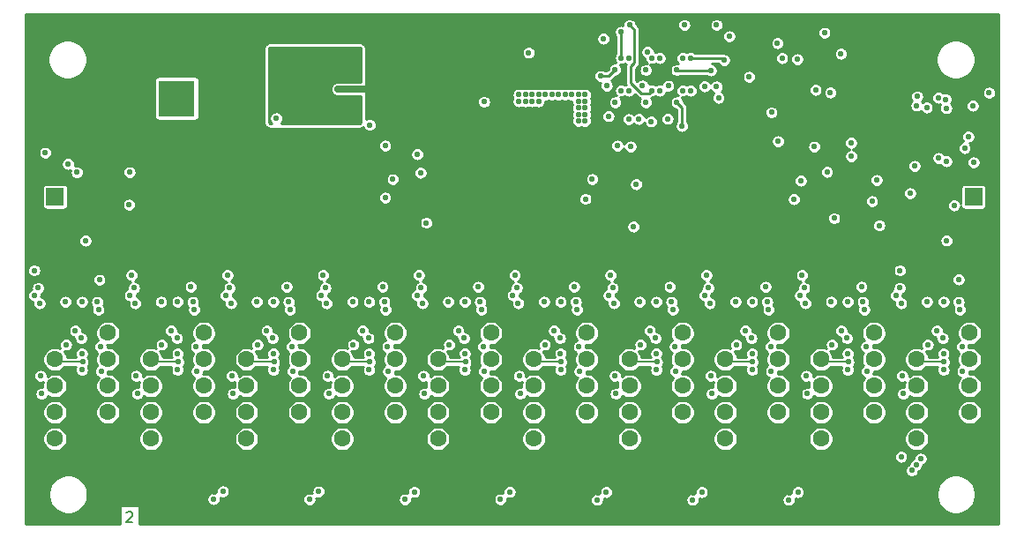
<source format=gbr>
G04 #@! TF.GenerationSoftware,KiCad,Pcbnew,(5.1.4)-1*
G04 #@! TF.CreationDate,2019-12-15T14:44:31-06:00*
G04 #@! TF.ProjectId,Incrementor,496e6372-656d-4656-9e74-6f722e6b6963,rev?*
G04 #@! TF.SameCoordinates,Original*
G04 #@! TF.FileFunction,Copper,L2,Inr*
G04 #@! TF.FilePolarity,Positive*
%FSLAX46Y46*%
G04 Gerber Fmt 4.6, Leading zero omitted, Abs format (unit mm)*
G04 Created by KiCad (PCBNEW (5.1.4)-1) date 2019-12-15 14:44:31*
%MOMM*%
%LPD*%
G04 APERTURE LIST*
%ADD10C,0.150000*%
%ADD11O,1.700000X1.700000*%
%ADD12R,1.700000X1.700000*%
%ADD13R,3.500000X3.500000*%
%ADD14C,1.600000*%
%ADD15R,1.600000X1.600000*%
%ADD16C,0.560000*%
%ADD17C,0.635000*%
%ADD18C,0.254000*%
%ADD19C,0.127000*%
G04 APERTURE END LIST*
D10*
X83432685Y-107142019D02*
X83480304Y-107094400D01*
X83575542Y-107046780D01*
X83813638Y-107046780D01*
X83908876Y-107094400D01*
X83956495Y-107142019D01*
X84004114Y-107237257D01*
X84004114Y-107332495D01*
X83956495Y-107475352D01*
X83385066Y-108046780D01*
X84004114Y-108046780D01*
D11*
X76581900Y-79349600D03*
D12*
X76581900Y-76809600D03*
D11*
X164744400Y-79349600D03*
D12*
X164744400Y-76809600D03*
X157607000Y-60579000D03*
D13*
X83565000Y-64360800D03*
X88265000Y-61360800D03*
X88265000Y-67360800D03*
D14*
X81653400Y-89877900D03*
X81653400Y-92417900D03*
X81653400Y-94957900D03*
X81653400Y-97497900D03*
X81653400Y-100037900D03*
X76573400Y-100037900D03*
X76573400Y-97497900D03*
X76573400Y-94957900D03*
X76573400Y-92417900D03*
D15*
X76573400Y-89877900D03*
D14*
X90843400Y-89877900D03*
X90843400Y-92417900D03*
X90843400Y-94957900D03*
X90843400Y-97497900D03*
X90843400Y-100037900D03*
X85763400Y-100037900D03*
X85763400Y-97497900D03*
X85763400Y-94957900D03*
X85763400Y-92417900D03*
D15*
X85763400Y-89877900D03*
D14*
X100033400Y-89877900D03*
X100033400Y-92417900D03*
X100033400Y-94957900D03*
X100033400Y-97497900D03*
X100033400Y-100037900D03*
X94953400Y-100037900D03*
X94953400Y-97497900D03*
X94953400Y-94957900D03*
X94953400Y-92417900D03*
D15*
X94953400Y-89877900D03*
D14*
X109223400Y-89877900D03*
X109223400Y-92417900D03*
X109223400Y-94957900D03*
X109223400Y-97497900D03*
X109223400Y-100037900D03*
X104143400Y-100037900D03*
X104143400Y-97497900D03*
X104143400Y-94957900D03*
X104143400Y-92417900D03*
D15*
X104143400Y-89877900D03*
D14*
X118413400Y-89877900D03*
X118413400Y-92417900D03*
X118413400Y-94957900D03*
X118413400Y-97497900D03*
X118413400Y-100037900D03*
X113333400Y-100037900D03*
X113333400Y-97497900D03*
X113333400Y-94957900D03*
X113333400Y-92417900D03*
D15*
X113333400Y-89877900D03*
D14*
X127603400Y-89877900D03*
X127603400Y-92417900D03*
X127603400Y-94957900D03*
X127603400Y-97497900D03*
X127603400Y-100037900D03*
X122523400Y-100037900D03*
X122523400Y-97497900D03*
X122523400Y-94957900D03*
X122523400Y-92417900D03*
D15*
X122523400Y-89877900D03*
D14*
X136793400Y-89877900D03*
X136793400Y-92417900D03*
X136793400Y-94957900D03*
X136793400Y-97497900D03*
X136793400Y-100037900D03*
X131713400Y-100037900D03*
X131713400Y-97497900D03*
X131713400Y-94957900D03*
X131713400Y-92417900D03*
D15*
X131713400Y-89877900D03*
D14*
X145983400Y-89877900D03*
X145983400Y-92417900D03*
X145983400Y-94957900D03*
X145983400Y-97497900D03*
X145983400Y-100037900D03*
X140903400Y-100037900D03*
X140903400Y-97497900D03*
X140903400Y-94957900D03*
X140903400Y-92417900D03*
D15*
X140903400Y-89877900D03*
D14*
X155173400Y-89877900D03*
X155173400Y-92417900D03*
X155173400Y-94957900D03*
X155173400Y-97497900D03*
X155173400Y-100037900D03*
X150093400Y-100037900D03*
X150093400Y-97497900D03*
X150093400Y-94957900D03*
X150093400Y-92417900D03*
D15*
X150093400Y-89877900D03*
X159283400Y-89877900D03*
D14*
X159283400Y-92417900D03*
X159283400Y-94957900D03*
X159283400Y-97497900D03*
X159283400Y-100037900D03*
X164363400Y-100037900D03*
X164363400Y-97497900D03*
X164363400Y-94957900D03*
X164363400Y-92417900D03*
X164363400Y-89877900D03*
D16*
X109321600Y-67081400D03*
X79882400Y-89560400D03*
X89072400Y-89560400D03*
X98262400Y-89560400D03*
X107452400Y-89560400D03*
X116642400Y-89560400D03*
X125832400Y-89560400D03*
X135022400Y-89560400D03*
X144212400Y-89560400D03*
X153402400Y-89560400D03*
X162592400Y-89560400D03*
X157320400Y-81876900D03*
X148130400Y-81876900D03*
X138940400Y-81876900D03*
X129750400Y-81876900D03*
X120560400Y-81876900D03*
X111370400Y-81876900D03*
X102180400Y-81876900D03*
X92990400Y-81876900D03*
X83800400Y-81876900D03*
X132588000Y-64560598D03*
X135559800Y-64560598D03*
X129641600Y-67659398D03*
X132588000Y-67659398D03*
X135559800Y-67659398D03*
X148107400Y-66827400D03*
X145941600Y-65568700D03*
X91875798Y-105134096D03*
X92125800Y-106883200D03*
X101070598Y-105159496D03*
X101320600Y-106908600D03*
X110239998Y-105184896D03*
X110490000Y-106934000D03*
X119409398Y-105184896D03*
X119659400Y-106934000D03*
X128930400Y-106959400D03*
X128680398Y-105210296D03*
X137849798Y-105210296D03*
X138099800Y-106959400D03*
X147069998Y-105210296D03*
X147320000Y-106959400D03*
X75666600Y-69519800D03*
X108280200Y-72771000D03*
X109626400Y-72517000D03*
X110591600Y-74574400D03*
X108254800Y-77978000D03*
X119158600Y-64027900D03*
X120058600Y-64027900D03*
X120058600Y-64927900D03*
X119158600Y-64927900D03*
X154990800Y-78714600D03*
X147447000Y-78028800D03*
X160172400Y-76454000D03*
X153949400Y-75209400D03*
X127254000Y-78003400D03*
X125679200Y-75107800D03*
X130530600Y-73406000D03*
X161381600Y-70768600D03*
X112191800Y-77622400D03*
X130962400Y-77012800D03*
X150647400Y-73456800D03*
X97447100Y-60388500D03*
X98920300Y-60388500D03*
X100368100Y-60388500D03*
X109956600Y-67081400D03*
X110591600Y-67081400D03*
X111226600Y-67081400D03*
X109321600Y-67716400D03*
X109956600Y-67716400D03*
X110591600Y-67716400D03*
X111226600Y-67716400D03*
X109321600Y-68351400D03*
X109956600Y-68351400D03*
X110591600Y-68351400D03*
X111226600Y-68351400D03*
X109321600Y-68986400D03*
X109956600Y-68986400D03*
X110591600Y-68986400D03*
X111226600Y-68986400D03*
X115620800Y-69570600D03*
X116255800Y-69570600D03*
X116255800Y-68935600D03*
X115620800Y-68935600D03*
X116890800Y-68935600D03*
X116890800Y-69570600D03*
X129235810Y-70128790D03*
X140258800Y-68707000D03*
X149123400Y-70104000D03*
X156540200Y-74904600D03*
X103733600Y-66471200D03*
X159477297Y-69783103D03*
X164236400Y-81940400D03*
X118338600Y-69545200D03*
X117703600Y-69545200D03*
X118338600Y-68910200D03*
X117703600Y-68910200D03*
X82878254Y-77597000D03*
X82924782Y-74523600D03*
X129636815Y-64530413D03*
X78521843Y-89655343D03*
X87711843Y-89655343D03*
X96901843Y-89655343D03*
X106091843Y-89655343D03*
X115281843Y-89655343D03*
X124471843Y-89655343D03*
X133661843Y-89655343D03*
X142851843Y-89655343D03*
X152041843Y-89655343D03*
X161231843Y-89655343D03*
X129710259Y-69061643D03*
X143205200Y-65303400D03*
X92682800Y-105079800D03*
X101877600Y-105105200D03*
X111047000Y-105130600D03*
X120216400Y-105130600D03*
X129487400Y-105156000D03*
X138656800Y-105156000D03*
X147877000Y-105156000D03*
X83731800Y-74460100D03*
X83681000Y-77584300D03*
X75641200Y-72593200D03*
X106781600Y-69900800D03*
X108254800Y-71906700D03*
X111658400Y-74498200D03*
X112217200Y-79298800D03*
X154990800Y-77241400D03*
X158648400Y-76479400D03*
X162153600Y-81000600D03*
X155448000Y-75209400D03*
X132105400Y-79654400D03*
X132359400Y-75590400D03*
X130556000Y-71907400D03*
X164236400Y-71018400D03*
X162128200Y-68300600D03*
X149443506Y-71997935D03*
X121081800Y-67005200D03*
X121081800Y-67640200D03*
X121716800Y-67640200D03*
X121716800Y-67005200D03*
X122351800Y-67640200D03*
X122351800Y-67005200D03*
X122986800Y-67005200D03*
X122986800Y-67640200D03*
X123621800Y-67005200D03*
X124891800Y-67005200D03*
X126161800Y-67005200D03*
X125526800Y-67005200D03*
X124256800Y-67005200D03*
X126796800Y-67005200D03*
X127431800Y-67005200D03*
X127431800Y-67640200D03*
X126796800Y-67640200D03*
X127431800Y-68275200D03*
X126796800Y-68910200D03*
X127431800Y-68910200D03*
X126796800Y-68275200D03*
X127431800Y-69545200D03*
X126796800Y-69545200D03*
X117754400Y-67691000D03*
X145338800Y-68707000D03*
X151358600Y-78867000D03*
X78663800Y-74466202D03*
X129540000Y-66159372D03*
X132969000Y-66141600D03*
X135432800Y-66159386D03*
X132613400Y-69342000D03*
X135382000Y-69316600D03*
X162864800Y-77622400D03*
X77825600Y-73660000D03*
X97815400Y-69265800D03*
X122047000Y-62966600D03*
X137591800Y-63500000D03*
X153009600Y-72923400D03*
X151003000Y-66802000D03*
X140792200Y-63677800D03*
X141300200Y-61392400D03*
X157683200Y-83870800D03*
X74574400Y-83870800D03*
X83921600Y-84328000D03*
X93116400Y-84328000D03*
X102311200Y-84328000D03*
X111506000Y-84328000D03*
X120700800Y-84328000D03*
X129895600Y-84328000D03*
X139090400Y-84328000D03*
X148285200Y-84328000D03*
X152984200Y-71628000D03*
X146356594Y-63500869D03*
X145923000Y-62052200D03*
X149580600Y-66548000D03*
X150672800Y-74422000D03*
X134620000Y-63500000D03*
X147828000Y-63601600D03*
X131673600Y-63500000D03*
X137591800Y-66624200D03*
X134620000Y-66624200D03*
X138912600Y-66192400D03*
X131673600Y-66624200D03*
X131622800Y-69367400D03*
X131817101Y-71992018D03*
X155702000Y-79552800D03*
X136824024Y-63476434D03*
X146989800Y-105892600D03*
X136982200Y-60324400D03*
X166243000Y-66827400D03*
X159334811Y-67183000D03*
X133852224Y-63476434D03*
X137769600Y-105892600D03*
X152019000Y-63068200D03*
X130905824Y-63476434D03*
X128600200Y-105892600D03*
X130911600Y-60985400D03*
X159080200Y-73837800D03*
X164744400Y-73507600D03*
X136824024Y-66600634D03*
X119329200Y-105867200D03*
X140081000Y-60324400D03*
X140081000Y-66217800D03*
X159271535Y-68050294D03*
X158810874Y-103085722D03*
X133852224Y-66600634D03*
X131724400Y-60324400D03*
X161366200Y-67310600D03*
X159224070Y-102536855D03*
X110162799Y-105872445D03*
X130905824Y-66600634D03*
X129209800Y-61620400D03*
X150423548Y-61082252D03*
X164668200Y-68072600D03*
X159664400Y-101955600D03*
X100993385Y-105847054D03*
X162128200Y-73406000D03*
X161391600Y-73075800D03*
X163880800Y-72136000D03*
X160248600Y-68224400D03*
X91795600Y-105816400D03*
X162068104Y-67446296D03*
X157784800Y-101752400D03*
X163322000Y-84734400D03*
X80822800Y-84785200D03*
X89611200Y-85445600D03*
X98806000Y-85445600D03*
X108000800Y-85445600D03*
X117195600Y-85445600D03*
X126390400Y-85445600D03*
X135585200Y-85445600D03*
X144780000Y-85445600D03*
X153974800Y-85445600D03*
X157284400Y-86258400D03*
X157982900Y-95719900D03*
X148094400Y-86258400D03*
X148792900Y-95719900D03*
X138904400Y-86258400D03*
X139602900Y-95719900D03*
X129714400Y-86258400D03*
X130412900Y-95719900D03*
X120524400Y-86258400D03*
X121222900Y-95719900D03*
X111334400Y-86258400D03*
X112032900Y-95719900D03*
X102144400Y-86258400D03*
X102842900Y-95719900D03*
X92954400Y-86258400D03*
X93652900Y-95719900D03*
X83764400Y-86258400D03*
X84462900Y-95719900D03*
X75272900Y-95719900D03*
X74574400Y-86258400D03*
X136262133Y-64647314D03*
X139522200Y-64668400D03*
X133290333Y-64647314D03*
X133451600Y-62891021D03*
X128917600Y-65227200D03*
X130336328Y-64586117D03*
X136262133Y-67746114D03*
X136753600Y-70002400D03*
X133807200Y-69570600D03*
X140258800Y-67309400D03*
X133290333Y-67746114D03*
X130343933Y-67746114D03*
X145973800Y-71475600D03*
X157881900Y-94005400D03*
X157665400Y-85559900D03*
X161792920Y-90385900D03*
X157792400Y-87020400D03*
X161859898Y-93433900D03*
X161861400Y-86893400D03*
X160268900Y-86893400D03*
X163443906Y-87655400D03*
X161856400Y-91846400D03*
X160339888Y-90993919D03*
X163316900Y-86904897D03*
X163697900Y-93560900D03*
X161919900Y-92671900D03*
X163634400Y-91211400D03*
X148691900Y-94005400D03*
X148475400Y-85559900D03*
X152602920Y-90385900D03*
X148602400Y-87020400D03*
X152669898Y-93433900D03*
X152671400Y-86893400D03*
X151078900Y-86893400D03*
X154253906Y-87655400D03*
X152666400Y-91846400D03*
X151149888Y-90993919D03*
X154126900Y-86904897D03*
X154507900Y-93560900D03*
X152729900Y-92671900D03*
X154444400Y-91211400D03*
X139501900Y-94005400D03*
X139285400Y-85559900D03*
X143412920Y-90385900D03*
X139412400Y-87020400D03*
X143479898Y-93433900D03*
X143481400Y-86893400D03*
X141888900Y-86893400D03*
X145063906Y-87655400D03*
X143476400Y-91846400D03*
X141959888Y-90993919D03*
X144936900Y-86904897D03*
X145317900Y-93560900D03*
X143539900Y-92671900D03*
X145254400Y-91211400D03*
X130311900Y-94005400D03*
X130095400Y-85559900D03*
X134222920Y-90385900D03*
X130222400Y-87020400D03*
X134289898Y-93433900D03*
X134291400Y-86893400D03*
X132698900Y-86893400D03*
X135873906Y-87655400D03*
X134286400Y-91846400D03*
X132769888Y-90993919D03*
X135746900Y-86904897D03*
X136127900Y-93560900D03*
X134349900Y-92671900D03*
X136064400Y-91211400D03*
X121121900Y-94005400D03*
X120905400Y-85559900D03*
X125032920Y-90385900D03*
X121032400Y-87020400D03*
X125099898Y-93433900D03*
X125101400Y-86893400D03*
X123508900Y-86893400D03*
X126683906Y-87655400D03*
X125096400Y-91846400D03*
X123579888Y-90993919D03*
X126556900Y-86904897D03*
X126937900Y-93560900D03*
X125159900Y-92671900D03*
X126874400Y-91211400D03*
X111931900Y-94005400D03*
X111715400Y-85559900D03*
X115842920Y-90385900D03*
X111842400Y-87020400D03*
X115909898Y-93433900D03*
X115911400Y-86893400D03*
X114318900Y-86893400D03*
X117493906Y-87655400D03*
X115906400Y-91846400D03*
X114389888Y-90993919D03*
X117366900Y-86904897D03*
X117747900Y-93560900D03*
X115969900Y-92671900D03*
X117684400Y-91211400D03*
X102741900Y-94005400D03*
X102525400Y-85559900D03*
X106652920Y-90385900D03*
X102652400Y-87020400D03*
X106719898Y-93433900D03*
X106721400Y-86893400D03*
X105128900Y-86893400D03*
X108303906Y-87655400D03*
X106716400Y-91846400D03*
X105199888Y-90993919D03*
X108176900Y-86904897D03*
X108557900Y-93560900D03*
X106779900Y-92671900D03*
X108494400Y-91211400D03*
X93551900Y-94005400D03*
X93335400Y-85559900D03*
X97462920Y-90385900D03*
X93462400Y-87020400D03*
X97529898Y-93433900D03*
X97531400Y-86893400D03*
X95938900Y-86893400D03*
X99113906Y-87655400D03*
X97526400Y-91846400D03*
X96009888Y-90993919D03*
X98986900Y-86904897D03*
X99367900Y-93560900D03*
X97589900Y-92671900D03*
X99304400Y-91211400D03*
X84361900Y-94005400D03*
X84145400Y-85559900D03*
X88272920Y-90385900D03*
X84272400Y-87020400D03*
X88339898Y-93433900D03*
X88341400Y-86893400D03*
X86748900Y-86893400D03*
X89923906Y-87655400D03*
X88336400Y-91846400D03*
X86819888Y-90993919D03*
X89796900Y-86904897D03*
X90177900Y-93560900D03*
X88399900Y-92671900D03*
X90114400Y-91211400D03*
X74955400Y-85559900D03*
X75171900Y-94005400D03*
X79149898Y-93433900D03*
X79082920Y-90385900D03*
X79151400Y-86893400D03*
X77558900Y-86893400D03*
X75082400Y-87020400D03*
X79146400Y-91846400D03*
X80733906Y-87655400D03*
X77629888Y-90993919D03*
X80606900Y-86904897D03*
X79502000Y-81026000D03*
X80987900Y-93560900D03*
X79209900Y-92671900D03*
X80924400Y-91211400D03*
X98069400Y-66217800D03*
X103329100Y-63028000D03*
X105154100Y-63028000D03*
X105154100Y-64353000D03*
X103329100Y-64353000D03*
X103606600Y-68376800D03*
X109004800Y-75133200D03*
X111353600Y-72720200D03*
X108254800Y-76885800D03*
X127482600Y-77012800D03*
X147497800Y-77038200D03*
X128143700Y-75120500D03*
X148158900Y-75272900D03*
D17*
X108711400Y-66471200D02*
X109321600Y-67081400D01*
X103733600Y-66471200D02*
X108711400Y-66471200D01*
D18*
X137591800Y-63500000D02*
X140614400Y-63500000D01*
X140614400Y-63500000D02*
X140792200Y-63677800D01*
X130911600Y-63470658D02*
X130905824Y-63476434D01*
X130911600Y-60985400D02*
X130911600Y-63470658D01*
X131724400Y-60324400D02*
X132207601Y-60807601D01*
X132866911Y-66880633D02*
X133572225Y-66880633D01*
X132207601Y-60807601D02*
X132207601Y-63931199D01*
X131851400Y-64287400D02*
X131851400Y-65865122D01*
X133572225Y-66880633D02*
X133852224Y-66600634D01*
X131851400Y-65865122D02*
X132866911Y-66880633D01*
X132207601Y-63931199D02*
X131851400Y-64287400D01*
X136283219Y-64668400D02*
X136262133Y-64647314D01*
X139522200Y-64668400D02*
X136283219Y-64668400D01*
X128917600Y-65227200D02*
X129695245Y-65227200D01*
X129695245Y-65227200D02*
X130056329Y-64866116D01*
X130056329Y-64866116D02*
X130336328Y-64586117D01*
X136753600Y-68237581D02*
X136262133Y-67746114D01*
X136753600Y-70002400D02*
X136753600Y-68237581D01*
D19*
X159537400Y-92671900D02*
X159283400Y-92417900D01*
X161919900Y-92671900D02*
X159537400Y-92671900D01*
X150347400Y-92671900D02*
X150093400Y-92417900D01*
X152729900Y-92671900D02*
X150347400Y-92671900D01*
X141157400Y-92671900D02*
X140903400Y-92417900D01*
X143539900Y-92671900D02*
X141157400Y-92671900D01*
X131967400Y-92671900D02*
X131713400Y-92417900D01*
X134349900Y-92671900D02*
X131967400Y-92671900D01*
X122777400Y-92671900D02*
X122523400Y-92417900D01*
X125159900Y-92671900D02*
X122777400Y-92671900D01*
X113587400Y-92671900D02*
X113333400Y-92417900D01*
X115969900Y-92671900D02*
X113587400Y-92671900D01*
X104397400Y-92671900D02*
X104143400Y-92417900D01*
X106779900Y-92671900D02*
X104397400Y-92671900D01*
X95207400Y-92671900D02*
X94953400Y-92417900D01*
X97589900Y-92671900D02*
X95207400Y-92671900D01*
X86017400Y-92671900D02*
X85763400Y-92417900D01*
X88399900Y-92671900D02*
X86017400Y-92671900D01*
X76827400Y-92671900D02*
X76573400Y-92417900D01*
X79209900Y-92671900D02*
X76827400Y-92671900D01*
D18*
G36*
X167133201Y-108205200D02*
G01*
X84650591Y-108205200D01*
X84650591Y-106455900D01*
X82786210Y-106455900D01*
X82786210Y-108205200D01*
X73760400Y-108205200D01*
X73760400Y-105173938D01*
X75944600Y-105173938D01*
X75944600Y-105544462D01*
X76016886Y-105907867D01*
X76158680Y-106250187D01*
X76364532Y-106558267D01*
X76626533Y-106820268D01*
X76934613Y-107026120D01*
X77276933Y-107167914D01*
X77640338Y-107240200D01*
X78010862Y-107240200D01*
X78374267Y-107167914D01*
X78716587Y-107026120D01*
X79024667Y-106820268D01*
X79286668Y-106558267D01*
X79492520Y-106250187D01*
X79634314Y-105907867D01*
X79665457Y-105751297D01*
X91134600Y-105751297D01*
X91134600Y-105881503D01*
X91160002Y-106009207D01*
X91209830Y-106129501D01*
X91282168Y-106237763D01*
X91374237Y-106329832D01*
X91482499Y-106402170D01*
X91602793Y-106451998D01*
X91730497Y-106477400D01*
X91860703Y-106477400D01*
X91988407Y-106451998D01*
X92108701Y-106402170D01*
X92216963Y-106329832D01*
X92309032Y-106237763D01*
X92381370Y-106129501D01*
X92431198Y-106009207D01*
X92456600Y-105881503D01*
X92456600Y-105781951D01*
X100332385Y-105781951D01*
X100332385Y-105912157D01*
X100357787Y-106039861D01*
X100407615Y-106160155D01*
X100479953Y-106268417D01*
X100572022Y-106360486D01*
X100680284Y-106432824D01*
X100800578Y-106482652D01*
X100928282Y-106508054D01*
X101058488Y-106508054D01*
X101186192Y-106482652D01*
X101306486Y-106432824D01*
X101414748Y-106360486D01*
X101506817Y-106268417D01*
X101579155Y-106160155D01*
X101628983Y-106039861D01*
X101654385Y-105912157D01*
X101654385Y-105807342D01*
X109501799Y-105807342D01*
X109501799Y-105937548D01*
X109527201Y-106065252D01*
X109577029Y-106185546D01*
X109649367Y-106293808D01*
X109741436Y-106385877D01*
X109849698Y-106458215D01*
X109969992Y-106508043D01*
X110097696Y-106533445D01*
X110227902Y-106533445D01*
X110355606Y-106508043D01*
X110475900Y-106458215D01*
X110584162Y-106385877D01*
X110676231Y-106293808D01*
X110748569Y-106185546D01*
X110798397Y-106065252D01*
X110823799Y-105937548D01*
X110823799Y-105807342D01*
X110822756Y-105802097D01*
X118668200Y-105802097D01*
X118668200Y-105932303D01*
X118693602Y-106060007D01*
X118743430Y-106180301D01*
X118815768Y-106288563D01*
X118907837Y-106380632D01*
X119016099Y-106452970D01*
X119136393Y-106502798D01*
X119264097Y-106528200D01*
X119394303Y-106528200D01*
X119522007Y-106502798D01*
X119642301Y-106452970D01*
X119750563Y-106380632D01*
X119842632Y-106288563D01*
X119914970Y-106180301D01*
X119964798Y-106060007D01*
X119990200Y-105932303D01*
X119990200Y-105827497D01*
X127939200Y-105827497D01*
X127939200Y-105957703D01*
X127964602Y-106085407D01*
X128014430Y-106205701D01*
X128086768Y-106313963D01*
X128178837Y-106406032D01*
X128287099Y-106478370D01*
X128407393Y-106528198D01*
X128535097Y-106553600D01*
X128665303Y-106553600D01*
X128793007Y-106528198D01*
X128913301Y-106478370D01*
X129021563Y-106406032D01*
X129113632Y-106313963D01*
X129185970Y-106205701D01*
X129235798Y-106085407D01*
X129261200Y-105957703D01*
X129261200Y-105827497D01*
X137108600Y-105827497D01*
X137108600Y-105957703D01*
X137134002Y-106085407D01*
X137183830Y-106205701D01*
X137256168Y-106313963D01*
X137348237Y-106406032D01*
X137456499Y-106478370D01*
X137576793Y-106528198D01*
X137704497Y-106553600D01*
X137834703Y-106553600D01*
X137962407Y-106528198D01*
X138082701Y-106478370D01*
X138190963Y-106406032D01*
X138283032Y-106313963D01*
X138355370Y-106205701D01*
X138405198Y-106085407D01*
X138430600Y-105957703D01*
X138430600Y-105827497D01*
X146328800Y-105827497D01*
X146328800Y-105957703D01*
X146354202Y-106085407D01*
X146404030Y-106205701D01*
X146476368Y-106313963D01*
X146568437Y-106406032D01*
X146676699Y-106478370D01*
X146796993Y-106528198D01*
X146924697Y-106553600D01*
X147054903Y-106553600D01*
X147182607Y-106528198D01*
X147302901Y-106478370D01*
X147411163Y-106406032D01*
X147503232Y-106313963D01*
X147575570Y-106205701D01*
X147625398Y-106085407D01*
X147650800Y-105957703D01*
X147650800Y-105827497D01*
X147640020Y-105773301D01*
X147684193Y-105791598D01*
X147811897Y-105817000D01*
X147942103Y-105817000D01*
X148069807Y-105791598D01*
X148190101Y-105741770D01*
X148298363Y-105669432D01*
X148390432Y-105577363D01*
X148462770Y-105469101D01*
X148512598Y-105348807D01*
X148538000Y-105221103D01*
X148538000Y-105173938D01*
X161187000Y-105173938D01*
X161187000Y-105544462D01*
X161259286Y-105907867D01*
X161401080Y-106250187D01*
X161606932Y-106558267D01*
X161868933Y-106820268D01*
X162177013Y-107026120D01*
X162519333Y-107167914D01*
X162882738Y-107240200D01*
X163253262Y-107240200D01*
X163616667Y-107167914D01*
X163958987Y-107026120D01*
X164267067Y-106820268D01*
X164529068Y-106558267D01*
X164734920Y-106250187D01*
X164876714Y-105907867D01*
X164949000Y-105544462D01*
X164949000Y-105173938D01*
X164876714Y-104810533D01*
X164734920Y-104468213D01*
X164529068Y-104160133D01*
X164267067Y-103898132D01*
X163958987Y-103692280D01*
X163616667Y-103550486D01*
X163253262Y-103478200D01*
X162882738Y-103478200D01*
X162519333Y-103550486D01*
X162177013Y-103692280D01*
X161868933Y-103898132D01*
X161606932Y-104160133D01*
X161401080Y-104468213D01*
X161259286Y-104810533D01*
X161187000Y-105173938D01*
X148538000Y-105173938D01*
X148538000Y-105090897D01*
X148512598Y-104963193D01*
X148462770Y-104842899D01*
X148390432Y-104734637D01*
X148298363Y-104642568D01*
X148190101Y-104570230D01*
X148069807Y-104520402D01*
X147942103Y-104495000D01*
X147811897Y-104495000D01*
X147684193Y-104520402D01*
X147563899Y-104570230D01*
X147455637Y-104642568D01*
X147363568Y-104734637D01*
X147291230Y-104842899D01*
X147241402Y-104963193D01*
X147216000Y-105090897D01*
X147216000Y-105221103D01*
X147226780Y-105275299D01*
X147182607Y-105257002D01*
X147054903Y-105231600D01*
X146924697Y-105231600D01*
X146796993Y-105257002D01*
X146676699Y-105306830D01*
X146568437Y-105379168D01*
X146476368Y-105471237D01*
X146404030Y-105579499D01*
X146354202Y-105699793D01*
X146328800Y-105827497D01*
X138430600Y-105827497D01*
X138419820Y-105773301D01*
X138463993Y-105791598D01*
X138591697Y-105817000D01*
X138721903Y-105817000D01*
X138849607Y-105791598D01*
X138969901Y-105741770D01*
X139078163Y-105669432D01*
X139170232Y-105577363D01*
X139242570Y-105469101D01*
X139292398Y-105348807D01*
X139317800Y-105221103D01*
X139317800Y-105090897D01*
X139292398Y-104963193D01*
X139242570Y-104842899D01*
X139170232Y-104734637D01*
X139078163Y-104642568D01*
X138969901Y-104570230D01*
X138849607Y-104520402D01*
X138721903Y-104495000D01*
X138591697Y-104495000D01*
X138463993Y-104520402D01*
X138343699Y-104570230D01*
X138235437Y-104642568D01*
X138143368Y-104734637D01*
X138071030Y-104842899D01*
X138021202Y-104963193D01*
X137995800Y-105090897D01*
X137995800Y-105221103D01*
X138006580Y-105275299D01*
X137962407Y-105257002D01*
X137834703Y-105231600D01*
X137704497Y-105231600D01*
X137576793Y-105257002D01*
X137456499Y-105306830D01*
X137348237Y-105379168D01*
X137256168Y-105471237D01*
X137183830Y-105579499D01*
X137134002Y-105699793D01*
X137108600Y-105827497D01*
X129261200Y-105827497D01*
X129250420Y-105773301D01*
X129294593Y-105791598D01*
X129422297Y-105817000D01*
X129552503Y-105817000D01*
X129680207Y-105791598D01*
X129800501Y-105741770D01*
X129908763Y-105669432D01*
X130000832Y-105577363D01*
X130073170Y-105469101D01*
X130122998Y-105348807D01*
X130148400Y-105221103D01*
X130148400Y-105090897D01*
X130122998Y-104963193D01*
X130073170Y-104842899D01*
X130000832Y-104734637D01*
X129908763Y-104642568D01*
X129800501Y-104570230D01*
X129680207Y-104520402D01*
X129552503Y-104495000D01*
X129422297Y-104495000D01*
X129294593Y-104520402D01*
X129174299Y-104570230D01*
X129066037Y-104642568D01*
X128973968Y-104734637D01*
X128901630Y-104842899D01*
X128851802Y-104963193D01*
X128826400Y-105090897D01*
X128826400Y-105221103D01*
X128837180Y-105275299D01*
X128793007Y-105257002D01*
X128665303Y-105231600D01*
X128535097Y-105231600D01*
X128407393Y-105257002D01*
X128287099Y-105306830D01*
X128178837Y-105379168D01*
X128086768Y-105471237D01*
X128014430Y-105579499D01*
X127964602Y-105699793D01*
X127939200Y-105827497D01*
X119990200Y-105827497D01*
X119990200Y-105802097D01*
X119979420Y-105747901D01*
X120023593Y-105766198D01*
X120151297Y-105791600D01*
X120281503Y-105791600D01*
X120409207Y-105766198D01*
X120529501Y-105716370D01*
X120637763Y-105644032D01*
X120729832Y-105551963D01*
X120802170Y-105443701D01*
X120851998Y-105323407D01*
X120877400Y-105195703D01*
X120877400Y-105065497D01*
X120851998Y-104937793D01*
X120802170Y-104817499D01*
X120729832Y-104709237D01*
X120637763Y-104617168D01*
X120529501Y-104544830D01*
X120409207Y-104495002D01*
X120281503Y-104469600D01*
X120151297Y-104469600D01*
X120023593Y-104495002D01*
X119903299Y-104544830D01*
X119795037Y-104617168D01*
X119702968Y-104709237D01*
X119630630Y-104817499D01*
X119580802Y-104937793D01*
X119555400Y-105065497D01*
X119555400Y-105195703D01*
X119566180Y-105249899D01*
X119522007Y-105231602D01*
X119394303Y-105206200D01*
X119264097Y-105206200D01*
X119136393Y-105231602D01*
X119016099Y-105281430D01*
X118907837Y-105353768D01*
X118815768Y-105445837D01*
X118743430Y-105554099D01*
X118693602Y-105674393D01*
X118668200Y-105802097D01*
X110822756Y-105802097D01*
X110812151Y-105748783D01*
X110854193Y-105766198D01*
X110981897Y-105791600D01*
X111112103Y-105791600D01*
X111239807Y-105766198D01*
X111360101Y-105716370D01*
X111468363Y-105644032D01*
X111560432Y-105551963D01*
X111632770Y-105443701D01*
X111682598Y-105323407D01*
X111708000Y-105195703D01*
X111708000Y-105065497D01*
X111682598Y-104937793D01*
X111632770Y-104817499D01*
X111560432Y-104709237D01*
X111468363Y-104617168D01*
X111360101Y-104544830D01*
X111239807Y-104495002D01*
X111112103Y-104469600D01*
X110981897Y-104469600D01*
X110854193Y-104495002D01*
X110733899Y-104544830D01*
X110625637Y-104617168D01*
X110533568Y-104709237D01*
X110461230Y-104817499D01*
X110411402Y-104937793D01*
X110386000Y-105065497D01*
X110386000Y-105195703D01*
X110397648Y-105254262D01*
X110355606Y-105236847D01*
X110227902Y-105211445D01*
X110097696Y-105211445D01*
X109969992Y-105236847D01*
X109849698Y-105286675D01*
X109741436Y-105359013D01*
X109649367Y-105451082D01*
X109577029Y-105559344D01*
X109527201Y-105679638D01*
X109501799Y-105807342D01*
X101654385Y-105807342D01*
X101654385Y-105781951D01*
X101642734Y-105723376D01*
X101684793Y-105740798D01*
X101812497Y-105766200D01*
X101942703Y-105766200D01*
X102070407Y-105740798D01*
X102190701Y-105690970D01*
X102298963Y-105618632D01*
X102391032Y-105526563D01*
X102463370Y-105418301D01*
X102513198Y-105298007D01*
X102538600Y-105170303D01*
X102538600Y-105040097D01*
X102513198Y-104912393D01*
X102463370Y-104792099D01*
X102391032Y-104683837D01*
X102298963Y-104591768D01*
X102190701Y-104519430D01*
X102070407Y-104469602D01*
X101942703Y-104444200D01*
X101812497Y-104444200D01*
X101684793Y-104469602D01*
X101564499Y-104519430D01*
X101456237Y-104591768D01*
X101364168Y-104683837D01*
X101291830Y-104792099D01*
X101242002Y-104912393D01*
X101216600Y-105040097D01*
X101216600Y-105170303D01*
X101228251Y-105228878D01*
X101186192Y-105211456D01*
X101058488Y-105186054D01*
X100928282Y-105186054D01*
X100800578Y-105211456D01*
X100680284Y-105261284D01*
X100572022Y-105333622D01*
X100479953Y-105425691D01*
X100407615Y-105533953D01*
X100357787Y-105654247D01*
X100332385Y-105781951D01*
X92456600Y-105781951D01*
X92456600Y-105751297D01*
X92445820Y-105697101D01*
X92489993Y-105715398D01*
X92617697Y-105740800D01*
X92747903Y-105740800D01*
X92875607Y-105715398D01*
X92995901Y-105665570D01*
X93104163Y-105593232D01*
X93196232Y-105501163D01*
X93268570Y-105392901D01*
X93318398Y-105272607D01*
X93343800Y-105144903D01*
X93343800Y-105014697D01*
X93318398Y-104886993D01*
X93268570Y-104766699D01*
X93196232Y-104658437D01*
X93104163Y-104566368D01*
X92995901Y-104494030D01*
X92875607Y-104444202D01*
X92747903Y-104418800D01*
X92617697Y-104418800D01*
X92489993Y-104444202D01*
X92369699Y-104494030D01*
X92261437Y-104566368D01*
X92169368Y-104658437D01*
X92097030Y-104766699D01*
X92047202Y-104886993D01*
X92021800Y-105014697D01*
X92021800Y-105144903D01*
X92032580Y-105199099D01*
X91988407Y-105180802D01*
X91860703Y-105155400D01*
X91730497Y-105155400D01*
X91602793Y-105180802D01*
X91482499Y-105230630D01*
X91374237Y-105302968D01*
X91282168Y-105395037D01*
X91209830Y-105503299D01*
X91160002Y-105623593D01*
X91134600Y-105751297D01*
X79665457Y-105751297D01*
X79706600Y-105544462D01*
X79706600Y-105173938D01*
X79634314Y-104810533D01*
X79492520Y-104468213D01*
X79286668Y-104160133D01*
X79024667Y-103898132D01*
X78716587Y-103692280D01*
X78374267Y-103550486D01*
X78010862Y-103478200D01*
X77640338Y-103478200D01*
X77276933Y-103550486D01*
X76934613Y-103692280D01*
X76626533Y-103898132D01*
X76364532Y-104160133D01*
X76158680Y-104468213D01*
X76016886Y-104810533D01*
X75944600Y-105173938D01*
X73760400Y-105173938D01*
X73760400Y-103020619D01*
X158149874Y-103020619D01*
X158149874Y-103150825D01*
X158175276Y-103278529D01*
X158225104Y-103398823D01*
X158297442Y-103507085D01*
X158389511Y-103599154D01*
X158497773Y-103671492D01*
X158618067Y-103721320D01*
X158745771Y-103746722D01*
X158875977Y-103746722D01*
X159003681Y-103721320D01*
X159123975Y-103671492D01*
X159232237Y-103599154D01*
X159324306Y-103507085D01*
X159396644Y-103398823D01*
X159446472Y-103278529D01*
X159471874Y-103150825D01*
X159471874Y-103149672D01*
X159537171Y-103122625D01*
X159645433Y-103050287D01*
X159737502Y-102958218D01*
X159809840Y-102849956D01*
X159859668Y-102729662D01*
X159885070Y-102601958D01*
X159885070Y-102579657D01*
X159977501Y-102541370D01*
X160085763Y-102469032D01*
X160177832Y-102376963D01*
X160250170Y-102268701D01*
X160299998Y-102148407D01*
X160325400Y-102020703D01*
X160325400Y-101890497D01*
X160299998Y-101762793D01*
X160250170Y-101642499D01*
X160177832Y-101534237D01*
X160085763Y-101442168D01*
X159977501Y-101369830D01*
X159857207Y-101320002D01*
X159729503Y-101294600D01*
X159599297Y-101294600D01*
X159471593Y-101320002D01*
X159351299Y-101369830D01*
X159243037Y-101442168D01*
X159150968Y-101534237D01*
X159078630Y-101642499D01*
X159028802Y-101762793D01*
X159003400Y-101890497D01*
X159003400Y-101912798D01*
X158910969Y-101951085D01*
X158802707Y-102023423D01*
X158710638Y-102115492D01*
X158638300Y-102223754D01*
X158588472Y-102344048D01*
X158563070Y-102471752D01*
X158563070Y-102472905D01*
X158497773Y-102499952D01*
X158389511Y-102572290D01*
X158297442Y-102664359D01*
X158225104Y-102772621D01*
X158175276Y-102892915D01*
X158149874Y-103020619D01*
X73760400Y-103020619D01*
X73760400Y-101687297D01*
X157123800Y-101687297D01*
X157123800Y-101817503D01*
X157149202Y-101945207D01*
X157199030Y-102065501D01*
X157271368Y-102173763D01*
X157363437Y-102265832D01*
X157471699Y-102338170D01*
X157591993Y-102387998D01*
X157719697Y-102413400D01*
X157849903Y-102413400D01*
X157977607Y-102387998D01*
X158097901Y-102338170D01*
X158206163Y-102265832D01*
X158298232Y-102173763D01*
X158370570Y-102065501D01*
X158420398Y-101945207D01*
X158445800Y-101817503D01*
X158445800Y-101687297D01*
X158420398Y-101559593D01*
X158370570Y-101439299D01*
X158298232Y-101331037D01*
X158206163Y-101238968D01*
X158097901Y-101166630D01*
X157977607Y-101116802D01*
X157849903Y-101091400D01*
X157719697Y-101091400D01*
X157591993Y-101116802D01*
X157471699Y-101166630D01*
X157363437Y-101238968D01*
X157271368Y-101331037D01*
X157199030Y-101439299D01*
X157149202Y-101559593D01*
X157123800Y-101687297D01*
X73760400Y-101687297D01*
X73760400Y-99921582D01*
X75392400Y-99921582D01*
X75392400Y-100154218D01*
X75437786Y-100382385D01*
X75526812Y-100597313D01*
X75656058Y-100790743D01*
X75820557Y-100955242D01*
X76013987Y-101084488D01*
X76228915Y-101173514D01*
X76457082Y-101218900D01*
X76689718Y-101218900D01*
X76917885Y-101173514D01*
X77132813Y-101084488D01*
X77326243Y-100955242D01*
X77490742Y-100790743D01*
X77619988Y-100597313D01*
X77709014Y-100382385D01*
X77754400Y-100154218D01*
X77754400Y-99921582D01*
X84582400Y-99921582D01*
X84582400Y-100154218D01*
X84627786Y-100382385D01*
X84716812Y-100597313D01*
X84846058Y-100790743D01*
X85010557Y-100955242D01*
X85203987Y-101084488D01*
X85418915Y-101173514D01*
X85647082Y-101218900D01*
X85879718Y-101218900D01*
X86107885Y-101173514D01*
X86322813Y-101084488D01*
X86516243Y-100955242D01*
X86680742Y-100790743D01*
X86809988Y-100597313D01*
X86899014Y-100382385D01*
X86944400Y-100154218D01*
X86944400Y-99921582D01*
X93772400Y-99921582D01*
X93772400Y-100154218D01*
X93817786Y-100382385D01*
X93906812Y-100597313D01*
X94036058Y-100790743D01*
X94200557Y-100955242D01*
X94393987Y-101084488D01*
X94608915Y-101173514D01*
X94837082Y-101218900D01*
X95069718Y-101218900D01*
X95297885Y-101173514D01*
X95512813Y-101084488D01*
X95706243Y-100955242D01*
X95870742Y-100790743D01*
X95999988Y-100597313D01*
X96089014Y-100382385D01*
X96134400Y-100154218D01*
X96134400Y-99921582D01*
X102962400Y-99921582D01*
X102962400Y-100154218D01*
X103007786Y-100382385D01*
X103096812Y-100597313D01*
X103226058Y-100790743D01*
X103390557Y-100955242D01*
X103583987Y-101084488D01*
X103798915Y-101173514D01*
X104027082Y-101218900D01*
X104259718Y-101218900D01*
X104487885Y-101173514D01*
X104702813Y-101084488D01*
X104896243Y-100955242D01*
X105060742Y-100790743D01*
X105189988Y-100597313D01*
X105279014Y-100382385D01*
X105324400Y-100154218D01*
X105324400Y-99921582D01*
X112152400Y-99921582D01*
X112152400Y-100154218D01*
X112197786Y-100382385D01*
X112286812Y-100597313D01*
X112416058Y-100790743D01*
X112580557Y-100955242D01*
X112773987Y-101084488D01*
X112988915Y-101173514D01*
X113217082Y-101218900D01*
X113449718Y-101218900D01*
X113677885Y-101173514D01*
X113892813Y-101084488D01*
X114086243Y-100955242D01*
X114250742Y-100790743D01*
X114379988Y-100597313D01*
X114469014Y-100382385D01*
X114514400Y-100154218D01*
X114514400Y-99921582D01*
X121342400Y-99921582D01*
X121342400Y-100154218D01*
X121387786Y-100382385D01*
X121476812Y-100597313D01*
X121606058Y-100790743D01*
X121770557Y-100955242D01*
X121963987Y-101084488D01*
X122178915Y-101173514D01*
X122407082Y-101218900D01*
X122639718Y-101218900D01*
X122867885Y-101173514D01*
X123082813Y-101084488D01*
X123276243Y-100955242D01*
X123440742Y-100790743D01*
X123569988Y-100597313D01*
X123659014Y-100382385D01*
X123704400Y-100154218D01*
X123704400Y-99921582D01*
X130532400Y-99921582D01*
X130532400Y-100154218D01*
X130577786Y-100382385D01*
X130666812Y-100597313D01*
X130796058Y-100790743D01*
X130960557Y-100955242D01*
X131153987Y-101084488D01*
X131368915Y-101173514D01*
X131597082Y-101218900D01*
X131829718Y-101218900D01*
X132057885Y-101173514D01*
X132272813Y-101084488D01*
X132466243Y-100955242D01*
X132630742Y-100790743D01*
X132759988Y-100597313D01*
X132849014Y-100382385D01*
X132894400Y-100154218D01*
X132894400Y-99921582D01*
X139722400Y-99921582D01*
X139722400Y-100154218D01*
X139767786Y-100382385D01*
X139856812Y-100597313D01*
X139986058Y-100790743D01*
X140150557Y-100955242D01*
X140343987Y-101084488D01*
X140558915Y-101173514D01*
X140787082Y-101218900D01*
X141019718Y-101218900D01*
X141247885Y-101173514D01*
X141462813Y-101084488D01*
X141656243Y-100955242D01*
X141820742Y-100790743D01*
X141949988Y-100597313D01*
X142039014Y-100382385D01*
X142084400Y-100154218D01*
X142084400Y-99921582D01*
X148912400Y-99921582D01*
X148912400Y-100154218D01*
X148957786Y-100382385D01*
X149046812Y-100597313D01*
X149176058Y-100790743D01*
X149340557Y-100955242D01*
X149533987Y-101084488D01*
X149748915Y-101173514D01*
X149977082Y-101218900D01*
X150209718Y-101218900D01*
X150437885Y-101173514D01*
X150652813Y-101084488D01*
X150846243Y-100955242D01*
X151010742Y-100790743D01*
X151139988Y-100597313D01*
X151229014Y-100382385D01*
X151274400Y-100154218D01*
X151274400Y-99921582D01*
X158102400Y-99921582D01*
X158102400Y-100154218D01*
X158147786Y-100382385D01*
X158236812Y-100597313D01*
X158366058Y-100790743D01*
X158530557Y-100955242D01*
X158723987Y-101084488D01*
X158938915Y-101173514D01*
X159167082Y-101218900D01*
X159399718Y-101218900D01*
X159627885Y-101173514D01*
X159842813Y-101084488D01*
X160036243Y-100955242D01*
X160200742Y-100790743D01*
X160329988Y-100597313D01*
X160419014Y-100382385D01*
X160464400Y-100154218D01*
X160464400Y-99921582D01*
X160419014Y-99693415D01*
X160329988Y-99478487D01*
X160200742Y-99285057D01*
X160036243Y-99120558D01*
X159842813Y-98991312D01*
X159627885Y-98902286D01*
X159399718Y-98856900D01*
X159167082Y-98856900D01*
X158938915Y-98902286D01*
X158723987Y-98991312D01*
X158530557Y-99120558D01*
X158366058Y-99285057D01*
X158236812Y-99478487D01*
X158147786Y-99693415D01*
X158102400Y-99921582D01*
X151274400Y-99921582D01*
X151229014Y-99693415D01*
X151139988Y-99478487D01*
X151010742Y-99285057D01*
X150846243Y-99120558D01*
X150652813Y-98991312D01*
X150437885Y-98902286D01*
X150209718Y-98856900D01*
X149977082Y-98856900D01*
X149748915Y-98902286D01*
X149533987Y-98991312D01*
X149340557Y-99120558D01*
X149176058Y-99285057D01*
X149046812Y-99478487D01*
X148957786Y-99693415D01*
X148912400Y-99921582D01*
X142084400Y-99921582D01*
X142039014Y-99693415D01*
X141949988Y-99478487D01*
X141820742Y-99285057D01*
X141656243Y-99120558D01*
X141462813Y-98991312D01*
X141247885Y-98902286D01*
X141019718Y-98856900D01*
X140787082Y-98856900D01*
X140558915Y-98902286D01*
X140343987Y-98991312D01*
X140150557Y-99120558D01*
X139986058Y-99285057D01*
X139856812Y-99478487D01*
X139767786Y-99693415D01*
X139722400Y-99921582D01*
X132894400Y-99921582D01*
X132849014Y-99693415D01*
X132759988Y-99478487D01*
X132630742Y-99285057D01*
X132466243Y-99120558D01*
X132272813Y-98991312D01*
X132057885Y-98902286D01*
X131829718Y-98856900D01*
X131597082Y-98856900D01*
X131368915Y-98902286D01*
X131153987Y-98991312D01*
X130960557Y-99120558D01*
X130796058Y-99285057D01*
X130666812Y-99478487D01*
X130577786Y-99693415D01*
X130532400Y-99921582D01*
X123704400Y-99921582D01*
X123659014Y-99693415D01*
X123569988Y-99478487D01*
X123440742Y-99285057D01*
X123276243Y-99120558D01*
X123082813Y-98991312D01*
X122867885Y-98902286D01*
X122639718Y-98856900D01*
X122407082Y-98856900D01*
X122178915Y-98902286D01*
X121963987Y-98991312D01*
X121770557Y-99120558D01*
X121606058Y-99285057D01*
X121476812Y-99478487D01*
X121387786Y-99693415D01*
X121342400Y-99921582D01*
X114514400Y-99921582D01*
X114469014Y-99693415D01*
X114379988Y-99478487D01*
X114250742Y-99285057D01*
X114086243Y-99120558D01*
X113892813Y-98991312D01*
X113677885Y-98902286D01*
X113449718Y-98856900D01*
X113217082Y-98856900D01*
X112988915Y-98902286D01*
X112773987Y-98991312D01*
X112580557Y-99120558D01*
X112416058Y-99285057D01*
X112286812Y-99478487D01*
X112197786Y-99693415D01*
X112152400Y-99921582D01*
X105324400Y-99921582D01*
X105279014Y-99693415D01*
X105189988Y-99478487D01*
X105060742Y-99285057D01*
X104896243Y-99120558D01*
X104702813Y-98991312D01*
X104487885Y-98902286D01*
X104259718Y-98856900D01*
X104027082Y-98856900D01*
X103798915Y-98902286D01*
X103583987Y-98991312D01*
X103390557Y-99120558D01*
X103226058Y-99285057D01*
X103096812Y-99478487D01*
X103007786Y-99693415D01*
X102962400Y-99921582D01*
X96134400Y-99921582D01*
X96089014Y-99693415D01*
X95999988Y-99478487D01*
X95870742Y-99285057D01*
X95706243Y-99120558D01*
X95512813Y-98991312D01*
X95297885Y-98902286D01*
X95069718Y-98856900D01*
X94837082Y-98856900D01*
X94608915Y-98902286D01*
X94393987Y-98991312D01*
X94200557Y-99120558D01*
X94036058Y-99285057D01*
X93906812Y-99478487D01*
X93817786Y-99693415D01*
X93772400Y-99921582D01*
X86944400Y-99921582D01*
X86899014Y-99693415D01*
X86809988Y-99478487D01*
X86680742Y-99285057D01*
X86516243Y-99120558D01*
X86322813Y-98991312D01*
X86107885Y-98902286D01*
X85879718Y-98856900D01*
X85647082Y-98856900D01*
X85418915Y-98902286D01*
X85203987Y-98991312D01*
X85010557Y-99120558D01*
X84846058Y-99285057D01*
X84716812Y-99478487D01*
X84627786Y-99693415D01*
X84582400Y-99921582D01*
X77754400Y-99921582D01*
X77709014Y-99693415D01*
X77619988Y-99478487D01*
X77490742Y-99285057D01*
X77326243Y-99120558D01*
X77132813Y-98991312D01*
X76917885Y-98902286D01*
X76689718Y-98856900D01*
X76457082Y-98856900D01*
X76228915Y-98902286D01*
X76013987Y-98991312D01*
X75820557Y-99120558D01*
X75656058Y-99285057D01*
X75526812Y-99478487D01*
X75437786Y-99693415D01*
X75392400Y-99921582D01*
X73760400Y-99921582D01*
X73760400Y-97381582D01*
X75392400Y-97381582D01*
X75392400Y-97614218D01*
X75437786Y-97842385D01*
X75526812Y-98057313D01*
X75656058Y-98250743D01*
X75820557Y-98415242D01*
X76013987Y-98544488D01*
X76228915Y-98633514D01*
X76457082Y-98678900D01*
X76689718Y-98678900D01*
X76917885Y-98633514D01*
X77132813Y-98544488D01*
X77326243Y-98415242D01*
X77490742Y-98250743D01*
X77619988Y-98057313D01*
X77709014Y-97842385D01*
X77754400Y-97614218D01*
X77754400Y-97381582D01*
X80472400Y-97381582D01*
X80472400Y-97614218D01*
X80517786Y-97842385D01*
X80606812Y-98057313D01*
X80736058Y-98250743D01*
X80900557Y-98415242D01*
X81093987Y-98544488D01*
X81308915Y-98633514D01*
X81537082Y-98678900D01*
X81769718Y-98678900D01*
X81997885Y-98633514D01*
X82212813Y-98544488D01*
X82406243Y-98415242D01*
X82570742Y-98250743D01*
X82699988Y-98057313D01*
X82789014Y-97842385D01*
X82834400Y-97614218D01*
X82834400Y-97381582D01*
X84582400Y-97381582D01*
X84582400Y-97614218D01*
X84627786Y-97842385D01*
X84716812Y-98057313D01*
X84846058Y-98250743D01*
X85010557Y-98415242D01*
X85203987Y-98544488D01*
X85418915Y-98633514D01*
X85647082Y-98678900D01*
X85879718Y-98678900D01*
X86107885Y-98633514D01*
X86322813Y-98544488D01*
X86516243Y-98415242D01*
X86680742Y-98250743D01*
X86809988Y-98057313D01*
X86899014Y-97842385D01*
X86944400Y-97614218D01*
X86944400Y-97381582D01*
X89662400Y-97381582D01*
X89662400Y-97614218D01*
X89707786Y-97842385D01*
X89796812Y-98057313D01*
X89926058Y-98250743D01*
X90090557Y-98415242D01*
X90283987Y-98544488D01*
X90498915Y-98633514D01*
X90727082Y-98678900D01*
X90959718Y-98678900D01*
X91187885Y-98633514D01*
X91402813Y-98544488D01*
X91596243Y-98415242D01*
X91760742Y-98250743D01*
X91889988Y-98057313D01*
X91979014Y-97842385D01*
X92024400Y-97614218D01*
X92024400Y-97381582D01*
X93772400Y-97381582D01*
X93772400Y-97614218D01*
X93817786Y-97842385D01*
X93906812Y-98057313D01*
X94036058Y-98250743D01*
X94200557Y-98415242D01*
X94393987Y-98544488D01*
X94608915Y-98633514D01*
X94837082Y-98678900D01*
X95069718Y-98678900D01*
X95297885Y-98633514D01*
X95512813Y-98544488D01*
X95706243Y-98415242D01*
X95870742Y-98250743D01*
X95999988Y-98057313D01*
X96089014Y-97842385D01*
X96134400Y-97614218D01*
X96134400Y-97381582D01*
X98852400Y-97381582D01*
X98852400Y-97614218D01*
X98897786Y-97842385D01*
X98986812Y-98057313D01*
X99116058Y-98250743D01*
X99280557Y-98415242D01*
X99473987Y-98544488D01*
X99688915Y-98633514D01*
X99917082Y-98678900D01*
X100149718Y-98678900D01*
X100377885Y-98633514D01*
X100592813Y-98544488D01*
X100786243Y-98415242D01*
X100950742Y-98250743D01*
X101079988Y-98057313D01*
X101169014Y-97842385D01*
X101214400Y-97614218D01*
X101214400Y-97381582D01*
X102962400Y-97381582D01*
X102962400Y-97614218D01*
X103007786Y-97842385D01*
X103096812Y-98057313D01*
X103226058Y-98250743D01*
X103390557Y-98415242D01*
X103583987Y-98544488D01*
X103798915Y-98633514D01*
X104027082Y-98678900D01*
X104259718Y-98678900D01*
X104487885Y-98633514D01*
X104702813Y-98544488D01*
X104896243Y-98415242D01*
X105060742Y-98250743D01*
X105189988Y-98057313D01*
X105279014Y-97842385D01*
X105324400Y-97614218D01*
X105324400Y-97381582D01*
X108042400Y-97381582D01*
X108042400Y-97614218D01*
X108087786Y-97842385D01*
X108176812Y-98057313D01*
X108306058Y-98250743D01*
X108470557Y-98415242D01*
X108663987Y-98544488D01*
X108878915Y-98633514D01*
X109107082Y-98678900D01*
X109339718Y-98678900D01*
X109567885Y-98633514D01*
X109782813Y-98544488D01*
X109976243Y-98415242D01*
X110140742Y-98250743D01*
X110269988Y-98057313D01*
X110359014Y-97842385D01*
X110404400Y-97614218D01*
X110404400Y-97381582D01*
X112152400Y-97381582D01*
X112152400Y-97614218D01*
X112197786Y-97842385D01*
X112286812Y-98057313D01*
X112416058Y-98250743D01*
X112580557Y-98415242D01*
X112773987Y-98544488D01*
X112988915Y-98633514D01*
X113217082Y-98678900D01*
X113449718Y-98678900D01*
X113677885Y-98633514D01*
X113892813Y-98544488D01*
X114086243Y-98415242D01*
X114250742Y-98250743D01*
X114379988Y-98057313D01*
X114469014Y-97842385D01*
X114514400Y-97614218D01*
X114514400Y-97381582D01*
X117232400Y-97381582D01*
X117232400Y-97614218D01*
X117277786Y-97842385D01*
X117366812Y-98057313D01*
X117496058Y-98250743D01*
X117660557Y-98415242D01*
X117853987Y-98544488D01*
X118068915Y-98633514D01*
X118297082Y-98678900D01*
X118529718Y-98678900D01*
X118757885Y-98633514D01*
X118972813Y-98544488D01*
X119166243Y-98415242D01*
X119330742Y-98250743D01*
X119459988Y-98057313D01*
X119549014Y-97842385D01*
X119594400Y-97614218D01*
X119594400Y-97381582D01*
X121342400Y-97381582D01*
X121342400Y-97614218D01*
X121387786Y-97842385D01*
X121476812Y-98057313D01*
X121606058Y-98250743D01*
X121770557Y-98415242D01*
X121963987Y-98544488D01*
X122178915Y-98633514D01*
X122407082Y-98678900D01*
X122639718Y-98678900D01*
X122867885Y-98633514D01*
X123082813Y-98544488D01*
X123276243Y-98415242D01*
X123440742Y-98250743D01*
X123569988Y-98057313D01*
X123659014Y-97842385D01*
X123704400Y-97614218D01*
X123704400Y-97381582D01*
X126422400Y-97381582D01*
X126422400Y-97614218D01*
X126467786Y-97842385D01*
X126556812Y-98057313D01*
X126686058Y-98250743D01*
X126850557Y-98415242D01*
X127043987Y-98544488D01*
X127258915Y-98633514D01*
X127487082Y-98678900D01*
X127719718Y-98678900D01*
X127947885Y-98633514D01*
X128162813Y-98544488D01*
X128356243Y-98415242D01*
X128520742Y-98250743D01*
X128649988Y-98057313D01*
X128739014Y-97842385D01*
X128784400Y-97614218D01*
X128784400Y-97381582D01*
X130532400Y-97381582D01*
X130532400Y-97614218D01*
X130577786Y-97842385D01*
X130666812Y-98057313D01*
X130796058Y-98250743D01*
X130960557Y-98415242D01*
X131153987Y-98544488D01*
X131368915Y-98633514D01*
X131597082Y-98678900D01*
X131829718Y-98678900D01*
X132057885Y-98633514D01*
X132272813Y-98544488D01*
X132466243Y-98415242D01*
X132630742Y-98250743D01*
X132759988Y-98057313D01*
X132849014Y-97842385D01*
X132894400Y-97614218D01*
X132894400Y-97381582D01*
X135612400Y-97381582D01*
X135612400Y-97614218D01*
X135657786Y-97842385D01*
X135746812Y-98057313D01*
X135876058Y-98250743D01*
X136040557Y-98415242D01*
X136233987Y-98544488D01*
X136448915Y-98633514D01*
X136677082Y-98678900D01*
X136909718Y-98678900D01*
X137137885Y-98633514D01*
X137352813Y-98544488D01*
X137546243Y-98415242D01*
X137710742Y-98250743D01*
X137839988Y-98057313D01*
X137929014Y-97842385D01*
X137974400Y-97614218D01*
X137974400Y-97381582D01*
X139722400Y-97381582D01*
X139722400Y-97614218D01*
X139767786Y-97842385D01*
X139856812Y-98057313D01*
X139986058Y-98250743D01*
X140150557Y-98415242D01*
X140343987Y-98544488D01*
X140558915Y-98633514D01*
X140787082Y-98678900D01*
X141019718Y-98678900D01*
X141247885Y-98633514D01*
X141462813Y-98544488D01*
X141656243Y-98415242D01*
X141820742Y-98250743D01*
X141949988Y-98057313D01*
X142039014Y-97842385D01*
X142084400Y-97614218D01*
X142084400Y-97381582D01*
X144802400Y-97381582D01*
X144802400Y-97614218D01*
X144847786Y-97842385D01*
X144936812Y-98057313D01*
X145066058Y-98250743D01*
X145230557Y-98415242D01*
X145423987Y-98544488D01*
X145638915Y-98633514D01*
X145867082Y-98678900D01*
X146099718Y-98678900D01*
X146327885Y-98633514D01*
X146542813Y-98544488D01*
X146736243Y-98415242D01*
X146900742Y-98250743D01*
X147029988Y-98057313D01*
X147119014Y-97842385D01*
X147164400Y-97614218D01*
X147164400Y-97381582D01*
X148912400Y-97381582D01*
X148912400Y-97614218D01*
X148957786Y-97842385D01*
X149046812Y-98057313D01*
X149176058Y-98250743D01*
X149340557Y-98415242D01*
X149533987Y-98544488D01*
X149748915Y-98633514D01*
X149977082Y-98678900D01*
X150209718Y-98678900D01*
X150437885Y-98633514D01*
X150652813Y-98544488D01*
X150846243Y-98415242D01*
X151010742Y-98250743D01*
X151139988Y-98057313D01*
X151229014Y-97842385D01*
X151274400Y-97614218D01*
X151274400Y-97381582D01*
X153992400Y-97381582D01*
X153992400Y-97614218D01*
X154037786Y-97842385D01*
X154126812Y-98057313D01*
X154256058Y-98250743D01*
X154420557Y-98415242D01*
X154613987Y-98544488D01*
X154828915Y-98633514D01*
X155057082Y-98678900D01*
X155289718Y-98678900D01*
X155517885Y-98633514D01*
X155732813Y-98544488D01*
X155926243Y-98415242D01*
X156090742Y-98250743D01*
X156219988Y-98057313D01*
X156309014Y-97842385D01*
X156354400Y-97614218D01*
X156354400Y-97381582D01*
X158102400Y-97381582D01*
X158102400Y-97614218D01*
X158147786Y-97842385D01*
X158236812Y-98057313D01*
X158366058Y-98250743D01*
X158530557Y-98415242D01*
X158723987Y-98544488D01*
X158938915Y-98633514D01*
X159167082Y-98678900D01*
X159399718Y-98678900D01*
X159627885Y-98633514D01*
X159842813Y-98544488D01*
X160036243Y-98415242D01*
X160200742Y-98250743D01*
X160329988Y-98057313D01*
X160419014Y-97842385D01*
X160464400Y-97614218D01*
X160464400Y-97381582D01*
X163182400Y-97381582D01*
X163182400Y-97614218D01*
X163227786Y-97842385D01*
X163316812Y-98057313D01*
X163446058Y-98250743D01*
X163610557Y-98415242D01*
X163803987Y-98544488D01*
X164018915Y-98633514D01*
X164247082Y-98678900D01*
X164479718Y-98678900D01*
X164707885Y-98633514D01*
X164922813Y-98544488D01*
X165116243Y-98415242D01*
X165280742Y-98250743D01*
X165409988Y-98057313D01*
X165499014Y-97842385D01*
X165544400Y-97614218D01*
X165544400Y-97381582D01*
X165499014Y-97153415D01*
X165409988Y-96938487D01*
X165280742Y-96745057D01*
X165116243Y-96580558D01*
X164922813Y-96451312D01*
X164707885Y-96362286D01*
X164479718Y-96316900D01*
X164247082Y-96316900D01*
X164018915Y-96362286D01*
X163803987Y-96451312D01*
X163610557Y-96580558D01*
X163446058Y-96745057D01*
X163316812Y-96938487D01*
X163227786Y-97153415D01*
X163182400Y-97381582D01*
X160464400Y-97381582D01*
X160419014Y-97153415D01*
X160329988Y-96938487D01*
X160200742Y-96745057D01*
X160036243Y-96580558D01*
X159842813Y-96451312D01*
X159627885Y-96362286D01*
X159399718Y-96316900D01*
X159167082Y-96316900D01*
X158938915Y-96362286D01*
X158723987Y-96451312D01*
X158530557Y-96580558D01*
X158366058Y-96745057D01*
X158236812Y-96938487D01*
X158147786Y-97153415D01*
X158102400Y-97381582D01*
X156354400Y-97381582D01*
X156309014Y-97153415D01*
X156219988Y-96938487D01*
X156090742Y-96745057D01*
X155926243Y-96580558D01*
X155732813Y-96451312D01*
X155517885Y-96362286D01*
X155289718Y-96316900D01*
X155057082Y-96316900D01*
X154828915Y-96362286D01*
X154613987Y-96451312D01*
X154420557Y-96580558D01*
X154256058Y-96745057D01*
X154126812Y-96938487D01*
X154037786Y-97153415D01*
X153992400Y-97381582D01*
X151274400Y-97381582D01*
X151229014Y-97153415D01*
X151139988Y-96938487D01*
X151010742Y-96745057D01*
X150846243Y-96580558D01*
X150652813Y-96451312D01*
X150437885Y-96362286D01*
X150209718Y-96316900D01*
X149977082Y-96316900D01*
X149748915Y-96362286D01*
X149533987Y-96451312D01*
X149340557Y-96580558D01*
X149176058Y-96745057D01*
X149046812Y-96938487D01*
X148957786Y-97153415D01*
X148912400Y-97381582D01*
X147164400Y-97381582D01*
X147119014Y-97153415D01*
X147029988Y-96938487D01*
X146900742Y-96745057D01*
X146736243Y-96580558D01*
X146542813Y-96451312D01*
X146327885Y-96362286D01*
X146099718Y-96316900D01*
X145867082Y-96316900D01*
X145638915Y-96362286D01*
X145423987Y-96451312D01*
X145230557Y-96580558D01*
X145066058Y-96745057D01*
X144936812Y-96938487D01*
X144847786Y-97153415D01*
X144802400Y-97381582D01*
X142084400Y-97381582D01*
X142039014Y-97153415D01*
X141949988Y-96938487D01*
X141820742Y-96745057D01*
X141656243Y-96580558D01*
X141462813Y-96451312D01*
X141247885Y-96362286D01*
X141019718Y-96316900D01*
X140787082Y-96316900D01*
X140558915Y-96362286D01*
X140343987Y-96451312D01*
X140150557Y-96580558D01*
X139986058Y-96745057D01*
X139856812Y-96938487D01*
X139767786Y-97153415D01*
X139722400Y-97381582D01*
X137974400Y-97381582D01*
X137929014Y-97153415D01*
X137839988Y-96938487D01*
X137710742Y-96745057D01*
X137546243Y-96580558D01*
X137352813Y-96451312D01*
X137137885Y-96362286D01*
X136909718Y-96316900D01*
X136677082Y-96316900D01*
X136448915Y-96362286D01*
X136233987Y-96451312D01*
X136040557Y-96580558D01*
X135876058Y-96745057D01*
X135746812Y-96938487D01*
X135657786Y-97153415D01*
X135612400Y-97381582D01*
X132894400Y-97381582D01*
X132849014Y-97153415D01*
X132759988Y-96938487D01*
X132630742Y-96745057D01*
X132466243Y-96580558D01*
X132272813Y-96451312D01*
X132057885Y-96362286D01*
X131829718Y-96316900D01*
X131597082Y-96316900D01*
X131368915Y-96362286D01*
X131153987Y-96451312D01*
X130960557Y-96580558D01*
X130796058Y-96745057D01*
X130666812Y-96938487D01*
X130577786Y-97153415D01*
X130532400Y-97381582D01*
X128784400Y-97381582D01*
X128739014Y-97153415D01*
X128649988Y-96938487D01*
X128520742Y-96745057D01*
X128356243Y-96580558D01*
X128162813Y-96451312D01*
X127947885Y-96362286D01*
X127719718Y-96316900D01*
X127487082Y-96316900D01*
X127258915Y-96362286D01*
X127043987Y-96451312D01*
X126850557Y-96580558D01*
X126686058Y-96745057D01*
X126556812Y-96938487D01*
X126467786Y-97153415D01*
X126422400Y-97381582D01*
X123704400Y-97381582D01*
X123659014Y-97153415D01*
X123569988Y-96938487D01*
X123440742Y-96745057D01*
X123276243Y-96580558D01*
X123082813Y-96451312D01*
X122867885Y-96362286D01*
X122639718Y-96316900D01*
X122407082Y-96316900D01*
X122178915Y-96362286D01*
X121963987Y-96451312D01*
X121770557Y-96580558D01*
X121606058Y-96745057D01*
X121476812Y-96938487D01*
X121387786Y-97153415D01*
X121342400Y-97381582D01*
X119594400Y-97381582D01*
X119549014Y-97153415D01*
X119459988Y-96938487D01*
X119330742Y-96745057D01*
X119166243Y-96580558D01*
X118972813Y-96451312D01*
X118757885Y-96362286D01*
X118529718Y-96316900D01*
X118297082Y-96316900D01*
X118068915Y-96362286D01*
X117853987Y-96451312D01*
X117660557Y-96580558D01*
X117496058Y-96745057D01*
X117366812Y-96938487D01*
X117277786Y-97153415D01*
X117232400Y-97381582D01*
X114514400Y-97381582D01*
X114469014Y-97153415D01*
X114379988Y-96938487D01*
X114250742Y-96745057D01*
X114086243Y-96580558D01*
X113892813Y-96451312D01*
X113677885Y-96362286D01*
X113449718Y-96316900D01*
X113217082Y-96316900D01*
X112988915Y-96362286D01*
X112773987Y-96451312D01*
X112580557Y-96580558D01*
X112416058Y-96745057D01*
X112286812Y-96938487D01*
X112197786Y-97153415D01*
X112152400Y-97381582D01*
X110404400Y-97381582D01*
X110359014Y-97153415D01*
X110269988Y-96938487D01*
X110140742Y-96745057D01*
X109976243Y-96580558D01*
X109782813Y-96451312D01*
X109567885Y-96362286D01*
X109339718Y-96316900D01*
X109107082Y-96316900D01*
X108878915Y-96362286D01*
X108663987Y-96451312D01*
X108470557Y-96580558D01*
X108306058Y-96745057D01*
X108176812Y-96938487D01*
X108087786Y-97153415D01*
X108042400Y-97381582D01*
X105324400Y-97381582D01*
X105279014Y-97153415D01*
X105189988Y-96938487D01*
X105060742Y-96745057D01*
X104896243Y-96580558D01*
X104702813Y-96451312D01*
X104487885Y-96362286D01*
X104259718Y-96316900D01*
X104027082Y-96316900D01*
X103798915Y-96362286D01*
X103583987Y-96451312D01*
X103390557Y-96580558D01*
X103226058Y-96745057D01*
X103096812Y-96938487D01*
X103007786Y-97153415D01*
X102962400Y-97381582D01*
X101214400Y-97381582D01*
X101169014Y-97153415D01*
X101079988Y-96938487D01*
X100950742Y-96745057D01*
X100786243Y-96580558D01*
X100592813Y-96451312D01*
X100377885Y-96362286D01*
X100149718Y-96316900D01*
X99917082Y-96316900D01*
X99688915Y-96362286D01*
X99473987Y-96451312D01*
X99280557Y-96580558D01*
X99116058Y-96745057D01*
X98986812Y-96938487D01*
X98897786Y-97153415D01*
X98852400Y-97381582D01*
X96134400Y-97381582D01*
X96089014Y-97153415D01*
X95999988Y-96938487D01*
X95870742Y-96745057D01*
X95706243Y-96580558D01*
X95512813Y-96451312D01*
X95297885Y-96362286D01*
X95069718Y-96316900D01*
X94837082Y-96316900D01*
X94608915Y-96362286D01*
X94393987Y-96451312D01*
X94200557Y-96580558D01*
X94036058Y-96745057D01*
X93906812Y-96938487D01*
X93817786Y-97153415D01*
X93772400Y-97381582D01*
X92024400Y-97381582D01*
X91979014Y-97153415D01*
X91889988Y-96938487D01*
X91760742Y-96745057D01*
X91596243Y-96580558D01*
X91402813Y-96451312D01*
X91187885Y-96362286D01*
X90959718Y-96316900D01*
X90727082Y-96316900D01*
X90498915Y-96362286D01*
X90283987Y-96451312D01*
X90090557Y-96580558D01*
X89926058Y-96745057D01*
X89796812Y-96938487D01*
X89707786Y-97153415D01*
X89662400Y-97381582D01*
X86944400Y-97381582D01*
X86899014Y-97153415D01*
X86809988Y-96938487D01*
X86680742Y-96745057D01*
X86516243Y-96580558D01*
X86322813Y-96451312D01*
X86107885Y-96362286D01*
X85879718Y-96316900D01*
X85647082Y-96316900D01*
X85418915Y-96362286D01*
X85203987Y-96451312D01*
X85010557Y-96580558D01*
X84846058Y-96745057D01*
X84716812Y-96938487D01*
X84627786Y-97153415D01*
X84582400Y-97381582D01*
X82834400Y-97381582D01*
X82789014Y-97153415D01*
X82699988Y-96938487D01*
X82570742Y-96745057D01*
X82406243Y-96580558D01*
X82212813Y-96451312D01*
X81997885Y-96362286D01*
X81769718Y-96316900D01*
X81537082Y-96316900D01*
X81308915Y-96362286D01*
X81093987Y-96451312D01*
X80900557Y-96580558D01*
X80736058Y-96745057D01*
X80606812Y-96938487D01*
X80517786Y-97153415D01*
X80472400Y-97381582D01*
X77754400Y-97381582D01*
X77709014Y-97153415D01*
X77619988Y-96938487D01*
X77490742Y-96745057D01*
X77326243Y-96580558D01*
X77132813Y-96451312D01*
X76917885Y-96362286D01*
X76689718Y-96316900D01*
X76457082Y-96316900D01*
X76228915Y-96362286D01*
X76013987Y-96451312D01*
X75820557Y-96580558D01*
X75656058Y-96745057D01*
X75526812Y-96938487D01*
X75437786Y-97153415D01*
X75392400Y-97381582D01*
X73760400Y-97381582D01*
X73760400Y-93940297D01*
X74510900Y-93940297D01*
X74510900Y-94070503D01*
X74536302Y-94198207D01*
X74586130Y-94318501D01*
X74658468Y-94426763D01*
X74750537Y-94518832D01*
X74858799Y-94591170D01*
X74979093Y-94640998D01*
X75106797Y-94666400D01*
X75237003Y-94666400D01*
X75364707Y-94640998D01*
X75439130Y-94610171D01*
X75437786Y-94613415D01*
X75392400Y-94841582D01*
X75392400Y-95069720D01*
X75338003Y-95058900D01*
X75207797Y-95058900D01*
X75080093Y-95084302D01*
X74959799Y-95134130D01*
X74851537Y-95206468D01*
X74759468Y-95298537D01*
X74687130Y-95406799D01*
X74637302Y-95527093D01*
X74611900Y-95654797D01*
X74611900Y-95785003D01*
X74637302Y-95912707D01*
X74687130Y-96033001D01*
X74759468Y-96141263D01*
X74851537Y-96233332D01*
X74959799Y-96305670D01*
X75080093Y-96355498D01*
X75207797Y-96380900D01*
X75338003Y-96380900D01*
X75465707Y-96355498D01*
X75586001Y-96305670D01*
X75694263Y-96233332D01*
X75786332Y-96141263D01*
X75858670Y-96033001D01*
X75901589Y-95929386D01*
X76013987Y-96004488D01*
X76228915Y-96093514D01*
X76457082Y-96138900D01*
X76689718Y-96138900D01*
X76917885Y-96093514D01*
X77132813Y-96004488D01*
X77326243Y-95875242D01*
X77490742Y-95710743D01*
X77619988Y-95517313D01*
X77709014Y-95302385D01*
X77754400Y-95074218D01*
X77754400Y-94841582D01*
X77709014Y-94613415D01*
X77619988Y-94398487D01*
X77490742Y-94205057D01*
X77326243Y-94040558D01*
X77132813Y-93911312D01*
X76917885Y-93822286D01*
X76689718Y-93776900D01*
X76457082Y-93776900D01*
X76228915Y-93822286D01*
X76013987Y-93911312D01*
X75832900Y-94032311D01*
X75832900Y-93940297D01*
X75807498Y-93812593D01*
X75757670Y-93692299D01*
X75685332Y-93584037D01*
X75593263Y-93491968D01*
X75485001Y-93419630D01*
X75364707Y-93369802D01*
X75237003Y-93344400D01*
X75106797Y-93344400D01*
X74979093Y-93369802D01*
X74858799Y-93419630D01*
X74750537Y-93491968D01*
X74658468Y-93584037D01*
X74586130Y-93692299D01*
X74536302Y-93812593D01*
X74510900Y-93940297D01*
X73760400Y-93940297D01*
X73760400Y-92301582D01*
X75392400Y-92301582D01*
X75392400Y-92534218D01*
X75437786Y-92762385D01*
X75526812Y-92977313D01*
X75656058Y-93170743D01*
X75820557Y-93335242D01*
X76013987Y-93464488D01*
X76228915Y-93553514D01*
X76457082Y-93598900D01*
X76689718Y-93598900D01*
X76917885Y-93553514D01*
X77132813Y-93464488D01*
X77326243Y-93335242D01*
X77490742Y-93170743D01*
X77527053Y-93116400D01*
X78567067Y-93116400D01*
X78564128Y-93120799D01*
X78514300Y-93241093D01*
X78488898Y-93368797D01*
X78488898Y-93499003D01*
X78514300Y-93626707D01*
X78564128Y-93747001D01*
X78636466Y-93855263D01*
X78728535Y-93947332D01*
X78836797Y-94019670D01*
X78957091Y-94069498D01*
X79084795Y-94094900D01*
X79215001Y-94094900D01*
X79342705Y-94069498D01*
X79462999Y-94019670D01*
X79571261Y-93947332D01*
X79663330Y-93855263D01*
X79735668Y-93747001D01*
X79785496Y-93626707D01*
X79810898Y-93499003D01*
X79810898Y-93368797D01*
X79785496Y-93241093D01*
X79735668Y-93120799D01*
X79719698Y-93096897D01*
X79723332Y-93093263D01*
X79795670Y-92985001D01*
X79845498Y-92864707D01*
X79870900Y-92737003D01*
X79870900Y-92606797D01*
X79845498Y-92479093D01*
X79795670Y-92358799D01*
X79723332Y-92250537D01*
X79692166Y-92219371D01*
X79732170Y-92159501D01*
X79781998Y-92039207D01*
X79807400Y-91911503D01*
X79807400Y-91781297D01*
X79781998Y-91653593D01*
X79732170Y-91533299D01*
X79659832Y-91425037D01*
X79567763Y-91332968D01*
X79459501Y-91260630D01*
X79339207Y-91210802D01*
X79211503Y-91185400D01*
X79081297Y-91185400D01*
X78953593Y-91210802D01*
X78833299Y-91260630D01*
X78725037Y-91332968D01*
X78632968Y-91425037D01*
X78560630Y-91533299D01*
X78510802Y-91653593D01*
X78485400Y-91781297D01*
X78485400Y-91911503D01*
X78510802Y-92039207D01*
X78560630Y-92159501D01*
X78605998Y-92227400D01*
X77739644Y-92227400D01*
X77709014Y-92073415D01*
X77619988Y-91858487D01*
X77490742Y-91665057D01*
X77459702Y-91634017D01*
X77564785Y-91654919D01*
X77694991Y-91654919D01*
X77822695Y-91629517D01*
X77942989Y-91579689D01*
X78051251Y-91507351D01*
X78143320Y-91415282D01*
X78215658Y-91307020D01*
X78265486Y-91186726D01*
X78273527Y-91146297D01*
X80263400Y-91146297D01*
X80263400Y-91276503D01*
X80288802Y-91404207D01*
X80338630Y-91524501D01*
X80410968Y-91632763D01*
X80503037Y-91724832D01*
X80611299Y-91797170D01*
X80639874Y-91809006D01*
X80606812Y-91858487D01*
X80517786Y-92073415D01*
X80472400Y-92301582D01*
X80472400Y-92534218D01*
X80517786Y-92762385D01*
X80606812Y-92977313D01*
X80626788Y-93007210D01*
X80566537Y-93047468D01*
X80474468Y-93139537D01*
X80402130Y-93247799D01*
X80352302Y-93368093D01*
X80326900Y-93495797D01*
X80326900Y-93626003D01*
X80352302Y-93753707D01*
X80402130Y-93874001D01*
X80474468Y-93982263D01*
X80566537Y-94074332D01*
X80674799Y-94146670D01*
X80759401Y-94181714D01*
X80736058Y-94205057D01*
X80606812Y-94398487D01*
X80517786Y-94613415D01*
X80472400Y-94841582D01*
X80472400Y-95074218D01*
X80517786Y-95302385D01*
X80606812Y-95517313D01*
X80736058Y-95710743D01*
X80900557Y-95875242D01*
X81093987Y-96004488D01*
X81308915Y-96093514D01*
X81537082Y-96138900D01*
X81769718Y-96138900D01*
X81997885Y-96093514D01*
X82212813Y-96004488D01*
X82406243Y-95875242D01*
X82570742Y-95710743D01*
X82699988Y-95517313D01*
X82789014Y-95302385D01*
X82834400Y-95074218D01*
X82834400Y-94841582D01*
X82789014Y-94613415D01*
X82699988Y-94398487D01*
X82570742Y-94205057D01*
X82406243Y-94040558D01*
X82256193Y-93940297D01*
X83700900Y-93940297D01*
X83700900Y-94070503D01*
X83726302Y-94198207D01*
X83776130Y-94318501D01*
X83848468Y-94426763D01*
X83940537Y-94518832D01*
X84048799Y-94591170D01*
X84169093Y-94640998D01*
X84296797Y-94666400D01*
X84427003Y-94666400D01*
X84554707Y-94640998D01*
X84629130Y-94610171D01*
X84627786Y-94613415D01*
X84582400Y-94841582D01*
X84582400Y-95069720D01*
X84528003Y-95058900D01*
X84397797Y-95058900D01*
X84270093Y-95084302D01*
X84149799Y-95134130D01*
X84041537Y-95206468D01*
X83949468Y-95298537D01*
X83877130Y-95406799D01*
X83827302Y-95527093D01*
X83801900Y-95654797D01*
X83801900Y-95785003D01*
X83827302Y-95912707D01*
X83877130Y-96033001D01*
X83949468Y-96141263D01*
X84041537Y-96233332D01*
X84149799Y-96305670D01*
X84270093Y-96355498D01*
X84397797Y-96380900D01*
X84528003Y-96380900D01*
X84655707Y-96355498D01*
X84776001Y-96305670D01*
X84884263Y-96233332D01*
X84976332Y-96141263D01*
X85048670Y-96033001D01*
X85091589Y-95929386D01*
X85203987Y-96004488D01*
X85418915Y-96093514D01*
X85647082Y-96138900D01*
X85879718Y-96138900D01*
X86107885Y-96093514D01*
X86322813Y-96004488D01*
X86516243Y-95875242D01*
X86680742Y-95710743D01*
X86809988Y-95517313D01*
X86899014Y-95302385D01*
X86944400Y-95074218D01*
X86944400Y-94841582D01*
X86899014Y-94613415D01*
X86809988Y-94398487D01*
X86680742Y-94205057D01*
X86516243Y-94040558D01*
X86322813Y-93911312D01*
X86107885Y-93822286D01*
X85879718Y-93776900D01*
X85647082Y-93776900D01*
X85418915Y-93822286D01*
X85203987Y-93911312D01*
X85022900Y-94032311D01*
X85022900Y-93940297D01*
X84997498Y-93812593D01*
X84947670Y-93692299D01*
X84875332Y-93584037D01*
X84783263Y-93491968D01*
X84675001Y-93419630D01*
X84554707Y-93369802D01*
X84427003Y-93344400D01*
X84296797Y-93344400D01*
X84169093Y-93369802D01*
X84048799Y-93419630D01*
X83940537Y-93491968D01*
X83848468Y-93584037D01*
X83776130Y-93692299D01*
X83726302Y-93812593D01*
X83700900Y-93940297D01*
X82256193Y-93940297D01*
X82212813Y-93911312D01*
X81997885Y-93822286D01*
X81769718Y-93776900D01*
X81613891Y-93776900D01*
X81623498Y-93753707D01*
X81648900Y-93626003D01*
X81648900Y-93598900D01*
X81769718Y-93598900D01*
X81997885Y-93553514D01*
X82212813Y-93464488D01*
X82406243Y-93335242D01*
X82570742Y-93170743D01*
X82699988Y-92977313D01*
X82789014Y-92762385D01*
X82834400Y-92534218D01*
X82834400Y-92301582D01*
X84582400Y-92301582D01*
X84582400Y-92534218D01*
X84627786Y-92762385D01*
X84716812Y-92977313D01*
X84846058Y-93170743D01*
X85010557Y-93335242D01*
X85203987Y-93464488D01*
X85418915Y-93553514D01*
X85647082Y-93598900D01*
X85879718Y-93598900D01*
X86107885Y-93553514D01*
X86322813Y-93464488D01*
X86516243Y-93335242D01*
X86680742Y-93170743D01*
X86717053Y-93116400D01*
X87757067Y-93116400D01*
X87754128Y-93120799D01*
X87704300Y-93241093D01*
X87678898Y-93368797D01*
X87678898Y-93499003D01*
X87704300Y-93626707D01*
X87754128Y-93747001D01*
X87826466Y-93855263D01*
X87918535Y-93947332D01*
X88026797Y-94019670D01*
X88147091Y-94069498D01*
X88274795Y-94094900D01*
X88405001Y-94094900D01*
X88532705Y-94069498D01*
X88652999Y-94019670D01*
X88761261Y-93947332D01*
X88853330Y-93855263D01*
X88925668Y-93747001D01*
X88975496Y-93626707D01*
X89000898Y-93499003D01*
X89000898Y-93368797D01*
X88975496Y-93241093D01*
X88925668Y-93120799D01*
X88909698Y-93096897D01*
X88913332Y-93093263D01*
X88985670Y-92985001D01*
X89035498Y-92864707D01*
X89060900Y-92737003D01*
X89060900Y-92606797D01*
X89035498Y-92479093D01*
X88985670Y-92358799D01*
X88913332Y-92250537D01*
X88882166Y-92219371D01*
X88922170Y-92159501D01*
X88971998Y-92039207D01*
X88997400Y-91911503D01*
X88997400Y-91781297D01*
X88971998Y-91653593D01*
X88922170Y-91533299D01*
X88849832Y-91425037D01*
X88757763Y-91332968D01*
X88649501Y-91260630D01*
X88529207Y-91210802D01*
X88401503Y-91185400D01*
X88271297Y-91185400D01*
X88143593Y-91210802D01*
X88023299Y-91260630D01*
X87915037Y-91332968D01*
X87822968Y-91425037D01*
X87750630Y-91533299D01*
X87700802Y-91653593D01*
X87675400Y-91781297D01*
X87675400Y-91911503D01*
X87700802Y-92039207D01*
X87750630Y-92159501D01*
X87795998Y-92227400D01*
X86929644Y-92227400D01*
X86899014Y-92073415D01*
X86809988Y-91858487D01*
X86680742Y-91665057D01*
X86649702Y-91634017D01*
X86754785Y-91654919D01*
X86884991Y-91654919D01*
X87012695Y-91629517D01*
X87132989Y-91579689D01*
X87241251Y-91507351D01*
X87333320Y-91415282D01*
X87405658Y-91307020D01*
X87455486Y-91186726D01*
X87463527Y-91146297D01*
X89453400Y-91146297D01*
X89453400Y-91276503D01*
X89478802Y-91404207D01*
X89528630Y-91524501D01*
X89600968Y-91632763D01*
X89693037Y-91724832D01*
X89801299Y-91797170D01*
X89829874Y-91809006D01*
X89796812Y-91858487D01*
X89707786Y-92073415D01*
X89662400Y-92301582D01*
X89662400Y-92534218D01*
X89707786Y-92762385D01*
X89796812Y-92977313D01*
X89816788Y-93007210D01*
X89756537Y-93047468D01*
X89664468Y-93139537D01*
X89592130Y-93247799D01*
X89542302Y-93368093D01*
X89516900Y-93495797D01*
X89516900Y-93626003D01*
X89542302Y-93753707D01*
X89592130Y-93874001D01*
X89664468Y-93982263D01*
X89756537Y-94074332D01*
X89864799Y-94146670D01*
X89949401Y-94181714D01*
X89926058Y-94205057D01*
X89796812Y-94398487D01*
X89707786Y-94613415D01*
X89662400Y-94841582D01*
X89662400Y-95074218D01*
X89707786Y-95302385D01*
X89796812Y-95517313D01*
X89926058Y-95710743D01*
X90090557Y-95875242D01*
X90283987Y-96004488D01*
X90498915Y-96093514D01*
X90727082Y-96138900D01*
X90959718Y-96138900D01*
X91187885Y-96093514D01*
X91402813Y-96004488D01*
X91596243Y-95875242D01*
X91760742Y-95710743D01*
X91889988Y-95517313D01*
X91979014Y-95302385D01*
X92024400Y-95074218D01*
X92024400Y-94841582D01*
X91979014Y-94613415D01*
X91889988Y-94398487D01*
X91760742Y-94205057D01*
X91596243Y-94040558D01*
X91446193Y-93940297D01*
X92890900Y-93940297D01*
X92890900Y-94070503D01*
X92916302Y-94198207D01*
X92966130Y-94318501D01*
X93038468Y-94426763D01*
X93130537Y-94518832D01*
X93238799Y-94591170D01*
X93359093Y-94640998D01*
X93486797Y-94666400D01*
X93617003Y-94666400D01*
X93744707Y-94640998D01*
X93819130Y-94610171D01*
X93817786Y-94613415D01*
X93772400Y-94841582D01*
X93772400Y-95069720D01*
X93718003Y-95058900D01*
X93587797Y-95058900D01*
X93460093Y-95084302D01*
X93339799Y-95134130D01*
X93231537Y-95206468D01*
X93139468Y-95298537D01*
X93067130Y-95406799D01*
X93017302Y-95527093D01*
X92991900Y-95654797D01*
X92991900Y-95785003D01*
X93017302Y-95912707D01*
X93067130Y-96033001D01*
X93139468Y-96141263D01*
X93231537Y-96233332D01*
X93339799Y-96305670D01*
X93460093Y-96355498D01*
X93587797Y-96380900D01*
X93718003Y-96380900D01*
X93845707Y-96355498D01*
X93966001Y-96305670D01*
X94074263Y-96233332D01*
X94166332Y-96141263D01*
X94238670Y-96033001D01*
X94281589Y-95929386D01*
X94393987Y-96004488D01*
X94608915Y-96093514D01*
X94837082Y-96138900D01*
X95069718Y-96138900D01*
X95297885Y-96093514D01*
X95512813Y-96004488D01*
X95706243Y-95875242D01*
X95870742Y-95710743D01*
X95999988Y-95517313D01*
X96089014Y-95302385D01*
X96134400Y-95074218D01*
X96134400Y-94841582D01*
X96089014Y-94613415D01*
X95999988Y-94398487D01*
X95870742Y-94205057D01*
X95706243Y-94040558D01*
X95512813Y-93911312D01*
X95297885Y-93822286D01*
X95069718Y-93776900D01*
X94837082Y-93776900D01*
X94608915Y-93822286D01*
X94393987Y-93911312D01*
X94212900Y-94032311D01*
X94212900Y-93940297D01*
X94187498Y-93812593D01*
X94137670Y-93692299D01*
X94065332Y-93584037D01*
X93973263Y-93491968D01*
X93865001Y-93419630D01*
X93744707Y-93369802D01*
X93617003Y-93344400D01*
X93486797Y-93344400D01*
X93359093Y-93369802D01*
X93238799Y-93419630D01*
X93130537Y-93491968D01*
X93038468Y-93584037D01*
X92966130Y-93692299D01*
X92916302Y-93812593D01*
X92890900Y-93940297D01*
X91446193Y-93940297D01*
X91402813Y-93911312D01*
X91187885Y-93822286D01*
X90959718Y-93776900D01*
X90803891Y-93776900D01*
X90813498Y-93753707D01*
X90838900Y-93626003D01*
X90838900Y-93598900D01*
X90959718Y-93598900D01*
X91187885Y-93553514D01*
X91402813Y-93464488D01*
X91596243Y-93335242D01*
X91760742Y-93170743D01*
X91889988Y-92977313D01*
X91979014Y-92762385D01*
X92024400Y-92534218D01*
X92024400Y-92301582D01*
X93772400Y-92301582D01*
X93772400Y-92534218D01*
X93817786Y-92762385D01*
X93906812Y-92977313D01*
X94036058Y-93170743D01*
X94200557Y-93335242D01*
X94393987Y-93464488D01*
X94608915Y-93553514D01*
X94837082Y-93598900D01*
X95069718Y-93598900D01*
X95297885Y-93553514D01*
X95512813Y-93464488D01*
X95706243Y-93335242D01*
X95870742Y-93170743D01*
X95907053Y-93116400D01*
X96947067Y-93116400D01*
X96944128Y-93120799D01*
X96894300Y-93241093D01*
X96868898Y-93368797D01*
X96868898Y-93499003D01*
X96894300Y-93626707D01*
X96944128Y-93747001D01*
X97016466Y-93855263D01*
X97108535Y-93947332D01*
X97216797Y-94019670D01*
X97337091Y-94069498D01*
X97464795Y-94094900D01*
X97595001Y-94094900D01*
X97722705Y-94069498D01*
X97842999Y-94019670D01*
X97951261Y-93947332D01*
X98043330Y-93855263D01*
X98115668Y-93747001D01*
X98165496Y-93626707D01*
X98190898Y-93499003D01*
X98190898Y-93368797D01*
X98165496Y-93241093D01*
X98115668Y-93120799D01*
X98099698Y-93096897D01*
X98103332Y-93093263D01*
X98175670Y-92985001D01*
X98225498Y-92864707D01*
X98250900Y-92737003D01*
X98250900Y-92606797D01*
X98225498Y-92479093D01*
X98175670Y-92358799D01*
X98103332Y-92250537D01*
X98072166Y-92219371D01*
X98112170Y-92159501D01*
X98161998Y-92039207D01*
X98187400Y-91911503D01*
X98187400Y-91781297D01*
X98161998Y-91653593D01*
X98112170Y-91533299D01*
X98039832Y-91425037D01*
X97947763Y-91332968D01*
X97839501Y-91260630D01*
X97719207Y-91210802D01*
X97591503Y-91185400D01*
X97461297Y-91185400D01*
X97333593Y-91210802D01*
X97213299Y-91260630D01*
X97105037Y-91332968D01*
X97012968Y-91425037D01*
X96940630Y-91533299D01*
X96890802Y-91653593D01*
X96865400Y-91781297D01*
X96865400Y-91911503D01*
X96890802Y-92039207D01*
X96940630Y-92159501D01*
X96985998Y-92227400D01*
X96119644Y-92227400D01*
X96089014Y-92073415D01*
X95999988Y-91858487D01*
X95870742Y-91665057D01*
X95839702Y-91634017D01*
X95944785Y-91654919D01*
X96074991Y-91654919D01*
X96202695Y-91629517D01*
X96322989Y-91579689D01*
X96431251Y-91507351D01*
X96523320Y-91415282D01*
X96595658Y-91307020D01*
X96645486Y-91186726D01*
X96653527Y-91146297D01*
X98643400Y-91146297D01*
X98643400Y-91276503D01*
X98668802Y-91404207D01*
X98718630Y-91524501D01*
X98790968Y-91632763D01*
X98883037Y-91724832D01*
X98991299Y-91797170D01*
X99019874Y-91809006D01*
X98986812Y-91858487D01*
X98897786Y-92073415D01*
X98852400Y-92301582D01*
X98852400Y-92534218D01*
X98897786Y-92762385D01*
X98986812Y-92977313D01*
X99006788Y-93007210D01*
X98946537Y-93047468D01*
X98854468Y-93139537D01*
X98782130Y-93247799D01*
X98732302Y-93368093D01*
X98706900Y-93495797D01*
X98706900Y-93626003D01*
X98732302Y-93753707D01*
X98782130Y-93874001D01*
X98854468Y-93982263D01*
X98946537Y-94074332D01*
X99054799Y-94146670D01*
X99139401Y-94181714D01*
X99116058Y-94205057D01*
X98986812Y-94398487D01*
X98897786Y-94613415D01*
X98852400Y-94841582D01*
X98852400Y-95074218D01*
X98897786Y-95302385D01*
X98986812Y-95517313D01*
X99116058Y-95710743D01*
X99280557Y-95875242D01*
X99473987Y-96004488D01*
X99688915Y-96093514D01*
X99917082Y-96138900D01*
X100149718Y-96138900D01*
X100377885Y-96093514D01*
X100592813Y-96004488D01*
X100786243Y-95875242D01*
X100950742Y-95710743D01*
X101079988Y-95517313D01*
X101169014Y-95302385D01*
X101214400Y-95074218D01*
X101214400Y-94841582D01*
X101169014Y-94613415D01*
X101079988Y-94398487D01*
X100950742Y-94205057D01*
X100786243Y-94040558D01*
X100636193Y-93940297D01*
X102080900Y-93940297D01*
X102080900Y-94070503D01*
X102106302Y-94198207D01*
X102156130Y-94318501D01*
X102228468Y-94426763D01*
X102320537Y-94518832D01*
X102428799Y-94591170D01*
X102549093Y-94640998D01*
X102676797Y-94666400D01*
X102807003Y-94666400D01*
X102934707Y-94640998D01*
X103009130Y-94610171D01*
X103007786Y-94613415D01*
X102962400Y-94841582D01*
X102962400Y-95069720D01*
X102908003Y-95058900D01*
X102777797Y-95058900D01*
X102650093Y-95084302D01*
X102529799Y-95134130D01*
X102421537Y-95206468D01*
X102329468Y-95298537D01*
X102257130Y-95406799D01*
X102207302Y-95527093D01*
X102181900Y-95654797D01*
X102181900Y-95785003D01*
X102207302Y-95912707D01*
X102257130Y-96033001D01*
X102329468Y-96141263D01*
X102421537Y-96233332D01*
X102529799Y-96305670D01*
X102650093Y-96355498D01*
X102777797Y-96380900D01*
X102908003Y-96380900D01*
X103035707Y-96355498D01*
X103156001Y-96305670D01*
X103264263Y-96233332D01*
X103356332Y-96141263D01*
X103428670Y-96033001D01*
X103471589Y-95929386D01*
X103583987Y-96004488D01*
X103798915Y-96093514D01*
X104027082Y-96138900D01*
X104259718Y-96138900D01*
X104487885Y-96093514D01*
X104702813Y-96004488D01*
X104896243Y-95875242D01*
X105060742Y-95710743D01*
X105189988Y-95517313D01*
X105279014Y-95302385D01*
X105324400Y-95074218D01*
X105324400Y-94841582D01*
X105279014Y-94613415D01*
X105189988Y-94398487D01*
X105060742Y-94205057D01*
X104896243Y-94040558D01*
X104702813Y-93911312D01*
X104487885Y-93822286D01*
X104259718Y-93776900D01*
X104027082Y-93776900D01*
X103798915Y-93822286D01*
X103583987Y-93911312D01*
X103402900Y-94032311D01*
X103402900Y-93940297D01*
X103377498Y-93812593D01*
X103327670Y-93692299D01*
X103255332Y-93584037D01*
X103163263Y-93491968D01*
X103055001Y-93419630D01*
X102934707Y-93369802D01*
X102807003Y-93344400D01*
X102676797Y-93344400D01*
X102549093Y-93369802D01*
X102428799Y-93419630D01*
X102320537Y-93491968D01*
X102228468Y-93584037D01*
X102156130Y-93692299D01*
X102106302Y-93812593D01*
X102080900Y-93940297D01*
X100636193Y-93940297D01*
X100592813Y-93911312D01*
X100377885Y-93822286D01*
X100149718Y-93776900D01*
X99993891Y-93776900D01*
X100003498Y-93753707D01*
X100028900Y-93626003D01*
X100028900Y-93598900D01*
X100149718Y-93598900D01*
X100377885Y-93553514D01*
X100592813Y-93464488D01*
X100786243Y-93335242D01*
X100950742Y-93170743D01*
X101079988Y-92977313D01*
X101169014Y-92762385D01*
X101214400Y-92534218D01*
X101214400Y-92301582D01*
X102962400Y-92301582D01*
X102962400Y-92534218D01*
X103007786Y-92762385D01*
X103096812Y-92977313D01*
X103226058Y-93170743D01*
X103390557Y-93335242D01*
X103583987Y-93464488D01*
X103798915Y-93553514D01*
X104027082Y-93598900D01*
X104259718Y-93598900D01*
X104487885Y-93553514D01*
X104702813Y-93464488D01*
X104896243Y-93335242D01*
X105060742Y-93170743D01*
X105097053Y-93116400D01*
X106137067Y-93116400D01*
X106134128Y-93120799D01*
X106084300Y-93241093D01*
X106058898Y-93368797D01*
X106058898Y-93499003D01*
X106084300Y-93626707D01*
X106134128Y-93747001D01*
X106206466Y-93855263D01*
X106298535Y-93947332D01*
X106406797Y-94019670D01*
X106527091Y-94069498D01*
X106654795Y-94094900D01*
X106785001Y-94094900D01*
X106912705Y-94069498D01*
X107032999Y-94019670D01*
X107141261Y-93947332D01*
X107233330Y-93855263D01*
X107305668Y-93747001D01*
X107355496Y-93626707D01*
X107380898Y-93499003D01*
X107380898Y-93368797D01*
X107355496Y-93241093D01*
X107305668Y-93120799D01*
X107289698Y-93096897D01*
X107293332Y-93093263D01*
X107365670Y-92985001D01*
X107415498Y-92864707D01*
X107440900Y-92737003D01*
X107440900Y-92606797D01*
X107415498Y-92479093D01*
X107365670Y-92358799D01*
X107293332Y-92250537D01*
X107262166Y-92219371D01*
X107302170Y-92159501D01*
X107351998Y-92039207D01*
X107377400Y-91911503D01*
X107377400Y-91781297D01*
X107351998Y-91653593D01*
X107302170Y-91533299D01*
X107229832Y-91425037D01*
X107137763Y-91332968D01*
X107029501Y-91260630D01*
X106909207Y-91210802D01*
X106781503Y-91185400D01*
X106651297Y-91185400D01*
X106523593Y-91210802D01*
X106403299Y-91260630D01*
X106295037Y-91332968D01*
X106202968Y-91425037D01*
X106130630Y-91533299D01*
X106080802Y-91653593D01*
X106055400Y-91781297D01*
X106055400Y-91911503D01*
X106080802Y-92039207D01*
X106130630Y-92159501D01*
X106175998Y-92227400D01*
X105309644Y-92227400D01*
X105279014Y-92073415D01*
X105189988Y-91858487D01*
X105060742Y-91665057D01*
X105029702Y-91634017D01*
X105134785Y-91654919D01*
X105264991Y-91654919D01*
X105392695Y-91629517D01*
X105512989Y-91579689D01*
X105621251Y-91507351D01*
X105713320Y-91415282D01*
X105785658Y-91307020D01*
X105835486Y-91186726D01*
X105843527Y-91146297D01*
X107833400Y-91146297D01*
X107833400Y-91276503D01*
X107858802Y-91404207D01*
X107908630Y-91524501D01*
X107980968Y-91632763D01*
X108073037Y-91724832D01*
X108181299Y-91797170D01*
X108209874Y-91809006D01*
X108176812Y-91858487D01*
X108087786Y-92073415D01*
X108042400Y-92301582D01*
X108042400Y-92534218D01*
X108087786Y-92762385D01*
X108176812Y-92977313D01*
X108196788Y-93007210D01*
X108136537Y-93047468D01*
X108044468Y-93139537D01*
X107972130Y-93247799D01*
X107922302Y-93368093D01*
X107896900Y-93495797D01*
X107896900Y-93626003D01*
X107922302Y-93753707D01*
X107972130Y-93874001D01*
X108044468Y-93982263D01*
X108136537Y-94074332D01*
X108244799Y-94146670D01*
X108329401Y-94181714D01*
X108306058Y-94205057D01*
X108176812Y-94398487D01*
X108087786Y-94613415D01*
X108042400Y-94841582D01*
X108042400Y-95074218D01*
X108087786Y-95302385D01*
X108176812Y-95517313D01*
X108306058Y-95710743D01*
X108470557Y-95875242D01*
X108663987Y-96004488D01*
X108878915Y-96093514D01*
X109107082Y-96138900D01*
X109339718Y-96138900D01*
X109567885Y-96093514D01*
X109782813Y-96004488D01*
X109976243Y-95875242D01*
X110140742Y-95710743D01*
X110269988Y-95517313D01*
X110359014Y-95302385D01*
X110404400Y-95074218D01*
X110404400Y-94841582D01*
X110359014Y-94613415D01*
X110269988Y-94398487D01*
X110140742Y-94205057D01*
X109976243Y-94040558D01*
X109826193Y-93940297D01*
X111270900Y-93940297D01*
X111270900Y-94070503D01*
X111296302Y-94198207D01*
X111346130Y-94318501D01*
X111418468Y-94426763D01*
X111510537Y-94518832D01*
X111618799Y-94591170D01*
X111739093Y-94640998D01*
X111866797Y-94666400D01*
X111997003Y-94666400D01*
X112124707Y-94640998D01*
X112199130Y-94610171D01*
X112197786Y-94613415D01*
X112152400Y-94841582D01*
X112152400Y-95069720D01*
X112098003Y-95058900D01*
X111967797Y-95058900D01*
X111840093Y-95084302D01*
X111719799Y-95134130D01*
X111611537Y-95206468D01*
X111519468Y-95298537D01*
X111447130Y-95406799D01*
X111397302Y-95527093D01*
X111371900Y-95654797D01*
X111371900Y-95785003D01*
X111397302Y-95912707D01*
X111447130Y-96033001D01*
X111519468Y-96141263D01*
X111611537Y-96233332D01*
X111719799Y-96305670D01*
X111840093Y-96355498D01*
X111967797Y-96380900D01*
X112098003Y-96380900D01*
X112225707Y-96355498D01*
X112346001Y-96305670D01*
X112454263Y-96233332D01*
X112546332Y-96141263D01*
X112618670Y-96033001D01*
X112661589Y-95929386D01*
X112773987Y-96004488D01*
X112988915Y-96093514D01*
X113217082Y-96138900D01*
X113449718Y-96138900D01*
X113677885Y-96093514D01*
X113892813Y-96004488D01*
X114086243Y-95875242D01*
X114250742Y-95710743D01*
X114379988Y-95517313D01*
X114469014Y-95302385D01*
X114514400Y-95074218D01*
X114514400Y-94841582D01*
X114469014Y-94613415D01*
X114379988Y-94398487D01*
X114250742Y-94205057D01*
X114086243Y-94040558D01*
X113892813Y-93911312D01*
X113677885Y-93822286D01*
X113449718Y-93776900D01*
X113217082Y-93776900D01*
X112988915Y-93822286D01*
X112773987Y-93911312D01*
X112592900Y-94032311D01*
X112592900Y-93940297D01*
X112567498Y-93812593D01*
X112517670Y-93692299D01*
X112445332Y-93584037D01*
X112353263Y-93491968D01*
X112245001Y-93419630D01*
X112124707Y-93369802D01*
X111997003Y-93344400D01*
X111866797Y-93344400D01*
X111739093Y-93369802D01*
X111618799Y-93419630D01*
X111510537Y-93491968D01*
X111418468Y-93584037D01*
X111346130Y-93692299D01*
X111296302Y-93812593D01*
X111270900Y-93940297D01*
X109826193Y-93940297D01*
X109782813Y-93911312D01*
X109567885Y-93822286D01*
X109339718Y-93776900D01*
X109183891Y-93776900D01*
X109193498Y-93753707D01*
X109218900Y-93626003D01*
X109218900Y-93598900D01*
X109339718Y-93598900D01*
X109567885Y-93553514D01*
X109782813Y-93464488D01*
X109976243Y-93335242D01*
X110140742Y-93170743D01*
X110269988Y-92977313D01*
X110359014Y-92762385D01*
X110404400Y-92534218D01*
X110404400Y-92301582D01*
X112152400Y-92301582D01*
X112152400Y-92534218D01*
X112197786Y-92762385D01*
X112286812Y-92977313D01*
X112416058Y-93170743D01*
X112580557Y-93335242D01*
X112773987Y-93464488D01*
X112988915Y-93553514D01*
X113217082Y-93598900D01*
X113449718Y-93598900D01*
X113677885Y-93553514D01*
X113892813Y-93464488D01*
X114086243Y-93335242D01*
X114250742Y-93170743D01*
X114287053Y-93116400D01*
X115327067Y-93116400D01*
X115324128Y-93120799D01*
X115274300Y-93241093D01*
X115248898Y-93368797D01*
X115248898Y-93499003D01*
X115274300Y-93626707D01*
X115324128Y-93747001D01*
X115396466Y-93855263D01*
X115488535Y-93947332D01*
X115596797Y-94019670D01*
X115717091Y-94069498D01*
X115844795Y-94094900D01*
X115975001Y-94094900D01*
X116102705Y-94069498D01*
X116222999Y-94019670D01*
X116331261Y-93947332D01*
X116423330Y-93855263D01*
X116495668Y-93747001D01*
X116545496Y-93626707D01*
X116570898Y-93499003D01*
X116570898Y-93368797D01*
X116545496Y-93241093D01*
X116495668Y-93120799D01*
X116479698Y-93096897D01*
X116483332Y-93093263D01*
X116555670Y-92985001D01*
X116605498Y-92864707D01*
X116630900Y-92737003D01*
X116630900Y-92606797D01*
X116605498Y-92479093D01*
X116555670Y-92358799D01*
X116483332Y-92250537D01*
X116452166Y-92219371D01*
X116492170Y-92159501D01*
X116541998Y-92039207D01*
X116567400Y-91911503D01*
X116567400Y-91781297D01*
X116541998Y-91653593D01*
X116492170Y-91533299D01*
X116419832Y-91425037D01*
X116327763Y-91332968D01*
X116219501Y-91260630D01*
X116099207Y-91210802D01*
X115971503Y-91185400D01*
X115841297Y-91185400D01*
X115713593Y-91210802D01*
X115593299Y-91260630D01*
X115485037Y-91332968D01*
X115392968Y-91425037D01*
X115320630Y-91533299D01*
X115270802Y-91653593D01*
X115245400Y-91781297D01*
X115245400Y-91911503D01*
X115270802Y-92039207D01*
X115320630Y-92159501D01*
X115365998Y-92227400D01*
X114499644Y-92227400D01*
X114469014Y-92073415D01*
X114379988Y-91858487D01*
X114250742Y-91665057D01*
X114219702Y-91634017D01*
X114324785Y-91654919D01*
X114454991Y-91654919D01*
X114582695Y-91629517D01*
X114702989Y-91579689D01*
X114811251Y-91507351D01*
X114903320Y-91415282D01*
X114975658Y-91307020D01*
X115025486Y-91186726D01*
X115033527Y-91146297D01*
X117023400Y-91146297D01*
X117023400Y-91276503D01*
X117048802Y-91404207D01*
X117098630Y-91524501D01*
X117170968Y-91632763D01*
X117263037Y-91724832D01*
X117371299Y-91797170D01*
X117399874Y-91809006D01*
X117366812Y-91858487D01*
X117277786Y-92073415D01*
X117232400Y-92301582D01*
X117232400Y-92534218D01*
X117277786Y-92762385D01*
X117366812Y-92977313D01*
X117386788Y-93007210D01*
X117326537Y-93047468D01*
X117234468Y-93139537D01*
X117162130Y-93247799D01*
X117112302Y-93368093D01*
X117086900Y-93495797D01*
X117086900Y-93626003D01*
X117112302Y-93753707D01*
X117162130Y-93874001D01*
X117234468Y-93982263D01*
X117326537Y-94074332D01*
X117434799Y-94146670D01*
X117519401Y-94181714D01*
X117496058Y-94205057D01*
X117366812Y-94398487D01*
X117277786Y-94613415D01*
X117232400Y-94841582D01*
X117232400Y-95074218D01*
X117277786Y-95302385D01*
X117366812Y-95517313D01*
X117496058Y-95710743D01*
X117660557Y-95875242D01*
X117853987Y-96004488D01*
X118068915Y-96093514D01*
X118297082Y-96138900D01*
X118529718Y-96138900D01*
X118757885Y-96093514D01*
X118972813Y-96004488D01*
X119166243Y-95875242D01*
X119330742Y-95710743D01*
X119459988Y-95517313D01*
X119549014Y-95302385D01*
X119594400Y-95074218D01*
X119594400Y-94841582D01*
X119549014Y-94613415D01*
X119459988Y-94398487D01*
X119330742Y-94205057D01*
X119166243Y-94040558D01*
X119016193Y-93940297D01*
X120460900Y-93940297D01*
X120460900Y-94070503D01*
X120486302Y-94198207D01*
X120536130Y-94318501D01*
X120608468Y-94426763D01*
X120700537Y-94518832D01*
X120808799Y-94591170D01*
X120929093Y-94640998D01*
X121056797Y-94666400D01*
X121187003Y-94666400D01*
X121314707Y-94640998D01*
X121389130Y-94610171D01*
X121387786Y-94613415D01*
X121342400Y-94841582D01*
X121342400Y-95069720D01*
X121288003Y-95058900D01*
X121157797Y-95058900D01*
X121030093Y-95084302D01*
X120909799Y-95134130D01*
X120801537Y-95206468D01*
X120709468Y-95298537D01*
X120637130Y-95406799D01*
X120587302Y-95527093D01*
X120561900Y-95654797D01*
X120561900Y-95785003D01*
X120587302Y-95912707D01*
X120637130Y-96033001D01*
X120709468Y-96141263D01*
X120801537Y-96233332D01*
X120909799Y-96305670D01*
X121030093Y-96355498D01*
X121157797Y-96380900D01*
X121288003Y-96380900D01*
X121415707Y-96355498D01*
X121536001Y-96305670D01*
X121644263Y-96233332D01*
X121736332Y-96141263D01*
X121808670Y-96033001D01*
X121851589Y-95929386D01*
X121963987Y-96004488D01*
X122178915Y-96093514D01*
X122407082Y-96138900D01*
X122639718Y-96138900D01*
X122867885Y-96093514D01*
X123082813Y-96004488D01*
X123276243Y-95875242D01*
X123440742Y-95710743D01*
X123569988Y-95517313D01*
X123659014Y-95302385D01*
X123704400Y-95074218D01*
X123704400Y-94841582D01*
X123659014Y-94613415D01*
X123569988Y-94398487D01*
X123440742Y-94205057D01*
X123276243Y-94040558D01*
X123082813Y-93911312D01*
X122867885Y-93822286D01*
X122639718Y-93776900D01*
X122407082Y-93776900D01*
X122178915Y-93822286D01*
X121963987Y-93911312D01*
X121782900Y-94032311D01*
X121782900Y-93940297D01*
X121757498Y-93812593D01*
X121707670Y-93692299D01*
X121635332Y-93584037D01*
X121543263Y-93491968D01*
X121435001Y-93419630D01*
X121314707Y-93369802D01*
X121187003Y-93344400D01*
X121056797Y-93344400D01*
X120929093Y-93369802D01*
X120808799Y-93419630D01*
X120700537Y-93491968D01*
X120608468Y-93584037D01*
X120536130Y-93692299D01*
X120486302Y-93812593D01*
X120460900Y-93940297D01*
X119016193Y-93940297D01*
X118972813Y-93911312D01*
X118757885Y-93822286D01*
X118529718Y-93776900D01*
X118373891Y-93776900D01*
X118383498Y-93753707D01*
X118408900Y-93626003D01*
X118408900Y-93598900D01*
X118529718Y-93598900D01*
X118757885Y-93553514D01*
X118972813Y-93464488D01*
X119166243Y-93335242D01*
X119330742Y-93170743D01*
X119459988Y-92977313D01*
X119549014Y-92762385D01*
X119594400Y-92534218D01*
X119594400Y-92301582D01*
X121342400Y-92301582D01*
X121342400Y-92534218D01*
X121387786Y-92762385D01*
X121476812Y-92977313D01*
X121606058Y-93170743D01*
X121770557Y-93335242D01*
X121963987Y-93464488D01*
X122178915Y-93553514D01*
X122407082Y-93598900D01*
X122639718Y-93598900D01*
X122867885Y-93553514D01*
X123082813Y-93464488D01*
X123276243Y-93335242D01*
X123440742Y-93170743D01*
X123477053Y-93116400D01*
X124517067Y-93116400D01*
X124514128Y-93120799D01*
X124464300Y-93241093D01*
X124438898Y-93368797D01*
X124438898Y-93499003D01*
X124464300Y-93626707D01*
X124514128Y-93747001D01*
X124586466Y-93855263D01*
X124678535Y-93947332D01*
X124786797Y-94019670D01*
X124907091Y-94069498D01*
X125034795Y-94094900D01*
X125165001Y-94094900D01*
X125292705Y-94069498D01*
X125412999Y-94019670D01*
X125521261Y-93947332D01*
X125613330Y-93855263D01*
X125685668Y-93747001D01*
X125735496Y-93626707D01*
X125760898Y-93499003D01*
X125760898Y-93368797D01*
X125735496Y-93241093D01*
X125685668Y-93120799D01*
X125669698Y-93096897D01*
X125673332Y-93093263D01*
X125745670Y-92985001D01*
X125795498Y-92864707D01*
X125820900Y-92737003D01*
X125820900Y-92606797D01*
X125795498Y-92479093D01*
X125745670Y-92358799D01*
X125673332Y-92250537D01*
X125642166Y-92219371D01*
X125682170Y-92159501D01*
X125731998Y-92039207D01*
X125757400Y-91911503D01*
X125757400Y-91781297D01*
X125731998Y-91653593D01*
X125682170Y-91533299D01*
X125609832Y-91425037D01*
X125517763Y-91332968D01*
X125409501Y-91260630D01*
X125289207Y-91210802D01*
X125161503Y-91185400D01*
X125031297Y-91185400D01*
X124903593Y-91210802D01*
X124783299Y-91260630D01*
X124675037Y-91332968D01*
X124582968Y-91425037D01*
X124510630Y-91533299D01*
X124460802Y-91653593D01*
X124435400Y-91781297D01*
X124435400Y-91911503D01*
X124460802Y-92039207D01*
X124510630Y-92159501D01*
X124555998Y-92227400D01*
X123689644Y-92227400D01*
X123659014Y-92073415D01*
X123569988Y-91858487D01*
X123440742Y-91665057D01*
X123409702Y-91634017D01*
X123514785Y-91654919D01*
X123644991Y-91654919D01*
X123772695Y-91629517D01*
X123892989Y-91579689D01*
X124001251Y-91507351D01*
X124093320Y-91415282D01*
X124165658Y-91307020D01*
X124215486Y-91186726D01*
X124223527Y-91146297D01*
X126213400Y-91146297D01*
X126213400Y-91276503D01*
X126238802Y-91404207D01*
X126288630Y-91524501D01*
X126360968Y-91632763D01*
X126453037Y-91724832D01*
X126561299Y-91797170D01*
X126589874Y-91809006D01*
X126556812Y-91858487D01*
X126467786Y-92073415D01*
X126422400Y-92301582D01*
X126422400Y-92534218D01*
X126467786Y-92762385D01*
X126556812Y-92977313D01*
X126576788Y-93007210D01*
X126516537Y-93047468D01*
X126424468Y-93139537D01*
X126352130Y-93247799D01*
X126302302Y-93368093D01*
X126276900Y-93495797D01*
X126276900Y-93626003D01*
X126302302Y-93753707D01*
X126352130Y-93874001D01*
X126424468Y-93982263D01*
X126516537Y-94074332D01*
X126624799Y-94146670D01*
X126709401Y-94181714D01*
X126686058Y-94205057D01*
X126556812Y-94398487D01*
X126467786Y-94613415D01*
X126422400Y-94841582D01*
X126422400Y-95074218D01*
X126467786Y-95302385D01*
X126556812Y-95517313D01*
X126686058Y-95710743D01*
X126850557Y-95875242D01*
X127043987Y-96004488D01*
X127258915Y-96093514D01*
X127487082Y-96138900D01*
X127719718Y-96138900D01*
X127947885Y-96093514D01*
X128162813Y-96004488D01*
X128356243Y-95875242D01*
X128520742Y-95710743D01*
X128649988Y-95517313D01*
X128739014Y-95302385D01*
X128784400Y-95074218D01*
X128784400Y-94841582D01*
X128739014Y-94613415D01*
X128649988Y-94398487D01*
X128520742Y-94205057D01*
X128356243Y-94040558D01*
X128206193Y-93940297D01*
X129650900Y-93940297D01*
X129650900Y-94070503D01*
X129676302Y-94198207D01*
X129726130Y-94318501D01*
X129798468Y-94426763D01*
X129890537Y-94518832D01*
X129998799Y-94591170D01*
X130119093Y-94640998D01*
X130246797Y-94666400D01*
X130377003Y-94666400D01*
X130504707Y-94640998D01*
X130579130Y-94610171D01*
X130577786Y-94613415D01*
X130532400Y-94841582D01*
X130532400Y-95069720D01*
X130478003Y-95058900D01*
X130347797Y-95058900D01*
X130220093Y-95084302D01*
X130099799Y-95134130D01*
X129991537Y-95206468D01*
X129899468Y-95298537D01*
X129827130Y-95406799D01*
X129777302Y-95527093D01*
X129751900Y-95654797D01*
X129751900Y-95785003D01*
X129777302Y-95912707D01*
X129827130Y-96033001D01*
X129899468Y-96141263D01*
X129991537Y-96233332D01*
X130099799Y-96305670D01*
X130220093Y-96355498D01*
X130347797Y-96380900D01*
X130478003Y-96380900D01*
X130605707Y-96355498D01*
X130726001Y-96305670D01*
X130834263Y-96233332D01*
X130926332Y-96141263D01*
X130998670Y-96033001D01*
X131041589Y-95929386D01*
X131153987Y-96004488D01*
X131368915Y-96093514D01*
X131597082Y-96138900D01*
X131829718Y-96138900D01*
X132057885Y-96093514D01*
X132272813Y-96004488D01*
X132466243Y-95875242D01*
X132630742Y-95710743D01*
X132759988Y-95517313D01*
X132849014Y-95302385D01*
X132894400Y-95074218D01*
X132894400Y-94841582D01*
X132849014Y-94613415D01*
X132759988Y-94398487D01*
X132630742Y-94205057D01*
X132466243Y-94040558D01*
X132272813Y-93911312D01*
X132057885Y-93822286D01*
X131829718Y-93776900D01*
X131597082Y-93776900D01*
X131368915Y-93822286D01*
X131153987Y-93911312D01*
X130972900Y-94032311D01*
X130972900Y-93940297D01*
X130947498Y-93812593D01*
X130897670Y-93692299D01*
X130825332Y-93584037D01*
X130733263Y-93491968D01*
X130625001Y-93419630D01*
X130504707Y-93369802D01*
X130377003Y-93344400D01*
X130246797Y-93344400D01*
X130119093Y-93369802D01*
X129998799Y-93419630D01*
X129890537Y-93491968D01*
X129798468Y-93584037D01*
X129726130Y-93692299D01*
X129676302Y-93812593D01*
X129650900Y-93940297D01*
X128206193Y-93940297D01*
X128162813Y-93911312D01*
X127947885Y-93822286D01*
X127719718Y-93776900D01*
X127563891Y-93776900D01*
X127573498Y-93753707D01*
X127598900Y-93626003D01*
X127598900Y-93598900D01*
X127719718Y-93598900D01*
X127947885Y-93553514D01*
X128162813Y-93464488D01*
X128356243Y-93335242D01*
X128520742Y-93170743D01*
X128649988Y-92977313D01*
X128739014Y-92762385D01*
X128784400Y-92534218D01*
X128784400Y-92301582D01*
X130532400Y-92301582D01*
X130532400Y-92534218D01*
X130577786Y-92762385D01*
X130666812Y-92977313D01*
X130796058Y-93170743D01*
X130960557Y-93335242D01*
X131153987Y-93464488D01*
X131368915Y-93553514D01*
X131597082Y-93598900D01*
X131829718Y-93598900D01*
X132057885Y-93553514D01*
X132272813Y-93464488D01*
X132466243Y-93335242D01*
X132630742Y-93170743D01*
X132667053Y-93116400D01*
X133707067Y-93116400D01*
X133704128Y-93120799D01*
X133654300Y-93241093D01*
X133628898Y-93368797D01*
X133628898Y-93499003D01*
X133654300Y-93626707D01*
X133704128Y-93747001D01*
X133776466Y-93855263D01*
X133868535Y-93947332D01*
X133976797Y-94019670D01*
X134097091Y-94069498D01*
X134224795Y-94094900D01*
X134355001Y-94094900D01*
X134482705Y-94069498D01*
X134602999Y-94019670D01*
X134711261Y-93947332D01*
X134803330Y-93855263D01*
X134875668Y-93747001D01*
X134925496Y-93626707D01*
X134950898Y-93499003D01*
X134950898Y-93368797D01*
X134925496Y-93241093D01*
X134875668Y-93120799D01*
X134859698Y-93096897D01*
X134863332Y-93093263D01*
X134935670Y-92985001D01*
X134985498Y-92864707D01*
X135010900Y-92737003D01*
X135010900Y-92606797D01*
X134985498Y-92479093D01*
X134935670Y-92358799D01*
X134863332Y-92250537D01*
X134832166Y-92219371D01*
X134872170Y-92159501D01*
X134921998Y-92039207D01*
X134947400Y-91911503D01*
X134947400Y-91781297D01*
X134921998Y-91653593D01*
X134872170Y-91533299D01*
X134799832Y-91425037D01*
X134707763Y-91332968D01*
X134599501Y-91260630D01*
X134479207Y-91210802D01*
X134351503Y-91185400D01*
X134221297Y-91185400D01*
X134093593Y-91210802D01*
X133973299Y-91260630D01*
X133865037Y-91332968D01*
X133772968Y-91425037D01*
X133700630Y-91533299D01*
X133650802Y-91653593D01*
X133625400Y-91781297D01*
X133625400Y-91911503D01*
X133650802Y-92039207D01*
X133700630Y-92159501D01*
X133745998Y-92227400D01*
X132879644Y-92227400D01*
X132849014Y-92073415D01*
X132759988Y-91858487D01*
X132630742Y-91665057D01*
X132599702Y-91634017D01*
X132704785Y-91654919D01*
X132834991Y-91654919D01*
X132962695Y-91629517D01*
X133082989Y-91579689D01*
X133191251Y-91507351D01*
X133283320Y-91415282D01*
X133355658Y-91307020D01*
X133405486Y-91186726D01*
X133413527Y-91146297D01*
X135403400Y-91146297D01*
X135403400Y-91276503D01*
X135428802Y-91404207D01*
X135478630Y-91524501D01*
X135550968Y-91632763D01*
X135643037Y-91724832D01*
X135751299Y-91797170D01*
X135779874Y-91809006D01*
X135746812Y-91858487D01*
X135657786Y-92073415D01*
X135612400Y-92301582D01*
X135612400Y-92534218D01*
X135657786Y-92762385D01*
X135746812Y-92977313D01*
X135766788Y-93007210D01*
X135706537Y-93047468D01*
X135614468Y-93139537D01*
X135542130Y-93247799D01*
X135492302Y-93368093D01*
X135466900Y-93495797D01*
X135466900Y-93626003D01*
X135492302Y-93753707D01*
X135542130Y-93874001D01*
X135614468Y-93982263D01*
X135706537Y-94074332D01*
X135814799Y-94146670D01*
X135899401Y-94181714D01*
X135876058Y-94205057D01*
X135746812Y-94398487D01*
X135657786Y-94613415D01*
X135612400Y-94841582D01*
X135612400Y-95074218D01*
X135657786Y-95302385D01*
X135746812Y-95517313D01*
X135876058Y-95710743D01*
X136040557Y-95875242D01*
X136233987Y-96004488D01*
X136448915Y-96093514D01*
X136677082Y-96138900D01*
X136909718Y-96138900D01*
X137137885Y-96093514D01*
X137352813Y-96004488D01*
X137546243Y-95875242D01*
X137710742Y-95710743D01*
X137839988Y-95517313D01*
X137929014Y-95302385D01*
X137974400Y-95074218D01*
X137974400Y-94841582D01*
X137929014Y-94613415D01*
X137839988Y-94398487D01*
X137710742Y-94205057D01*
X137546243Y-94040558D01*
X137396193Y-93940297D01*
X138840900Y-93940297D01*
X138840900Y-94070503D01*
X138866302Y-94198207D01*
X138916130Y-94318501D01*
X138988468Y-94426763D01*
X139080537Y-94518832D01*
X139188799Y-94591170D01*
X139309093Y-94640998D01*
X139436797Y-94666400D01*
X139567003Y-94666400D01*
X139694707Y-94640998D01*
X139769130Y-94610171D01*
X139767786Y-94613415D01*
X139722400Y-94841582D01*
X139722400Y-95069720D01*
X139668003Y-95058900D01*
X139537797Y-95058900D01*
X139410093Y-95084302D01*
X139289799Y-95134130D01*
X139181537Y-95206468D01*
X139089468Y-95298537D01*
X139017130Y-95406799D01*
X138967302Y-95527093D01*
X138941900Y-95654797D01*
X138941900Y-95785003D01*
X138967302Y-95912707D01*
X139017130Y-96033001D01*
X139089468Y-96141263D01*
X139181537Y-96233332D01*
X139289799Y-96305670D01*
X139410093Y-96355498D01*
X139537797Y-96380900D01*
X139668003Y-96380900D01*
X139795707Y-96355498D01*
X139916001Y-96305670D01*
X140024263Y-96233332D01*
X140116332Y-96141263D01*
X140188670Y-96033001D01*
X140231589Y-95929386D01*
X140343987Y-96004488D01*
X140558915Y-96093514D01*
X140787082Y-96138900D01*
X141019718Y-96138900D01*
X141247885Y-96093514D01*
X141462813Y-96004488D01*
X141656243Y-95875242D01*
X141820742Y-95710743D01*
X141949988Y-95517313D01*
X142039014Y-95302385D01*
X142084400Y-95074218D01*
X142084400Y-94841582D01*
X142039014Y-94613415D01*
X141949988Y-94398487D01*
X141820742Y-94205057D01*
X141656243Y-94040558D01*
X141462813Y-93911312D01*
X141247885Y-93822286D01*
X141019718Y-93776900D01*
X140787082Y-93776900D01*
X140558915Y-93822286D01*
X140343987Y-93911312D01*
X140162900Y-94032311D01*
X140162900Y-93940297D01*
X140137498Y-93812593D01*
X140087670Y-93692299D01*
X140015332Y-93584037D01*
X139923263Y-93491968D01*
X139815001Y-93419630D01*
X139694707Y-93369802D01*
X139567003Y-93344400D01*
X139436797Y-93344400D01*
X139309093Y-93369802D01*
X139188799Y-93419630D01*
X139080537Y-93491968D01*
X138988468Y-93584037D01*
X138916130Y-93692299D01*
X138866302Y-93812593D01*
X138840900Y-93940297D01*
X137396193Y-93940297D01*
X137352813Y-93911312D01*
X137137885Y-93822286D01*
X136909718Y-93776900D01*
X136753891Y-93776900D01*
X136763498Y-93753707D01*
X136788900Y-93626003D01*
X136788900Y-93598900D01*
X136909718Y-93598900D01*
X137137885Y-93553514D01*
X137352813Y-93464488D01*
X137546243Y-93335242D01*
X137710742Y-93170743D01*
X137839988Y-92977313D01*
X137929014Y-92762385D01*
X137974400Y-92534218D01*
X137974400Y-92301582D01*
X139722400Y-92301582D01*
X139722400Y-92534218D01*
X139767786Y-92762385D01*
X139856812Y-92977313D01*
X139986058Y-93170743D01*
X140150557Y-93335242D01*
X140343987Y-93464488D01*
X140558915Y-93553514D01*
X140787082Y-93598900D01*
X141019718Y-93598900D01*
X141247885Y-93553514D01*
X141462813Y-93464488D01*
X141656243Y-93335242D01*
X141820742Y-93170743D01*
X141857053Y-93116400D01*
X142897067Y-93116400D01*
X142894128Y-93120799D01*
X142844300Y-93241093D01*
X142818898Y-93368797D01*
X142818898Y-93499003D01*
X142844300Y-93626707D01*
X142894128Y-93747001D01*
X142966466Y-93855263D01*
X143058535Y-93947332D01*
X143166797Y-94019670D01*
X143287091Y-94069498D01*
X143414795Y-94094900D01*
X143545001Y-94094900D01*
X143672705Y-94069498D01*
X143792999Y-94019670D01*
X143901261Y-93947332D01*
X143993330Y-93855263D01*
X144065668Y-93747001D01*
X144115496Y-93626707D01*
X144140898Y-93499003D01*
X144140898Y-93368797D01*
X144115496Y-93241093D01*
X144065668Y-93120799D01*
X144049698Y-93096897D01*
X144053332Y-93093263D01*
X144125670Y-92985001D01*
X144175498Y-92864707D01*
X144200900Y-92737003D01*
X144200900Y-92606797D01*
X144175498Y-92479093D01*
X144125670Y-92358799D01*
X144053332Y-92250537D01*
X144022166Y-92219371D01*
X144062170Y-92159501D01*
X144111998Y-92039207D01*
X144137400Y-91911503D01*
X144137400Y-91781297D01*
X144111998Y-91653593D01*
X144062170Y-91533299D01*
X143989832Y-91425037D01*
X143897763Y-91332968D01*
X143789501Y-91260630D01*
X143669207Y-91210802D01*
X143541503Y-91185400D01*
X143411297Y-91185400D01*
X143283593Y-91210802D01*
X143163299Y-91260630D01*
X143055037Y-91332968D01*
X142962968Y-91425037D01*
X142890630Y-91533299D01*
X142840802Y-91653593D01*
X142815400Y-91781297D01*
X142815400Y-91911503D01*
X142840802Y-92039207D01*
X142890630Y-92159501D01*
X142935998Y-92227400D01*
X142069644Y-92227400D01*
X142039014Y-92073415D01*
X141949988Y-91858487D01*
X141820742Y-91665057D01*
X141789702Y-91634017D01*
X141894785Y-91654919D01*
X142024991Y-91654919D01*
X142152695Y-91629517D01*
X142272989Y-91579689D01*
X142381251Y-91507351D01*
X142473320Y-91415282D01*
X142545658Y-91307020D01*
X142595486Y-91186726D01*
X142603527Y-91146297D01*
X144593400Y-91146297D01*
X144593400Y-91276503D01*
X144618802Y-91404207D01*
X144668630Y-91524501D01*
X144740968Y-91632763D01*
X144833037Y-91724832D01*
X144941299Y-91797170D01*
X144969874Y-91809006D01*
X144936812Y-91858487D01*
X144847786Y-92073415D01*
X144802400Y-92301582D01*
X144802400Y-92534218D01*
X144847786Y-92762385D01*
X144936812Y-92977313D01*
X144956788Y-93007210D01*
X144896537Y-93047468D01*
X144804468Y-93139537D01*
X144732130Y-93247799D01*
X144682302Y-93368093D01*
X144656900Y-93495797D01*
X144656900Y-93626003D01*
X144682302Y-93753707D01*
X144732130Y-93874001D01*
X144804468Y-93982263D01*
X144896537Y-94074332D01*
X145004799Y-94146670D01*
X145089401Y-94181714D01*
X145066058Y-94205057D01*
X144936812Y-94398487D01*
X144847786Y-94613415D01*
X144802400Y-94841582D01*
X144802400Y-95074218D01*
X144847786Y-95302385D01*
X144936812Y-95517313D01*
X145066058Y-95710743D01*
X145230557Y-95875242D01*
X145423987Y-96004488D01*
X145638915Y-96093514D01*
X145867082Y-96138900D01*
X146099718Y-96138900D01*
X146327885Y-96093514D01*
X146542813Y-96004488D01*
X146736243Y-95875242D01*
X146900742Y-95710743D01*
X147029988Y-95517313D01*
X147119014Y-95302385D01*
X147164400Y-95074218D01*
X147164400Y-94841582D01*
X147119014Y-94613415D01*
X147029988Y-94398487D01*
X146900742Y-94205057D01*
X146736243Y-94040558D01*
X146586193Y-93940297D01*
X148030900Y-93940297D01*
X148030900Y-94070503D01*
X148056302Y-94198207D01*
X148106130Y-94318501D01*
X148178468Y-94426763D01*
X148270537Y-94518832D01*
X148378799Y-94591170D01*
X148499093Y-94640998D01*
X148626797Y-94666400D01*
X148757003Y-94666400D01*
X148884707Y-94640998D01*
X148959130Y-94610171D01*
X148957786Y-94613415D01*
X148912400Y-94841582D01*
X148912400Y-95069720D01*
X148858003Y-95058900D01*
X148727797Y-95058900D01*
X148600093Y-95084302D01*
X148479799Y-95134130D01*
X148371537Y-95206468D01*
X148279468Y-95298537D01*
X148207130Y-95406799D01*
X148157302Y-95527093D01*
X148131900Y-95654797D01*
X148131900Y-95785003D01*
X148157302Y-95912707D01*
X148207130Y-96033001D01*
X148279468Y-96141263D01*
X148371537Y-96233332D01*
X148479799Y-96305670D01*
X148600093Y-96355498D01*
X148727797Y-96380900D01*
X148858003Y-96380900D01*
X148985707Y-96355498D01*
X149106001Y-96305670D01*
X149214263Y-96233332D01*
X149306332Y-96141263D01*
X149378670Y-96033001D01*
X149421589Y-95929386D01*
X149533987Y-96004488D01*
X149748915Y-96093514D01*
X149977082Y-96138900D01*
X150209718Y-96138900D01*
X150437885Y-96093514D01*
X150652813Y-96004488D01*
X150846243Y-95875242D01*
X151010742Y-95710743D01*
X151139988Y-95517313D01*
X151229014Y-95302385D01*
X151274400Y-95074218D01*
X151274400Y-94841582D01*
X151229014Y-94613415D01*
X151139988Y-94398487D01*
X151010742Y-94205057D01*
X150846243Y-94040558D01*
X150652813Y-93911312D01*
X150437885Y-93822286D01*
X150209718Y-93776900D01*
X149977082Y-93776900D01*
X149748915Y-93822286D01*
X149533987Y-93911312D01*
X149352900Y-94032311D01*
X149352900Y-93940297D01*
X149327498Y-93812593D01*
X149277670Y-93692299D01*
X149205332Y-93584037D01*
X149113263Y-93491968D01*
X149005001Y-93419630D01*
X148884707Y-93369802D01*
X148757003Y-93344400D01*
X148626797Y-93344400D01*
X148499093Y-93369802D01*
X148378799Y-93419630D01*
X148270537Y-93491968D01*
X148178468Y-93584037D01*
X148106130Y-93692299D01*
X148056302Y-93812593D01*
X148030900Y-93940297D01*
X146586193Y-93940297D01*
X146542813Y-93911312D01*
X146327885Y-93822286D01*
X146099718Y-93776900D01*
X145943891Y-93776900D01*
X145953498Y-93753707D01*
X145978900Y-93626003D01*
X145978900Y-93598900D01*
X146099718Y-93598900D01*
X146327885Y-93553514D01*
X146542813Y-93464488D01*
X146736243Y-93335242D01*
X146900742Y-93170743D01*
X147029988Y-92977313D01*
X147119014Y-92762385D01*
X147164400Y-92534218D01*
X147164400Y-92301582D01*
X148912400Y-92301582D01*
X148912400Y-92534218D01*
X148957786Y-92762385D01*
X149046812Y-92977313D01*
X149176058Y-93170743D01*
X149340557Y-93335242D01*
X149533987Y-93464488D01*
X149748915Y-93553514D01*
X149977082Y-93598900D01*
X150209718Y-93598900D01*
X150437885Y-93553514D01*
X150652813Y-93464488D01*
X150846243Y-93335242D01*
X151010742Y-93170743D01*
X151047053Y-93116400D01*
X152087067Y-93116400D01*
X152084128Y-93120799D01*
X152034300Y-93241093D01*
X152008898Y-93368797D01*
X152008898Y-93499003D01*
X152034300Y-93626707D01*
X152084128Y-93747001D01*
X152156466Y-93855263D01*
X152248535Y-93947332D01*
X152356797Y-94019670D01*
X152477091Y-94069498D01*
X152604795Y-94094900D01*
X152735001Y-94094900D01*
X152862705Y-94069498D01*
X152982999Y-94019670D01*
X153091261Y-93947332D01*
X153183330Y-93855263D01*
X153255668Y-93747001D01*
X153305496Y-93626707D01*
X153330898Y-93499003D01*
X153330898Y-93368797D01*
X153305496Y-93241093D01*
X153255668Y-93120799D01*
X153239698Y-93096897D01*
X153243332Y-93093263D01*
X153315670Y-92985001D01*
X153365498Y-92864707D01*
X153390900Y-92737003D01*
X153390900Y-92606797D01*
X153365498Y-92479093D01*
X153315670Y-92358799D01*
X153243332Y-92250537D01*
X153212166Y-92219371D01*
X153252170Y-92159501D01*
X153301998Y-92039207D01*
X153327400Y-91911503D01*
X153327400Y-91781297D01*
X153301998Y-91653593D01*
X153252170Y-91533299D01*
X153179832Y-91425037D01*
X153087763Y-91332968D01*
X152979501Y-91260630D01*
X152859207Y-91210802D01*
X152731503Y-91185400D01*
X152601297Y-91185400D01*
X152473593Y-91210802D01*
X152353299Y-91260630D01*
X152245037Y-91332968D01*
X152152968Y-91425037D01*
X152080630Y-91533299D01*
X152030802Y-91653593D01*
X152005400Y-91781297D01*
X152005400Y-91911503D01*
X152030802Y-92039207D01*
X152080630Y-92159501D01*
X152125998Y-92227400D01*
X151259644Y-92227400D01*
X151229014Y-92073415D01*
X151139988Y-91858487D01*
X151010742Y-91665057D01*
X150979702Y-91634017D01*
X151084785Y-91654919D01*
X151214991Y-91654919D01*
X151342695Y-91629517D01*
X151462989Y-91579689D01*
X151571251Y-91507351D01*
X151663320Y-91415282D01*
X151735658Y-91307020D01*
X151785486Y-91186726D01*
X151793527Y-91146297D01*
X153783400Y-91146297D01*
X153783400Y-91276503D01*
X153808802Y-91404207D01*
X153858630Y-91524501D01*
X153930968Y-91632763D01*
X154023037Y-91724832D01*
X154131299Y-91797170D01*
X154159874Y-91809006D01*
X154126812Y-91858487D01*
X154037786Y-92073415D01*
X153992400Y-92301582D01*
X153992400Y-92534218D01*
X154037786Y-92762385D01*
X154126812Y-92977313D01*
X154146788Y-93007210D01*
X154086537Y-93047468D01*
X153994468Y-93139537D01*
X153922130Y-93247799D01*
X153872302Y-93368093D01*
X153846900Y-93495797D01*
X153846900Y-93626003D01*
X153872302Y-93753707D01*
X153922130Y-93874001D01*
X153994468Y-93982263D01*
X154086537Y-94074332D01*
X154194799Y-94146670D01*
X154279401Y-94181714D01*
X154256058Y-94205057D01*
X154126812Y-94398487D01*
X154037786Y-94613415D01*
X153992400Y-94841582D01*
X153992400Y-95074218D01*
X154037786Y-95302385D01*
X154126812Y-95517313D01*
X154256058Y-95710743D01*
X154420557Y-95875242D01*
X154613987Y-96004488D01*
X154828915Y-96093514D01*
X155057082Y-96138900D01*
X155289718Y-96138900D01*
X155517885Y-96093514D01*
X155732813Y-96004488D01*
X155926243Y-95875242D01*
X156090742Y-95710743D01*
X156219988Y-95517313D01*
X156309014Y-95302385D01*
X156354400Y-95074218D01*
X156354400Y-94841582D01*
X156309014Y-94613415D01*
X156219988Y-94398487D01*
X156090742Y-94205057D01*
X155926243Y-94040558D01*
X155776193Y-93940297D01*
X157220900Y-93940297D01*
X157220900Y-94070503D01*
X157246302Y-94198207D01*
X157296130Y-94318501D01*
X157368468Y-94426763D01*
X157460537Y-94518832D01*
X157568799Y-94591170D01*
X157689093Y-94640998D01*
X157816797Y-94666400D01*
X157947003Y-94666400D01*
X158074707Y-94640998D01*
X158149130Y-94610171D01*
X158147786Y-94613415D01*
X158102400Y-94841582D01*
X158102400Y-95069720D01*
X158048003Y-95058900D01*
X157917797Y-95058900D01*
X157790093Y-95084302D01*
X157669799Y-95134130D01*
X157561537Y-95206468D01*
X157469468Y-95298537D01*
X157397130Y-95406799D01*
X157347302Y-95527093D01*
X157321900Y-95654797D01*
X157321900Y-95785003D01*
X157347302Y-95912707D01*
X157397130Y-96033001D01*
X157469468Y-96141263D01*
X157561537Y-96233332D01*
X157669799Y-96305670D01*
X157790093Y-96355498D01*
X157917797Y-96380900D01*
X158048003Y-96380900D01*
X158175707Y-96355498D01*
X158296001Y-96305670D01*
X158404263Y-96233332D01*
X158496332Y-96141263D01*
X158568670Y-96033001D01*
X158611589Y-95929386D01*
X158723987Y-96004488D01*
X158938915Y-96093514D01*
X159167082Y-96138900D01*
X159399718Y-96138900D01*
X159627885Y-96093514D01*
X159842813Y-96004488D01*
X160036243Y-95875242D01*
X160200742Y-95710743D01*
X160329988Y-95517313D01*
X160419014Y-95302385D01*
X160464400Y-95074218D01*
X160464400Y-94841582D01*
X160419014Y-94613415D01*
X160329988Y-94398487D01*
X160200742Y-94205057D01*
X160036243Y-94040558D01*
X159842813Y-93911312D01*
X159627885Y-93822286D01*
X159399718Y-93776900D01*
X159167082Y-93776900D01*
X158938915Y-93822286D01*
X158723987Y-93911312D01*
X158542900Y-94032311D01*
X158542900Y-93940297D01*
X158517498Y-93812593D01*
X158467670Y-93692299D01*
X158395332Y-93584037D01*
X158303263Y-93491968D01*
X158195001Y-93419630D01*
X158074707Y-93369802D01*
X157947003Y-93344400D01*
X157816797Y-93344400D01*
X157689093Y-93369802D01*
X157568799Y-93419630D01*
X157460537Y-93491968D01*
X157368468Y-93584037D01*
X157296130Y-93692299D01*
X157246302Y-93812593D01*
X157220900Y-93940297D01*
X155776193Y-93940297D01*
X155732813Y-93911312D01*
X155517885Y-93822286D01*
X155289718Y-93776900D01*
X155133891Y-93776900D01*
X155143498Y-93753707D01*
X155168900Y-93626003D01*
X155168900Y-93598900D01*
X155289718Y-93598900D01*
X155517885Y-93553514D01*
X155732813Y-93464488D01*
X155926243Y-93335242D01*
X156090742Y-93170743D01*
X156219988Y-92977313D01*
X156309014Y-92762385D01*
X156354400Y-92534218D01*
X156354400Y-92301582D01*
X158102400Y-92301582D01*
X158102400Y-92534218D01*
X158147786Y-92762385D01*
X158236812Y-92977313D01*
X158366058Y-93170743D01*
X158530557Y-93335242D01*
X158723987Y-93464488D01*
X158938915Y-93553514D01*
X159167082Y-93598900D01*
X159399718Y-93598900D01*
X159627885Y-93553514D01*
X159842813Y-93464488D01*
X160036243Y-93335242D01*
X160200742Y-93170743D01*
X160237053Y-93116400D01*
X161277067Y-93116400D01*
X161274128Y-93120799D01*
X161224300Y-93241093D01*
X161198898Y-93368797D01*
X161198898Y-93499003D01*
X161224300Y-93626707D01*
X161274128Y-93747001D01*
X161346466Y-93855263D01*
X161438535Y-93947332D01*
X161546797Y-94019670D01*
X161667091Y-94069498D01*
X161794795Y-94094900D01*
X161925001Y-94094900D01*
X162052705Y-94069498D01*
X162172999Y-94019670D01*
X162281261Y-93947332D01*
X162373330Y-93855263D01*
X162445668Y-93747001D01*
X162495496Y-93626707D01*
X162520898Y-93499003D01*
X162520898Y-93368797D01*
X162495496Y-93241093D01*
X162445668Y-93120799D01*
X162429698Y-93096897D01*
X162433332Y-93093263D01*
X162505670Y-92985001D01*
X162555498Y-92864707D01*
X162580900Y-92737003D01*
X162580900Y-92606797D01*
X162555498Y-92479093D01*
X162505670Y-92358799D01*
X162433332Y-92250537D01*
X162402166Y-92219371D01*
X162442170Y-92159501D01*
X162491998Y-92039207D01*
X162517400Y-91911503D01*
X162517400Y-91781297D01*
X162491998Y-91653593D01*
X162442170Y-91533299D01*
X162369832Y-91425037D01*
X162277763Y-91332968D01*
X162169501Y-91260630D01*
X162049207Y-91210802D01*
X161921503Y-91185400D01*
X161791297Y-91185400D01*
X161663593Y-91210802D01*
X161543299Y-91260630D01*
X161435037Y-91332968D01*
X161342968Y-91425037D01*
X161270630Y-91533299D01*
X161220802Y-91653593D01*
X161195400Y-91781297D01*
X161195400Y-91911503D01*
X161220802Y-92039207D01*
X161270630Y-92159501D01*
X161315998Y-92227400D01*
X160449644Y-92227400D01*
X160419014Y-92073415D01*
X160329988Y-91858487D01*
X160200742Y-91665057D01*
X160169702Y-91634017D01*
X160274785Y-91654919D01*
X160404991Y-91654919D01*
X160532695Y-91629517D01*
X160652989Y-91579689D01*
X160761251Y-91507351D01*
X160853320Y-91415282D01*
X160925658Y-91307020D01*
X160975486Y-91186726D01*
X160983527Y-91146297D01*
X162973400Y-91146297D01*
X162973400Y-91276503D01*
X162998802Y-91404207D01*
X163048630Y-91524501D01*
X163120968Y-91632763D01*
X163213037Y-91724832D01*
X163321299Y-91797170D01*
X163349874Y-91809006D01*
X163316812Y-91858487D01*
X163227786Y-92073415D01*
X163182400Y-92301582D01*
X163182400Y-92534218D01*
X163227786Y-92762385D01*
X163316812Y-92977313D01*
X163336788Y-93007210D01*
X163276537Y-93047468D01*
X163184468Y-93139537D01*
X163112130Y-93247799D01*
X163062302Y-93368093D01*
X163036900Y-93495797D01*
X163036900Y-93626003D01*
X163062302Y-93753707D01*
X163112130Y-93874001D01*
X163184468Y-93982263D01*
X163276537Y-94074332D01*
X163384799Y-94146670D01*
X163469401Y-94181714D01*
X163446058Y-94205057D01*
X163316812Y-94398487D01*
X163227786Y-94613415D01*
X163182400Y-94841582D01*
X163182400Y-95074218D01*
X163227786Y-95302385D01*
X163316812Y-95517313D01*
X163446058Y-95710743D01*
X163610557Y-95875242D01*
X163803987Y-96004488D01*
X164018915Y-96093514D01*
X164247082Y-96138900D01*
X164479718Y-96138900D01*
X164707885Y-96093514D01*
X164922813Y-96004488D01*
X165116243Y-95875242D01*
X165280742Y-95710743D01*
X165409988Y-95517313D01*
X165499014Y-95302385D01*
X165544400Y-95074218D01*
X165544400Y-94841582D01*
X165499014Y-94613415D01*
X165409988Y-94398487D01*
X165280742Y-94205057D01*
X165116243Y-94040558D01*
X164922813Y-93911312D01*
X164707885Y-93822286D01*
X164479718Y-93776900D01*
X164323891Y-93776900D01*
X164333498Y-93753707D01*
X164358900Y-93626003D01*
X164358900Y-93598900D01*
X164479718Y-93598900D01*
X164707885Y-93553514D01*
X164922813Y-93464488D01*
X165116243Y-93335242D01*
X165280742Y-93170743D01*
X165409988Y-92977313D01*
X165499014Y-92762385D01*
X165544400Y-92534218D01*
X165544400Y-92301582D01*
X165499014Y-92073415D01*
X165409988Y-91858487D01*
X165280742Y-91665057D01*
X165116243Y-91500558D01*
X164922813Y-91371312D01*
X164707885Y-91282286D01*
X164479718Y-91236900D01*
X164295400Y-91236900D01*
X164295400Y-91146297D01*
X164278016Y-91058900D01*
X164479718Y-91058900D01*
X164707885Y-91013514D01*
X164922813Y-90924488D01*
X165116243Y-90795242D01*
X165280742Y-90630743D01*
X165409988Y-90437313D01*
X165499014Y-90222385D01*
X165544400Y-89994218D01*
X165544400Y-89761582D01*
X165499014Y-89533415D01*
X165409988Y-89318487D01*
X165280742Y-89125057D01*
X165116243Y-88960558D01*
X164922813Y-88831312D01*
X164707885Y-88742286D01*
X164479718Y-88696900D01*
X164247082Y-88696900D01*
X164018915Y-88742286D01*
X163803987Y-88831312D01*
X163610557Y-88960558D01*
X163446058Y-89125057D01*
X163316812Y-89318487D01*
X163227786Y-89533415D01*
X163182400Y-89761582D01*
X163182400Y-89994218D01*
X163227786Y-90222385D01*
X163316812Y-90437313D01*
X163416338Y-90586263D01*
X163321299Y-90625630D01*
X163213037Y-90697968D01*
X163120968Y-90790037D01*
X163048630Y-90898299D01*
X162998802Y-91018593D01*
X162973400Y-91146297D01*
X160983527Y-91146297D01*
X161000888Y-91059022D01*
X161000888Y-90928816D01*
X160975486Y-90801112D01*
X160925658Y-90680818D01*
X160853320Y-90572556D01*
X160761251Y-90480487D01*
X160652989Y-90408149D01*
X160532695Y-90358321D01*
X160404991Y-90332919D01*
X160274785Y-90332919D01*
X160147081Y-90358321D01*
X160026787Y-90408149D01*
X159918525Y-90480487D01*
X159826456Y-90572556D01*
X159754118Y-90680818D01*
X159704290Y-90801112D01*
X159678888Y-90928816D01*
X159678888Y-91059022D01*
X159704290Y-91186726D01*
X159754118Y-91307020D01*
X159779574Y-91345117D01*
X159627885Y-91282286D01*
X159399718Y-91236900D01*
X159167082Y-91236900D01*
X158938915Y-91282286D01*
X158723987Y-91371312D01*
X158530557Y-91500558D01*
X158366058Y-91665057D01*
X158236812Y-91858487D01*
X158147786Y-92073415D01*
X158102400Y-92301582D01*
X156354400Y-92301582D01*
X156309014Y-92073415D01*
X156219988Y-91858487D01*
X156090742Y-91665057D01*
X155926243Y-91500558D01*
X155732813Y-91371312D01*
X155517885Y-91282286D01*
X155289718Y-91236900D01*
X155105400Y-91236900D01*
X155105400Y-91146297D01*
X155088016Y-91058900D01*
X155289718Y-91058900D01*
X155517885Y-91013514D01*
X155732813Y-90924488D01*
X155926243Y-90795242D01*
X156090742Y-90630743D01*
X156219988Y-90437313D01*
X156309014Y-90222385D01*
X156354400Y-89994218D01*
X156354400Y-89761582D01*
X156320318Y-89590240D01*
X160570843Y-89590240D01*
X160570843Y-89720446D01*
X160596245Y-89848150D01*
X160646073Y-89968444D01*
X160718411Y-90076706D01*
X160810480Y-90168775D01*
X160918742Y-90241113D01*
X161039036Y-90290941D01*
X161134098Y-90309850D01*
X161131920Y-90320797D01*
X161131920Y-90451003D01*
X161157322Y-90578707D01*
X161207150Y-90699001D01*
X161279488Y-90807263D01*
X161371557Y-90899332D01*
X161479819Y-90971670D01*
X161600113Y-91021498D01*
X161727817Y-91046900D01*
X161858023Y-91046900D01*
X161985727Y-91021498D01*
X162106021Y-90971670D01*
X162214283Y-90899332D01*
X162306352Y-90807263D01*
X162378690Y-90699001D01*
X162428518Y-90578707D01*
X162453920Y-90451003D01*
X162453920Y-90320797D01*
X162428518Y-90193093D01*
X162378690Y-90072799D01*
X162306352Y-89964537D01*
X162214283Y-89872468D01*
X162106021Y-89800130D01*
X161985727Y-89750302D01*
X161890665Y-89731393D01*
X161892843Y-89720446D01*
X161892843Y-89590240D01*
X161867441Y-89462536D01*
X161817613Y-89342242D01*
X161745275Y-89233980D01*
X161653206Y-89141911D01*
X161544944Y-89069573D01*
X161424650Y-89019745D01*
X161296946Y-88994343D01*
X161166740Y-88994343D01*
X161039036Y-89019745D01*
X160918742Y-89069573D01*
X160810480Y-89141911D01*
X160718411Y-89233980D01*
X160646073Y-89342242D01*
X160596245Y-89462536D01*
X160570843Y-89590240D01*
X156320318Y-89590240D01*
X156309014Y-89533415D01*
X156219988Y-89318487D01*
X156090742Y-89125057D01*
X155926243Y-88960558D01*
X155732813Y-88831312D01*
X155517885Y-88742286D01*
X155289718Y-88696900D01*
X155057082Y-88696900D01*
X154828915Y-88742286D01*
X154613987Y-88831312D01*
X154420557Y-88960558D01*
X154256058Y-89125057D01*
X154126812Y-89318487D01*
X154037786Y-89533415D01*
X153992400Y-89761582D01*
X153992400Y-89994218D01*
X154037786Y-90222385D01*
X154126812Y-90437313D01*
X154226338Y-90586263D01*
X154131299Y-90625630D01*
X154023037Y-90697968D01*
X153930968Y-90790037D01*
X153858630Y-90898299D01*
X153808802Y-91018593D01*
X153783400Y-91146297D01*
X151793527Y-91146297D01*
X151810888Y-91059022D01*
X151810888Y-90928816D01*
X151785486Y-90801112D01*
X151735658Y-90680818D01*
X151663320Y-90572556D01*
X151571251Y-90480487D01*
X151462989Y-90408149D01*
X151342695Y-90358321D01*
X151214991Y-90332919D01*
X151084785Y-90332919D01*
X150957081Y-90358321D01*
X150836787Y-90408149D01*
X150728525Y-90480487D01*
X150636456Y-90572556D01*
X150564118Y-90680818D01*
X150514290Y-90801112D01*
X150488888Y-90928816D01*
X150488888Y-91059022D01*
X150514290Y-91186726D01*
X150564118Y-91307020D01*
X150589574Y-91345117D01*
X150437885Y-91282286D01*
X150209718Y-91236900D01*
X149977082Y-91236900D01*
X149748915Y-91282286D01*
X149533987Y-91371312D01*
X149340557Y-91500558D01*
X149176058Y-91665057D01*
X149046812Y-91858487D01*
X148957786Y-92073415D01*
X148912400Y-92301582D01*
X147164400Y-92301582D01*
X147119014Y-92073415D01*
X147029988Y-91858487D01*
X146900742Y-91665057D01*
X146736243Y-91500558D01*
X146542813Y-91371312D01*
X146327885Y-91282286D01*
X146099718Y-91236900D01*
X145915400Y-91236900D01*
X145915400Y-91146297D01*
X145898016Y-91058900D01*
X146099718Y-91058900D01*
X146327885Y-91013514D01*
X146542813Y-90924488D01*
X146736243Y-90795242D01*
X146900742Y-90630743D01*
X147029988Y-90437313D01*
X147119014Y-90222385D01*
X147164400Y-89994218D01*
X147164400Y-89761582D01*
X147130318Y-89590240D01*
X151380843Y-89590240D01*
X151380843Y-89720446D01*
X151406245Y-89848150D01*
X151456073Y-89968444D01*
X151528411Y-90076706D01*
X151620480Y-90168775D01*
X151728742Y-90241113D01*
X151849036Y-90290941D01*
X151944098Y-90309850D01*
X151941920Y-90320797D01*
X151941920Y-90451003D01*
X151967322Y-90578707D01*
X152017150Y-90699001D01*
X152089488Y-90807263D01*
X152181557Y-90899332D01*
X152289819Y-90971670D01*
X152410113Y-91021498D01*
X152537817Y-91046900D01*
X152668023Y-91046900D01*
X152795727Y-91021498D01*
X152916021Y-90971670D01*
X153024283Y-90899332D01*
X153116352Y-90807263D01*
X153188690Y-90699001D01*
X153238518Y-90578707D01*
X153263920Y-90451003D01*
X153263920Y-90320797D01*
X153238518Y-90193093D01*
X153188690Y-90072799D01*
X153116352Y-89964537D01*
X153024283Y-89872468D01*
X152916021Y-89800130D01*
X152795727Y-89750302D01*
X152700665Y-89731393D01*
X152702843Y-89720446D01*
X152702843Y-89590240D01*
X152677441Y-89462536D01*
X152627613Y-89342242D01*
X152555275Y-89233980D01*
X152463206Y-89141911D01*
X152354944Y-89069573D01*
X152234650Y-89019745D01*
X152106946Y-88994343D01*
X151976740Y-88994343D01*
X151849036Y-89019745D01*
X151728742Y-89069573D01*
X151620480Y-89141911D01*
X151528411Y-89233980D01*
X151456073Y-89342242D01*
X151406245Y-89462536D01*
X151380843Y-89590240D01*
X147130318Y-89590240D01*
X147119014Y-89533415D01*
X147029988Y-89318487D01*
X146900742Y-89125057D01*
X146736243Y-88960558D01*
X146542813Y-88831312D01*
X146327885Y-88742286D01*
X146099718Y-88696900D01*
X145867082Y-88696900D01*
X145638915Y-88742286D01*
X145423987Y-88831312D01*
X145230557Y-88960558D01*
X145066058Y-89125057D01*
X144936812Y-89318487D01*
X144847786Y-89533415D01*
X144802400Y-89761582D01*
X144802400Y-89994218D01*
X144847786Y-90222385D01*
X144936812Y-90437313D01*
X145036338Y-90586263D01*
X144941299Y-90625630D01*
X144833037Y-90697968D01*
X144740968Y-90790037D01*
X144668630Y-90898299D01*
X144618802Y-91018593D01*
X144593400Y-91146297D01*
X142603527Y-91146297D01*
X142620888Y-91059022D01*
X142620888Y-90928816D01*
X142595486Y-90801112D01*
X142545658Y-90680818D01*
X142473320Y-90572556D01*
X142381251Y-90480487D01*
X142272989Y-90408149D01*
X142152695Y-90358321D01*
X142024991Y-90332919D01*
X141894785Y-90332919D01*
X141767081Y-90358321D01*
X141646787Y-90408149D01*
X141538525Y-90480487D01*
X141446456Y-90572556D01*
X141374118Y-90680818D01*
X141324290Y-90801112D01*
X141298888Y-90928816D01*
X141298888Y-91059022D01*
X141324290Y-91186726D01*
X141374118Y-91307020D01*
X141399574Y-91345117D01*
X141247885Y-91282286D01*
X141019718Y-91236900D01*
X140787082Y-91236900D01*
X140558915Y-91282286D01*
X140343987Y-91371312D01*
X140150557Y-91500558D01*
X139986058Y-91665057D01*
X139856812Y-91858487D01*
X139767786Y-92073415D01*
X139722400Y-92301582D01*
X137974400Y-92301582D01*
X137929014Y-92073415D01*
X137839988Y-91858487D01*
X137710742Y-91665057D01*
X137546243Y-91500558D01*
X137352813Y-91371312D01*
X137137885Y-91282286D01*
X136909718Y-91236900D01*
X136725400Y-91236900D01*
X136725400Y-91146297D01*
X136708016Y-91058900D01*
X136909718Y-91058900D01*
X137137885Y-91013514D01*
X137352813Y-90924488D01*
X137546243Y-90795242D01*
X137710742Y-90630743D01*
X137839988Y-90437313D01*
X137929014Y-90222385D01*
X137974400Y-89994218D01*
X137974400Y-89761582D01*
X137940318Y-89590240D01*
X142190843Y-89590240D01*
X142190843Y-89720446D01*
X142216245Y-89848150D01*
X142266073Y-89968444D01*
X142338411Y-90076706D01*
X142430480Y-90168775D01*
X142538742Y-90241113D01*
X142659036Y-90290941D01*
X142754098Y-90309850D01*
X142751920Y-90320797D01*
X142751920Y-90451003D01*
X142777322Y-90578707D01*
X142827150Y-90699001D01*
X142899488Y-90807263D01*
X142991557Y-90899332D01*
X143099819Y-90971670D01*
X143220113Y-91021498D01*
X143347817Y-91046900D01*
X143478023Y-91046900D01*
X143605727Y-91021498D01*
X143726021Y-90971670D01*
X143834283Y-90899332D01*
X143926352Y-90807263D01*
X143998690Y-90699001D01*
X144048518Y-90578707D01*
X144073920Y-90451003D01*
X144073920Y-90320797D01*
X144048518Y-90193093D01*
X143998690Y-90072799D01*
X143926352Y-89964537D01*
X143834283Y-89872468D01*
X143726021Y-89800130D01*
X143605727Y-89750302D01*
X143510665Y-89731393D01*
X143512843Y-89720446D01*
X143512843Y-89590240D01*
X143487441Y-89462536D01*
X143437613Y-89342242D01*
X143365275Y-89233980D01*
X143273206Y-89141911D01*
X143164944Y-89069573D01*
X143044650Y-89019745D01*
X142916946Y-88994343D01*
X142786740Y-88994343D01*
X142659036Y-89019745D01*
X142538742Y-89069573D01*
X142430480Y-89141911D01*
X142338411Y-89233980D01*
X142266073Y-89342242D01*
X142216245Y-89462536D01*
X142190843Y-89590240D01*
X137940318Y-89590240D01*
X137929014Y-89533415D01*
X137839988Y-89318487D01*
X137710742Y-89125057D01*
X137546243Y-88960558D01*
X137352813Y-88831312D01*
X137137885Y-88742286D01*
X136909718Y-88696900D01*
X136677082Y-88696900D01*
X136448915Y-88742286D01*
X136233987Y-88831312D01*
X136040557Y-88960558D01*
X135876058Y-89125057D01*
X135746812Y-89318487D01*
X135657786Y-89533415D01*
X135612400Y-89761582D01*
X135612400Y-89994218D01*
X135657786Y-90222385D01*
X135746812Y-90437313D01*
X135846338Y-90586263D01*
X135751299Y-90625630D01*
X135643037Y-90697968D01*
X135550968Y-90790037D01*
X135478630Y-90898299D01*
X135428802Y-91018593D01*
X135403400Y-91146297D01*
X133413527Y-91146297D01*
X133430888Y-91059022D01*
X133430888Y-90928816D01*
X133405486Y-90801112D01*
X133355658Y-90680818D01*
X133283320Y-90572556D01*
X133191251Y-90480487D01*
X133082989Y-90408149D01*
X132962695Y-90358321D01*
X132834991Y-90332919D01*
X132704785Y-90332919D01*
X132577081Y-90358321D01*
X132456787Y-90408149D01*
X132348525Y-90480487D01*
X132256456Y-90572556D01*
X132184118Y-90680818D01*
X132134290Y-90801112D01*
X132108888Y-90928816D01*
X132108888Y-91059022D01*
X132134290Y-91186726D01*
X132184118Y-91307020D01*
X132209574Y-91345117D01*
X132057885Y-91282286D01*
X131829718Y-91236900D01*
X131597082Y-91236900D01*
X131368915Y-91282286D01*
X131153987Y-91371312D01*
X130960557Y-91500558D01*
X130796058Y-91665057D01*
X130666812Y-91858487D01*
X130577786Y-92073415D01*
X130532400Y-92301582D01*
X128784400Y-92301582D01*
X128739014Y-92073415D01*
X128649988Y-91858487D01*
X128520742Y-91665057D01*
X128356243Y-91500558D01*
X128162813Y-91371312D01*
X127947885Y-91282286D01*
X127719718Y-91236900D01*
X127535400Y-91236900D01*
X127535400Y-91146297D01*
X127518016Y-91058900D01*
X127719718Y-91058900D01*
X127947885Y-91013514D01*
X128162813Y-90924488D01*
X128356243Y-90795242D01*
X128520742Y-90630743D01*
X128649988Y-90437313D01*
X128739014Y-90222385D01*
X128784400Y-89994218D01*
X128784400Y-89761582D01*
X128750318Y-89590240D01*
X133000843Y-89590240D01*
X133000843Y-89720446D01*
X133026245Y-89848150D01*
X133076073Y-89968444D01*
X133148411Y-90076706D01*
X133240480Y-90168775D01*
X133348742Y-90241113D01*
X133469036Y-90290941D01*
X133564098Y-90309850D01*
X133561920Y-90320797D01*
X133561920Y-90451003D01*
X133587322Y-90578707D01*
X133637150Y-90699001D01*
X133709488Y-90807263D01*
X133801557Y-90899332D01*
X133909819Y-90971670D01*
X134030113Y-91021498D01*
X134157817Y-91046900D01*
X134288023Y-91046900D01*
X134415727Y-91021498D01*
X134536021Y-90971670D01*
X134644283Y-90899332D01*
X134736352Y-90807263D01*
X134808690Y-90699001D01*
X134858518Y-90578707D01*
X134883920Y-90451003D01*
X134883920Y-90320797D01*
X134858518Y-90193093D01*
X134808690Y-90072799D01*
X134736352Y-89964537D01*
X134644283Y-89872468D01*
X134536021Y-89800130D01*
X134415727Y-89750302D01*
X134320665Y-89731393D01*
X134322843Y-89720446D01*
X134322843Y-89590240D01*
X134297441Y-89462536D01*
X134247613Y-89342242D01*
X134175275Y-89233980D01*
X134083206Y-89141911D01*
X133974944Y-89069573D01*
X133854650Y-89019745D01*
X133726946Y-88994343D01*
X133596740Y-88994343D01*
X133469036Y-89019745D01*
X133348742Y-89069573D01*
X133240480Y-89141911D01*
X133148411Y-89233980D01*
X133076073Y-89342242D01*
X133026245Y-89462536D01*
X133000843Y-89590240D01*
X128750318Y-89590240D01*
X128739014Y-89533415D01*
X128649988Y-89318487D01*
X128520742Y-89125057D01*
X128356243Y-88960558D01*
X128162813Y-88831312D01*
X127947885Y-88742286D01*
X127719718Y-88696900D01*
X127487082Y-88696900D01*
X127258915Y-88742286D01*
X127043987Y-88831312D01*
X126850557Y-88960558D01*
X126686058Y-89125057D01*
X126556812Y-89318487D01*
X126467786Y-89533415D01*
X126422400Y-89761582D01*
X126422400Y-89994218D01*
X126467786Y-90222385D01*
X126556812Y-90437313D01*
X126656338Y-90586263D01*
X126561299Y-90625630D01*
X126453037Y-90697968D01*
X126360968Y-90790037D01*
X126288630Y-90898299D01*
X126238802Y-91018593D01*
X126213400Y-91146297D01*
X124223527Y-91146297D01*
X124240888Y-91059022D01*
X124240888Y-90928816D01*
X124215486Y-90801112D01*
X124165658Y-90680818D01*
X124093320Y-90572556D01*
X124001251Y-90480487D01*
X123892989Y-90408149D01*
X123772695Y-90358321D01*
X123644991Y-90332919D01*
X123514785Y-90332919D01*
X123387081Y-90358321D01*
X123266787Y-90408149D01*
X123158525Y-90480487D01*
X123066456Y-90572556D01*
X122994118Y-90680818D01*
X122944290Y-90801112D01*
X122918888Y-90928816D01*
X122918888Y-91059022D01*
X122944290Y-91186726D01*
X122994118Y-91307020D01*
X123019574Y-91345117D01*
X122867885Y-91282286D01*
X122639718Y-91236900D01*
X122407082Y-91236900D01*
X122178915Y-91282286D01*
X121963987Y-91371312D01*
X121770557Y-91500558D01*
X121606058Y-91665057D01*
X121476812Y-91858487D01*
X121387786Y-92073415D01*
X121342400Y-92301582D01*
X119594400Y-92301582D01*
X119549014Y-92073415D01*
X119459988Y-91858487D01*
X119330742Y-91665057D01*
X119166243Y-91500558D01*
X118972813Y-91371312D01*
X118757885Y-91282286D01*
X118529718Y-91236900D01*
X118345400Y-91236900D01*
X118345400Y-91146297D01*
X118328016Y-91058900D01*
X118529718Y-91058900D01*
X118757885Y-91013514D01*
X118972813Y-90924488D01*
X119166243Y-90795242D01*
X119330742Y-90630743D01*
X119459988Y-90437313D01*
X119549014Y-90222385D01*
X119594400Y-89994218D01*
X119594400Y-89761582D01*
X119560318Y-89590240D01*
X123810843Y-89590240D01*
X123810843Y-89720446D01*
X123836245Y-89848150D01*
X123886073Y-89968444D01*
X123958411Y-90076706D01*
X124050480Y-90168775D01*
X124158742Y-90241113D01*
X124279036Y-90290941D01*
X124374098Y-90309850D01*
X124371920Y-90320797D01*
X124371920Y-90451003D01*
X124397322Y-90578707D01*
X124447150Y-90699001D01*
X124519488Y-90807263D01*
X124611557Y-90899332D01*
X124719819Y-90971670D01*
X124840113Y-91021498D01*
X124967817Y-91046900D01*
X125098023Y-91046900D01*
X125225727Y-91021498D01*
X125346021Y-90971670D01*
X125454283Y-90899332D01*
X125546352Y-90807263D01*
X125618690Y-90699001D01*
X125668518Y-90578707D01*
X125693920Y-90451003D01*
X125693920Y-90320797D01*
X125668518Y-90193093D01*
X125618690Y-90072799D01*
X125546352Y-89964537D01*
X125454283Y-89872468D01*
X125346021Y-89800130D01*
X125225727Y-89750302D01*
X125130665Y-89731393D01*
X125132843Y-89720446D01*
X125132843Y-89590240D01*
X125107441Y-89462536D01*
X125057613Y-89342242D01*
X124985275Y-89233980D01*
X124893206Y-89141911D01*
X124784944Y-89069573D01*
X124664650Y-89019745D01*
X124536946Y-88994343D01*
X124406740Y-88994343D01*
X124279036Y-89019745D01*
X124158742Y-89069573D01*
X124050480Y-89141911D01*
X123958411Y-89233980D01*
X123886073Y-89342242D01*
X123836245Y-89462536D01*
X123810843Y-89590240D01*
X119560318Y-89590240D01*
X119549014Y-89533415D01*
X119459988Y-89318487D01*
X119330742Y-89125057D01*
X119166243Y-88960558D01*
X118972813Y-88831312D01*
X118757885Y-88742286D01*
X118529718Y-88696900D01*
X118297082Y-88696900D01*
X118068915Y-88742286D01*
X117853987Y-88831312D01*
X117660557Y-88960558D01*
X117496058Y-89125057D01*
X117366812Y-89318487D01*
X117277786Y-89533415D01*
X117232400Y-89761582D01*
X117232400Y-89994218D01*
X117277786Y-90222385D01*
X117366812Y-90437313D01*
X117466338Y-90586263D01*
X117371299Y-90625630D01*
X117263037Y-90697968D01*
X117170968Y-90790037D01*
X117098630Y-90898299D01*
X117048802Y-91018593D01*
X117023400Y-91146297D01*
X115033527Y-91146297D01*
X115050888Y-91059022D01*
X115050888Y-90928816D01*
X115025486Y-90801112D01*
X114975658Y-90680818D01*
X114903320Y-90572556D01*
X114811251Y-90480487D01*
X114702989Y-90408149D01*
X114582695Y-90358321D01*
X114454991Y-90332919D01*
X114324785Y-90332919D01*
X114197081Y-90358321D01*
X114076787Y-90408149D01*
X113968525Y-90480487D01*
X113876456Y-90572556D01*
X113804118Y-90680818D01*
X113754290Y-90801112D01*
X113728888Y-90928816D01*
X113728888Y-91059022D01*
X113754290Y-91186726D01*
X113804118Y-91307020D01*
X113829574Y-91345117D01*
X113677885Y-91282286D01*
X113449718Y-91236900D01*
X113217082Y-91236900D01*
X112988915Y-91282286D01*
X112773987Y-91371312D01*
X112580557Y-91500558D01*
X112416058Y-91665057D01*
X112286812Y-91858487D01*
X112197786Y-92073415D01*
X112152400Y-92301582D01*
X110404400Y-92301582D01*
X110359014Y-92073415D01*
X110269988Y-91858487D01*
X110140742Y-91665057D01*
X109976243Y-91500558D01*
X109782813Y-91371312D01*
X109567885Y-91282286D01*
X109339718Y-91236900D01*
X109155400Y-91236900D01*
X109155400Y-91146297D01*
X109138016Y-91058900D01*
X109339718Y-91058900D01*
X109567885Y-91013514D01*
X109782813Y-90924488D01*
X109976243Y-90795242D01*
X110140742Y-90630743D01*
X110269988Y-90437313D01*
X110359014Y-90222385D01*
X110404400Y-89994218D01*
X110404400Y-89761582D01*
X110370318Y-89590240D01*
X114620843Y-89590240D01*
X114620843Y-89720446D01*
X114646245Y-89848150D01*
X114696073Y-89968444D01*
X114768411Y-90076706D01*
X114860480Y-90168775D01*
X114968742Y-90241113D01*
X115089036Y-90290941D01*
X115184098Y-90309850D01*
X115181920Y-90320797D01*
X115181920Y-90451003D01*
X115207322Y-90578707D01*
X115257150Y-90699001D01*
X115329488Y-90807263D01*
X115421557Y-90899332D01*
X115529819Y-90971670D01*
X115650113Y-91021498D01*
X115777817Y-91046900D01*
X115908023Y-91046900D01*
X116035727Y-91021498D01*
X116156021Y-90971670D01*
X116264283Y-90899332D01*
X116356352Y-90807263D01*
X116428690Y-90699001D01*
X116478518Y-90578707D01*
X116503920Y-90451003D01*
X116503920Y-90320797D01*
X116478518Y-90193093D01*
X116428690Y-90072799D01*
X116356352Y-89964537D01*
X116264283Y-89872468D01*
X116156021Y-89800130D01*
X116035727Y-89750302D01*
X115940665Y-89731393D01*
X115942843Y-89720446D01*
X115942843Y-89590240D01*
X115917441Y-89462536D01*
X115867613Y-89342242D01*
X115795275Y-89233980D01*
X115703206Y-89141911D01*
X115594944Y-89069573D01*
X115474650Y-89019745D01*
X115346946Y-88994343D01*
X115216740Y-88994343D01*
X115089036Y-89019745D01*
X114968742Y-89069573D01*
X114860480Y-89141911D01*
X114768411Y-89233980D01*
X114696073Y-89342242D01*
X114646245Y-89462536D01*
X114620843Y-89590240D01*
X110370318Y-89590240D01*
X110359014Y-89533415D01*
X110269988Y-89318487D01*
X110140742Y-89125057D01*
X109976243Y-88960558D01*
X109782813Y-88831312D01*
X109567885Y-88742286D01*
X109339718Y-88696900D01*
X109107082Y-88696900D01*
X108878915Y-88742286D01*
X108663987Y-88831312D01*
X108470557Y-88960558D01*
X108306058Y-89125057D01*
X108176812Y-89318487D01*
X108087786Y-89533415D01*
X108042400Y-89761582D01*
X108042400Y-89994218D01*
X108087786Y-90222385D01*
X108176812Y-90437313D01*
X108276338Y-90586263D01*
X108181299Y-90625630D01*
X108073037Y-90697968D01*
X107980968Y-90790037D01*
X107908630Y-90898299D01*
X107858802Y-91018593D01*
X107833400Y-91146297D01*
X105843527Y-91146297D01*
X105860888Y-91059022D01*
X105860888Y-90928816D01*
X105835486Y-90801112D01*
X105785658Y-90680818D01*
X105713320Y-90572556D01*
X105621251Y-90480487D01*
X105512989Y-90408149D01*
X105392695Y-90358321D01*
X105264991Y-90332919D01*
X105134785Y-90332919D01*
X105007081Y-90358321D01*
X104886787Y-90408149D01*
X104778525Y-90480487D01*
X104686456Y-90572556D01*
X104614118Y-90680818D01*
X104564290Y-90801112D01*
X104538888Y-90928816D01*
X104538888Y-91059022D01*
X104564290Y-91186726D01*
X104614118Y-91307020D01*
X104639574Y-91345117D01*
X104487885Y-91282286D01*
X104259718Y-91236900D01*
X104027082Y-91236900D01*
X103798915Y-91282286D01*
X103583987Y-91371312D01*
X103390557Y-91500558D01*
X103226058Y-91665057D01*
X103096812Y-91858487D01*
X103007786Y-92073415D01*
X102962400Y-92301582D01*
X101214400Y-92301582D01*
X101169014Y-92073415D01*
X101079988Y-91858487D01*
X100950742Y-91665057D01*
X100786243Y-91500558D01*
X100592813Y-91371312D01*
X100377885Y-91282286D01*
X100149718Y-91236900D01*
X99965400Y-91236900D01*
X99965400Y-91146297D01*
X99948016Y-91058900D01*
X100149718Y-91058900D01*
X100377885Y-91013514D01*
X100592813Y-90924488D01*
X100786243Y-90795242D01*
X100950742Y-90630743D01*
X101079988Y-90437313D01*
X101169014Y-90222385D01*
X101214400Y-89994218D01*
X101214400Y-89761582D01*
X101180318Y-89590240D01*
X105430843Y-89590240D01*
X105430843Y-89720446D01*
X105456245Y-89848150D01*
X105506073Y-89968444D01*
X105578411Y-90076706D01*
X105670480Y-90168775D01*
X105778742Y-90241113D01*
X105899036Y-90290941D01*
X105994098Y-90309850D01*
X105991920Y-90320797D01*
X105991920Y-90451003D01*
X106017322Y-90578707D01*
X106067150Y-90699001D01*
X106139488Y-90807263D01*
X106231557Y-90899332D01*
X106339819Y-90971670D01*
X106460113Y-91021498D01*
X106587817Y-91046900D01*
X106718023Y-91046900D01*
X106845727Y-91021498D01*
X106966021Y-90971670D01*
X107074283Y-90899332D01*
X107166352Y-90807263D01*
X107238690Y-90699001D01*
X107288518Y-90578707D01*
X107313920Y-90451003D01*
X107313920Y-90320797D01*
X107288518Y-90193093D01*
X107238690Y-90072799D01*
X107166352Y-89964537D01*
X107074283Y-89872468D01*
X106966021Y-89800130D01*
X106845727Y-89750302D01*
X106750665Y-89731393D01*
X106752843Y-89720446D01*
X106752843Y-89590240D01*
X106727441Y-89462536D01*
X106677613Y-89342242D01*
X106605275Y-89233980D01*
X106513206Y-89141911D01*
X106404944Y-89069573D01*
X106284650Y-89019745D01*
X106156946Y-88994343D01*
X106026740Y-88994343D01*
X105899036Y-89019745D01*
X105778742Y-89069573D01*
X105670480Y-89141911D01*
X105578411Y-89233980D01*
X105506073Y-89342242D01*
X105456245Y-89462536D01*
X105430843Y-89590240D01*
X101180318Y-89590240D01*
X101169014Y-89533415D01*
X101079988Y-89318487D01*
X100950742Y-89125057D01*
X100786243Y-88960558D01*
X100592813Y-88831312D01*
X100377885Y-88742286D01*
X100149718Y-88696900D01*
X99917082Y-88696900D01*
X99688915Y-88742286D01*
X99473987Y-88831312D01*
X99280557Y-88960558D01*
X99116058Y-89125057D01*
X98986812Y-89318487D01*
X98897786Y-89533415D01*
X98852400Y-89761582D01*
X98852400Y-89994218D01*
X98897786Y-90222385D01*
X98986812Y-90437313D01*
X99086338Y-90586263D01*
X98991299Y-90625630D01*
X98883037Y-90697968D01*
X98790968Y-90790037D01*
X98718630Y-90898299D01*
X98668802Y-91018593D01*
X98643400Y-91146297D01*
X96653527Y-91146297D01*
X96670888Y-91059022D01*
X96670888Y-90928816D01*
X96645486Y-90801112D01*
X96595658Y-90680818D01*
X96523320Y-90572556D01*
X96431251Y-90480487D01*
X96322989Y-90408149D01*
X96202695Y-90358321D01*
X96074991Y-90332919D01*
X95944785Y-90332919D01*
X95817081Y-90358321D01*
X95696787Y-90408149D01*
X95588525Y-90480487D01*
X95496456Y-90572556D01*
X95424118Y-90680818D01*
X95374290Y-90801112D01*
X95348888Y-90928816D01*
X95348888Y-91059022D01*
X95374290Y-91186726D01*
X95424118Y-91307020D01*
X95449574Y-91345117D01*
X95297885Y-91282286D01*
X95069718Y-91236900D01*
X94837082Y-91236900D01*
X94608915Y-91282286D01*
X94393987Y-91371312D01*
X94200557Y-91500558D01*
X94036058Y-91665057D01*
X93906812Y-91858487D01*
X93817786Y-92073415D01*
X93772400Y-92301582D01*
X92024400Y-92301582D01*
X91979014Y-92073415D01*
X91889988Y-91858487D01*
X91760742Y-91665057D01*
X91596243Y-91500558D01*
X91402813Y-91371312D01*
X91187885Y-91282286D01*
X90959718Y-91236900D01*
X90775400Y-91236900D01*
X90775400Y-91146297D01*
X90758016Y-91058900D01*
X90959718Y-91058900D01*
X91187885Y-91013514D01*
X91402813Y-90924488D01*
X91596243Y-90795242D01*
X91760742Y-90630743D01*
X91889988Y-90437313D01*
X91979014Y-90222385D01*
X92024400Y-89994218D01*
X92024400Y-89761582D01*
X91990318Y-89590240D01*
X96240843Y-89590240D01*
X96240843Y-89720446D01*
X96266245Y-89848150D01*
X96316073Y-89968444D01*
X96388411Y-90076706D01*
X96480480Y-90168775D01*
X96588742Y-90241113D01*
X96709036Y-90290941D01*
X96804098Y-90309850D01*
X96801920Y-90320797D01*
X96801920Y-90451003D01*
X96827322Y-90578707D01*
X96877150Y-90699001D01*
X96949488Y-90807263D01*
X97041557Y-90899332D01*
X97149819Y-90971670D01*
X97270113Y-91021498D01*
X97397817Y-91046900D01*
X97528023Y-91046900D01*
X97655727Y-91021498D01*
X97776021Y-90971670D01*
X97884283Y-90899332D01*
X97976352Y-90807263D01*
X98048690Y-90699001D01*
X98098518Y-90578707D01*
X98123920Y-90451003D01*
X98123920Y-90320797D01*
X98098518Y-90193093D01*
X98048690Y-90072799D01*
X97976352Y-89964537D01*
X97884283Y-89872468D01*
X97776021Y-89800130D01*
X97655727Y-89750302D01*
X97560665Y-89731393D01*
X97562843Y-89720446D01*
X97562843Y-89590240D01*
X97537441Y-89462536D01*
X97487613Y-89342242D01*
X97415275Y-89233980D01*
X97323206Y-89141911D01*
X97214944Y-89069573D01*
X97094650Y-89019745D01*
X96966946Y-88994343D01*
X96836740Y-88994343D01*
X96709036Y-89019745D01*
X96588742Y-89069573D01*
X96480480Y-89141911D01*
X96388411Y-89233980D01*
X96316073Y-89342242D01*
X96266245Y-89462536D01*
X96240843Y-89590240D01*
X91990318Y-89590240D01*
X91979014Y-89533415D01*
X91889988Y-89318487D01*
X91760742Y-89125057D01*
X91596243Y-88960558D01*
X91402813Y-88831312D01*
X91187885Y-88742286D01*
X90959718Y-88696900D01*
X90727082Y-88696900D01*
X90498915Y-88742286D01*
X90283987Y-88831312D01*
X90090557Y-88960558D01*
X89926058Y-89125057D01*
X89796812Y-89318487D01*
X89707786Y-89533415D01*
X89662400Y-89761582D01*
X89662400Y-89994218D01*
X89707786Y-90222385D01*
X89796812Y-90437313D01*
X89896338Y-90586263D01*
X89801299Y-90625630D01*
X89693037Y-90697968D01*
X89600968Y-90790037D01*
X89528630Y-90898299D01*
X89478802Y-91018593D01*
X89453400Y-91146297D01*
X87463527Y-91146297D01*
X87480888Y-91059022D01*
X87480888Y-90928816D01*
X87455486Y-90801112D01*
X87405658Y-90680818D01*
X87333320Y-90572556D01*
X87241251Y-90480487D01*
X87132989Y-90408149D01*
X87012695Y-90358321D01*
X86884991Y-90332919D01*
X86754785Y-90332919D01*
X86627081Y-90358321D01*
X86506787Y-90408149D01*
X86398525Y-90480487D01*
X86306456Y-90572556D01*
X86234118Y-90680818D01*
X86184290Y-90801112D01*
X86158888Y-90928816D01*
X86158888Y-91059022D01*
X86184290Y-91186726D01*
X86234118Y-91307020D01*
X86259574Y-91345117D01*
X86107885Y-91282286D01*
X85879718Y-91236900D01*
X85647082Y-91236900D01*
X85418915Y-91282286D01*
X85203987Y-91371312D01*
X85010557Y-91500558D01*
X84846058Y-91665057D01*
X84716812Y-91858487D01*
X84627786Y-92073415D01*
X84582400Y-92301582D01*
X82834400Y-92301582D01*
X82789014Y-92073415D01*
X82699988Y-91858487D01*
X82570742Y-91665057D01*
X82406243Y-91500558D01*
X82212813Y-91371312D01*
X81997885Y-91282286D01*
X81769718Y-91236900D01*
X81585400Y-91236900D01*
X81585400Y-91146297D01*
X81568016Y-91058900D01*
X81769718Y-91058900D01*
X81997885Y-91013514D01*
X82212813Y-90924488D01*
X82406243Y-90795242D01*
X82570742Y-90630743D01*
X82699988Y-90437313D01*
X82789014Y-90222385D01*
X82834400Y-89994218D01*
X82834400Y-89761582D01*
X82800318Y-89590240D01*
X87050843Y-89590240D01*
X87050843Y-89720446D01*
X87076245Y-89848150D01*
X87126073Y-89968444D01*
X87198411Y-90076706D01*
X87290480Y-90168775D01*
X87398742Y-90241113D01*
X87519036Y-90290941D01*
X87614098Y-90309850D01*
X87611920Y-90320797D01*
X87611920Y-90451003D01*
X87637322Y-90578707D01*
X87687150Y-90699001D01*
X87759488Y-90807263D01*
X87851557Y-90899332D01*
X87959819Y-90971670D01*
X88080113Y-91021498D01*
X88207817Y-91046900D01*
X88338023Y-91046900D01*
X88465727Y-91021498D01*
X88586021Y-90971670D01*
X88694283Y-90899332D01*
X88786352Y-90807263D01*
X88858690Y-90699001D01*
X88908518Y-90578707D01*
X88933920Y-90451003D01*
X88933920Y-90320797D01*
X88908518Y-90193093D01*
X88858690Y-90072799D01*
X88786352Y-89964537D01*
X88694283Y-89872468D01*
X88586021Y-89800130D01*
X88465727Y-89750302D01*
X88370665Y-89731393D01*
X88372843Y-89720446D01*
X88372843Y-89590240D01*
X88347441Y-89462536D01*
X88297613Y-89342242D01*
X88225275Y-89233980D01*
X88133206Y-89141911D01*
X88024944Y-89069573D01*
X87904650Y-89019745D01*
X87776946Y-88994343D01*
X87646740Y-88994343D01*
X87519036Y-89019745D01*
X87398742Y-89069573D01*
X87290480Y-89141911D01*
X87198411Y-89233980D01*
X87126073Y-89342242D01*
X87076245Y-89462536D01*
X87050843Y-89590240D01*
X82800318Y-89590240D01*
X82789014Y-89533415D01*
X82699988Y-89318487D01*
X82570742Y-89125057D01*
X82406243Y-88960558D01*
X82212813Y-88831312D01*
X81997885Y-88742286D01*
X81769718Y-88696900D01*
X81537082Y-88696900D01*
X81308915Y-88742286D01*
X81093987Y-88831312D01*
X80900557Y-88960558D01*
X80736058Y-89125057D01*
X80606812Y-89318487D01*
X80517786Y-89533415D01*
X80472400Y-89761582D01*
X80472400Y-89994218D01*
X80517786Y-90222385D01*
X80606812Y-90437313D01*
X80706338Y-90586263D01*
X80611299Y-90625630D01*
X80503037Y-90697968D01*
X80410968Y-90790037D01*
X80338630Y-90898299D01*
X80288802Y-91018593D01*
X80263400Y-91146297D01*
X78273527Y-91146297D01*
X78290888Y-91059022D01*
X78290888Y-90928816D01*
X78265486Y-90801112D01*
X78215658Y-90680818D01*
X78143320Y-90572556D01*
X78051251Y-90480487D01*
X77942989Y-90408149D01*
X77822695Y-90358321D01*
X77694991Y-90332919D01*
X77564785Y-90332919D01*
X77437081Y-90358321D01*
X77316787Y-90408149D01*
X77208525Y-90480487D01*
X77116456Y-90572556D01*
X77044118Y-90680818D01*
X76994290Y-90801112D01*
X76968888Y-90928816D01*
X76968888Y-91059022D01*
X76994290Y-91186726D01*
X77044118Y-91307020D01*
X77069574Y-91345117D01*
X76917885Y-91282286D01*
X76689718Y-91236900D01*
X76457082Y-91236900D01*
X76228915Y-91282286D01*
X76013987Y-91371312D01*
X75820557Y-91500558D01*
X75656058Y-91665057D01*
X75526812Y-91858487D01*
X75437786Y-92073415D01*
X75392400Y-92301582D01*
X73760400Y-92301582D01*
X73760400Y-89590240D01*
X77860843Y-89590240D01*
X77860843Y-89720446D01*
X77886245Y-89848150D01*
X77936073Y-89968444D01*
X78008411Y-90076706D01*
X78100480Y-90168775D01*
X78208742Y-90241113D01*
X78329036Y-90290941D01*
X78424098Y-90309850D01*
X78421920Y-90320797D01*
X78421920Y-90451003D01*
X78447322Y-90578707D01*
X78497150Y-90699001D01*
X78569488Y-90807263D01*
X78661557Y-90899332D01*
X78769819Y-90971670D01*
X78890113Y-91021498D01*
X79017817Y-91046900D01*
X79148023Y-91046900D01*
X79275727Y-91021498D01*
X79396021Y-90971670D01*
X79504283Y-90899332D01*
X79596352Y-90807263D01*
X79668690Y-90699001D01*
X79718518Y-90578707D01*
X79743920Y-90451003D01*
X79743920Y-90320797D01*
X79718518Y-90193093D01*
X79668690Y-90072799D01*
X79596352Y-89964537D01*
X79504283Y-89872468D01*
X79396021Y-89800130D01*
X79275727Y-89750302D01*
X79180665Y-89731393D01*
X79182843Y-89720446D01*
X79182843Y-89590240D01*
X79157441Y-89462536D01*
X79107613Y-89342242D01*
X79035275Y-89233980D01*
X78943206Y-89141911D01*
X78834944Y-89069573D01*
X78714650Y-89019745D01*
X78586946Y-88994343D01*
X78456740Y-88994343D01*
X78329036Y-89019745D01*
X78208742Y-89069573D01*
X78100480Y-89141911D01*
X78008411Y-89233980D01*
X77936073Y-89342242D01*
X77886245Y-89462536D01*
X77860843Y-89590240D01*
X73760400Y-89590240D01*
X73760400Y-86193297D01*
X73913400Y-86193297D01*
X73913400Y-86323503D01*
X73938802Y-86451207D01*
X73988630Y-86571501D01*
X74060968Y-86679763D01*
X74153037Y-86771832D01*
X74261299Y-86844170D01*
X74381593Y-86893998D01*
X74431614Y-86903948D01*
X74421400Y-86955297D01*
X74421400Y-87085503D01*
X74446802Y-87213207D01*
X74496630Y-87333501D01*
X74568968Y-87441763D01*
X74661037Y-87533832D01*
X74769299Y-87606170D01*
X74889593Y-87655998D01*
X75017297Y-87681400D01*
X75147503Y-87681400D01*
X75275207Y-87655998D01*
X75395501Y-87606170D01*
X75503763Y-87533832D01*
X75595832Y-87441763D01*
X75668170Y-87333501D01*
X75717998Y-87213207D01*
X75743400Y-87085503D01*
X75743400Y-86955297D01*
X75718139Y-86828297D01*
X76897900Y-86828297D01*
X76897900Y-86958503D01*
X76923302Y-87086207D01*
X76973130Y-87206501D01*
X77045468Y-87314763D01*
X77137537Y-87406832D01*
X77245799Y-87479170D01*
X77366093Y-87528998D01*
X77493797Y-87554400D01*
X77624003Y-87554400D01*
X77751707Y-87528998D01*
X77872001Y-87479170D01*
X77980263Y-87406832D01*
X78072332Y-87314763D01*
X78144670Y-87206501D01*
X78194498Y-87086207D01*
X78219900Y-86958503D01*
X78219900Y-86828297D01*
X78490400Y-86828297D01*
X78490400Y-86958503D01*
X78515802Y-87086207D01*
X78565630Y-87206501D01*
X78637968Y-87314763D01*
X78730037Y-87406832D01*
X78838299Y-87479170D01*
X78958593Y-87528998D01*
X79086297Y-87554400D01*
X79216503Y-87554400D01*
X79344207Y-87528998D01*
X79464501Y-87479170D01*
X79572763Y-87406832D01*
X79664832Y-87314763D01*
X79737170Y-87206501D01*
X79786998Y-87086207D01*
X79812400Y-86958503D01*
X79812400Y-86839794D01*
X79945900Y-86839794D01*
X79945900Y-86970000D01*
X79971302Y-87097704D01*
X80021130Y-87217998D01*
X80093468Y-87326260D01*
X80136822Y-87369614D01*
X80098308Y-87462593D01*
X80072906Y-87590297D01*
X80072906Y-87720503D01*
X80098308Y-87848207D01*
X80148136Y-87968501D01*
X80220474Y-88076763D01*
X80312543Y-88168832D01*
X80420805Y-88241170D01*
X80541099Y-88290998D01*
X80668803Y-88316400D01*
X80799009Y-88316400D01*
X80926713Y-88290998D01*
X81047007Y-88241170D01*
X81155269Y-88168832D01*
X81247338Y-88076763D01*
X81319676Y-87968501D01*
X81369504Y-87848207D01*
X81394906Y-87720503D01*
X81394906Y-87590297D01*
X81369504Y-87462593D01*
X81319676Y-87342299D01*
X81247338Y-87234037D01*
X81203984Y-87190683D01*
X81242498Y-87097704D01*
X81267900Y-86970000D01*
X81267900Y-86839794D01*
X81242498Y-86712090D01*
X81192670Y-86591796D01*
X81120332Y-86483534D01*
X81028263Y-86391465D01*
X80920001Y-86319127D01*
X80799707Y-86269299D01*
X80672003Y-86243897D01*
X80541797Y-86243897D01*
X80414093Y-86269299D01*
X80293799Y-86319127D01*
X80185537Y-86391465D01*
X80093468Y-86483534D01*
X80021130Y-86591796D01*
X79971302Y-86712090D01*
X79945900Y-86839794D01*
X79812400Y-86839794D01*
X79812400Y-86828297D01*
X79786998Y-86700593D01*
X79737170Y-86580299D01*
X79664832Y-86472037D01*
X79572763Y-86379968D01*
X79464501Y-86307630D01*
X79344207Y-86257802D01*
X79216503Y-86232400D01*
X79086297Y-86232400D01*
X78958593Y-86257802D01*
X78838299Y-86307630D01*
X78730037Y-86379968D01*
X78637968Y-86472037D01*
X78565630Y-86580299D01*
X78515802Y-86700593D01*
X78490400Y-86828297D01*
X78219900Y-86828297D01*
X78194498Y-86700593D01*
X78144670Y-86580299D01*
X78072332Y-86472037D01*
X77980263Y-86379968D01*
X77872001Y-86307630D01*
X77751707Y-86257802D01*
X77624003Y-86232400D01*
X77493797Y-86232400D01*
X77366093Y-86257802D01*
X77245799Y-86307630D01*
X77137537Y-86379968D01*
X77045468Y-86472037D01*
X76973130Y-86580299D01*
X76923302Y-86700593D01*
X76897900Y-86828297D01*
X75718139Y-86828297D01*
X75717998Y-86827593D01*
X75668170Y-86707299D01*
X75595832Y-86599037D01*
X75503763Y-86506968D01*
X75395501Y-86434630D01*
X75275207Y-86384802D01*
X75225186Y-86374852D01*
X75235400Y-86323503D01*
X75235400Y-86193297D01*
X83103400Y-86193297D01*
X83103400Y-86323503D01*
X83128802Y-86451207D01*
X83178630Y-86571501D01*
X83250968Y-86679763D01*
X83343037Y-86771832D01*
X83451299Y-86844170D01*
X83571593Y-86893998D01*
X83621614Y-86903948D01*
X83611400Y-86955297D01*
X83611400Y-87085503D01*
X83636802Y-87213207D01*
X83686630Y-87333501D01*
X83758968Y-87441763D01*
X83851037Y-87533832D01*
X83959299Y-87606170D01*
X84079593Y-87655998D01*
X84207297Y-87681400D01*
X84337503Y-87681400D01*
X84465207Y-87655998D01*
X84585501Y-87606170D01*
X84693763Y-87533832D01*
X84785832Y-87441763D01*
X84858170Y-87333501D01*
X84907998Y-87213207D01*
X84933400Y-87085503D01*
X84933400Y-86955297D01*
X84908139Y-86828297D01*
X86087900Y-86828297D01*
X86087900Y-86958503D01*
X86113302Y-87086207D01*
X86163130Y-87206501D01*
X86235468Y-87314763D01*
X86327537Y-87406832D01*
X86435799Y-87479170D01*
X86556093Y-87528998D01*
X86683797Y-87554400D01*
X86814003Y-87554400D01*
X86941707Y-87528998D01*
X87062001Y-87479170D01*
X87170263Y-87406832D01*
X87262332Y-87314763D01*
X87334670Y-87206501D01*
X87384498Y-87086207D01*
X87409900Y-86958503D01*
X87409900Y-86828297D01*
X87680400Y-86828297D01*
X87680400Y-86958503D01*
X87705802Y-87086207D01*
X87755630Y-87206501D01*
X87827968Y-87314763D01*
X87920037Y-87406832D01*
X88028299Y-87479170D01*
X88148593Y-87528998D01*
X88276297Y-87554400D01*
X88406503Y-87554400D01*
X88534207Y-87528998D01*
X88654501Y-87479170D01*
X88762763Y-87406832D01*
X88854832Y-87314763D01*
X88927170Y-87206501D01*
X88976998Y-87086207D01*
X89002400Y-86958503D01*
X89002400Y-86839794D01*
X89135900Y-86839794D01*
X89135900Y-86970000D01*
X89161302Y-87097704D01*
X89211130Y-87217998D01*
X89283468Y-87326260D01*
X89326822Y-87369614D01*
X89288308Y-87462593D01*
X89262906Y-87590297D01*
X89262906Y-87720503D01*
X89288308Y-87848207D01*
X89338136Y-87968501D01*
X89410474Y-88076763D01*
X89502543Y-88168832D01*
X89610805Y-88241170D01*
X89731099Y-88290998D01*
X89858803Y-88316400D01*
X89989009Y-88316400D01*
X90116713Y-88290998D01*
X90237007Y-88241170D01*
X90345269Y-88168832D01*
X90437338Y-88076763D01*
X90509676Y-87968501D01*
X90559504Y-87848207D01*
X90584906Y-87720503D01*
X90584906Y-87590297D01*
X90559504Y-87462593D01*
X90509676Y-87342299D01*
X90437338Y-87234037D01*
X90393984Y-87190683D01*
X90432498Y-87097704D01*
X90457900Y-86970000D01*
X90457900Y-86839794D01*
X90432498Y-86712090D01*
X90382670Y-86591796D01*
X90310332Y-86483534D01*
X90218263Y-86391465D01*
X90110001Y-86319127D01*
X89989707Y-86269299D01*
X89862003Y-86243897D01*
X89731797Y-86243897D01*
X89604093Y-86269299D01*
X89483799Y-86319127D01*
X89375537Y-86391465D01*
X89283468Y-86483534D01*
X89211130Y-86591796D01*
X89161302Y-86712090D01*
X89135900Y-86839794D01*
X89002400Y-86839794D01*
X89002400Y-86828297D01*
X88976998Y-86700593D01*
X88927170Y-86580299D01*
X88854832Y-86472037D01*
X88762763Y-86379968D01*
X88654501Y-86307630D01*
X88534207Y-86257802D01*
X88406503Y-86232400D01*
X88276297Y-86232400D01*
X88148593Y-86257802D01*
X88028299Y-86307630D01*
X87920037Y-86379968D01*
X87827968Y-86472037D01*
X87755630Y-86580299D01*
X87705802Y-86700593D01*
X87680400Y-86828297D01*
X87409900Y-86828297D01*
X87384498Y-86700593D01*
X87334670Y-86580299D01*
X87262332Y-86472037D01*
X87170263Y-86379968D01*
X87062001Y-86307630D01*
X86941707Y-86257802D01*
X86814003Y-86232400D01*
X86683797Y-86232400D01*
X86556093Y-86257802D01*
X86435799Y-86307630D01*
X86327537Y-86379968D01*
X86235468Y-86472037D01*
X86163130Y-86580299D01*
X86113302Y-86700593D01*
X86087900Y-86828297D01*
X84908139Y-86828297D01*
X84907998Y-86827593D01*
X84858170Y-86707299D01*
X84785832Y-86599037D01*
X84693763Y-86506968D01*
X84585501Y-86434630D01*
X84465207Y-86384802D01*
X84415186Y-86374852D01*
X84425400Y-86323503D01*
X84425400Y-86193297D01*
X92293400Y-86193297D01*
X92293400Y-86323503D01*
X92318802Y-86451207D01*
X92368630Y-86571501D01*
X92440968Y-86679763D01*
X92533037Y-86771832D01*
X92641299Y-86844170D01*
X92761593Y-86893998D01*
X92811614Y-86903948D01*
X92801400Y-86955297D01*
X92801400Y-87085503D01*
X92826802Y-87213207D01*
X92876630Y-87333501D01*
X92948968Y-87441763D01*
X93041037Y-87533832D01*
X93149299Y-87606170D01*
X93269593Y-87655998D01*
X93397297Y-87681400D01*
X93527503Y-87681400D01*
X93655207Y-87655998D01*
X93775501Y-87606170D01*
X93883763Y-87533832D01*
X93975832Y-87441763D01*
X94048170Y-87333501D01*
X94097998Y-87213207D01*
X94123400Y-87085503D01*
X94123400Y-86955297D01*
X94098139Y-86828297D01*
X95277900Y-86828297D01*
X95277900Y-86958503D01*
X95303302Y-87086207D01*
X95353130Y-87206501D01*
X95425468Y-87314763D01*
X95517537Y-87406832D01*
X95625799Y-87479170D01*
X95746093Y-87528998D01*
X95873797Y-87554400D01*
X96004003Y-87554400D01*
X96131707Y-87528998D01*
X96252001Y-87479170D01*
X96360263Y-87406832D01*
X96452332Y-87314763D01*
X96524670Y-87206501D01*
X96574498Y-87086207D01*
X96599900Y-86958503D01*
X96599900Y-86828297D01*
X96870400Y-86828297D01*
X96870400Y-86958503D01*
X96895802Y-87086207D01*
X96945630Y-87206501D01*
X97017968Y-87314763D01*
X97110037Y-87406832D01*
X97218299Y-87479170D01*
X97338593Y-87528998D01*
X97466297Y-87554400D01*
X97596503Y-87554400D01*
X97724207Y-87528998D01*
X97844501Y-87479170D01*
X97952763Y-87406832D01*
X98044832Y-87314763D01*
X98117170Y-87206501D01*
X98166998Y-87086207D01*
X98192400Y-86958503D01*
X98192400Y-86839794D01*
X98325900Y-86839794D01*
X98325900Y-86970000D01*
X98351302Y-87097704D01*
X98401130Y-87217998D01*
X98473468Y-87326260D01*
X98516822Y-87369614D01*
X98478308Y-87462593D01*
X98452906Y-87590297D01*
X98452906Y-87720503D01*
X98478308Y-87848207D01*
X98528136Y-87968501D01*
X98600474Y-88076763D01*
X98692543Y-88168832D01*
X98800805Y-88241170D01*
X98921099Y-88290998D01*
X99048803Y-88316400D01*
X99179009Y-88316400D01*
X99306713Y-88290998D01*
X99427007Y-88241170D01*
X99535269Y-88168832D01*
X99627338Y-88076763D01*
X99699676Y-87968501D01*
X99749504Y-87848207D01*
X99774906Y-87720503D01*
X99774906Y-87590297D01*
X99749504Y-87462593D01*
X99699676Y-87342299D01*
X99627338Y-87234037D01*
X99583984Y-87190683D01*
X99622498Y-87097704D01*
X99647900Y-86970000D01*
X99647900Y-86839794D01*
X99622498Y-86712090D01*
X99572670Y-86591796D01*
X99500332Y-86483534D01*
X99408263Y-86391465D01*
X99300001Y-86319127D01*
X99179707Y-86269299D01*
X99052003Y-86243897D01*
X98921797Y-86243897D01*
X98794093Y-86269299D01*
X98673799Y-86319127D01*
X98565537Y-86391465D01*
X98473468Y-86483534D01*
X98401130Y-86591796D01*
X98351302Y-86712090D01*
X98325900Y-86839794D01*
X98192400Y-86839794D01*
X98192400Y-86828297D01*
X98166998Y-86700593D01*
X98117170Y-86580299D01*
X98044832Y-86472037D01*
X97952763Y-86379968D01*
X97844501Y-86307630D01*
X97724207Y-86257802D01*
X97596503Y-86232400D01*
X97466297Y-86232400D01*
X97338593Y-86257802D01*
X97218299Y-86307630D01*
X97110037Y-86379968D01*
X97017968Y-86472037D01*
X96945630Y-86580299D01*
X96895802Y-86700593D01*
X96870400Y-86828297D01*
X96599900Y-86828297D01*
X96574498Y-86700593D01*
X96524670Y-86580299D01*
X96452332Y-86472037D01*
X96360263Y-86379968D01*
X96252001Y-86307630D01*
X96131707Y-86257802D01*
X96004003Y-86232400D01*
X95873797Y-86232400D01*
X95746093Y-86257802D01*
X95625799Y-86307630D01*
X95517537Y-86379968D01*
X95425468Y-86472037D01*
X95353130Y-86580299D01*
X95303302Y-86700593D01*
X95277900Y-86828297D01*
X94098139Y-86828297D01*
X94097998Y-86827593D01*
X94048170Y-86707299D01*
X93975832Y-86599037D01*
X93883763Y-86506968D01*
X93775501Y-86434630D01*
X93655207Y-86384802D01*
X93605186Y-86374852D01*
X93615400Y-86323503D01*
X93615400Y-86193297D01*
X101483400Y-86193297D01*
X101483400Y-86323503D01*
X101508802Y-86451207D01*
X101558630Y-86571501D01*
X101630968Y-86679763D01*
X101723037Y-86771832D01*
X101831299Y-86844170D01*
X101951593Y-86893998D01*
X102001614Y-86903948D01*
X101991400Y-86955297D01*
X101991400Y-87085503D01*
X102016802Y-87213207D01*
X102066630Y-87333501D01*
X102138968Y-87441763D01*
X102231037Y-87533832D01*
X102339299Y-87606170D01*
X102459593Y-87655998D01*
X102587297Y-87681400D01*
X102717503Y-87681400D01*
X102845207Y-87655998D01*
X102965501Y-87606170D01*
X103073763Y-87533832D01*
X103165832Y-87441763D01*
X103238170Y-87333501D01*
X103287998Y-87213207D01*
X103313400Y-87085503D01*
X103313400Y-86955297D01*
X103288139Y-86828297D01*
X104467900Y-86828297D01*
X104467900Y-86958503D01*
X104493302Y-87086207D01*
X104543130Y-87206501D01*
X104615468Y-87314763D01*
X104707537Y-87406832D01*
X104815799Y-87479170D01*
X104936093Y-87528998D01*
X105063797Y-87554400D01*
X105194003Y-87554400D01*
X105321707Y-87528998D01*
X105442001Y-87479170D01*
X105550263Y-87406832D01*
X105642332Y-87314763D01*
X105714670Y-87206501D01*
X105764498Y-87086207D01*
X105789900Y-86958503D01*
X105789900Y-86828297D01*
X106060400Y-86828297D01*
X106060400Y-86958503D01*
X106085802Y-87086207D01*
X106135630Y-87206501D01*
X106207968Y-87314763D01*
X106300037Y-87406832D01*
X106408299Y-87479170D01*
X106528593Y-87528998D01*
X106656297Y-87554400D01*
X106786503Y-87554400D01*
X106914207Y-87528998D01*
X107034501Y-87479170D01*
X107142763Y-87406832D01*
X107234832Y-87314763D01*
X107307170Y-87206501D01*
X107356998Y-87086207D01*
X107382400Y-86958503D01*
X107382400Y-86839794D01*
X107515900Y-86839794D01*
X107515900Y-86970000D01*
X107541302Y-87097704D01*
X107591130Y-87217998D01*
X107663468Y-87326260D01*
X107706822Y-87369614D01*
X107668308Y-87462593D01*
X107642906Y-87590297D01*
X107642906Y-87720503D01*
X107668308Y-87848207D01*
X107718136Y-87968501D01*
X107790474Y-88076763D01*
X107882543Y-88168832D01*
X107990805Y-88241170D01*
X108111099Y-88290998D01*
X108238803Y-88316400D01*
X108369009Y-88316400D01*
X108496713Y-88290998D01*
X108617007Y-88241170D01*
X108725269Y-88168832D01*
X108817338Y-88076763D01*
X108889676Y-87968501D01*
X108939504Y-87848207D01*
X108964906Y-87720503D01*
X108964906Y-87590297D01*
X108939504Y-87462593D01*
X108889676Y-87342299D01*
X108817338Y-87234037D01*
X108773984Y-87190683D01*
X108812498Y-87097704D01*
X108837900Y-86970000D01*
X108837900Y-86839794D01*
X108812498Y-86712090D01*
X108762670Y-86591796D01*
X108690332Y-86483534D01*
X108598263Y-86391465D01*
X108490001Y-86319127D01*
X108369707Y-86269299D01*
X108242003Y-86243897D01*
X108111797Y-86243897D01*
X107984093Y-86269299D01*
X107863799Y-86319127D01*
X107755537Y-86391465D01*
X107663468Y-86483534D01*
X107591130Y-86591796D01*
X107541302Y-86712090D01*
X107515900Y-86839794D01*
X107382400Y-86839794D01*
X107382400Y-86828297D01*
X107356998Y-86700593D01*
X107307170Y-86580299D01*
X107234832Y-86472037D01*
X107142763Y-86379968D01*
X107034501Y-86307630D01*
X106914207Y-86257802D01*
X106786503Y-86232400D01*
X106656297Y-86232400D01*
X106528593Y-86257802D01*
X106408299Y-86307630D01*
X106300037Y-86379968D01*
X106207968Y-86472037D01*
X106135630Y-86580299D01*
X106085802Y-86700593D01*
X106060400Y-86828297D01*
X105789900Y-86828297D01*
X105764498Y-86700593D01*
X105714670Y-86580299D01*
X105642332Y-86472037D01*
X105550263Y-86379968D01*
X105442001Y-86307630D01*
X105321707Y-86257802D01*
X105194003Y-86232400D01*
X105063797Y-86232400D01*
X104936093Y-86257802D01*
X104815799Y-86307630D01*
X104707537Y-86379968D01*
X104615468Y-86472037D01*
X104543130Y-86580299D01*
X104493302Y-86700593D01*
X104467900Y-86828297D01*
X103288139Y-86828297D01*
X103287998Y-86827593D01*
X103238170Y-86707299D01*
X103165832Y-86599037D01*
X103073763Y-86506968D01*
X102965501Y-86434630D01*
X102845207Y-86384802D01*
X102795186Y-86374852D01*
X102805400Y-86323503D01*
X102805400Y-86193297D01*
X110673400Y-86193297D01*
X110673400Y-86323503D01*
X110698802Y-86451207D01*
X110748630Y-86571501D01*
X110820968Y-86679763D01*
X110913037Y-86771832D01*
X111021299Y-86844170D01*
X111141593Y-86893998D01*
X111191614Y-86903948D01*
X111181400Y-86955297D01*
X111181400Y-87085503D01*
X111206802Y-87213207D01*
X111256630Y-87333501D01*
X111328968Y-87441763D01*
X111421037Y-87533832D01*
X111529299Y-87606170D01*
X111649593Y-87655998D01*
X111777297Y-87681400D01*
X111907503Y-87681400D01*
X112035207Y-87655998D01*
X112155501Y-87606170D01*
X112263763Y-87533832D01*
X112355832Y-87441763D01*
X112428170Y-87333501D01*
X112477998Y-87213207D01*
X112503400Y-87085503D01*
X112503400Y-86955297D01*
X112478139Y-86828297D01*
X113657900Y-86828297D01*
X113657900Y-86958503D01*
X113683302Y-87086207D01*
X113733130Y-87206501D01*
X113805468Y-87314763D01*
X113897537Y-87406832D01*
X114005799Y-87479170D01*
X114126093Y-87528998D01*
X114253797Y-87554400D01*
X114384003Y-87554400D01*
X114511707Y-87528998D01*
X114632001Y-87479170D01*
X114740263Y-87406832D01*
X114832332Y-87314763D01*
X114904670Y-87206501D01*
X114954498Y-87086207D01*
X114979900Y-86958503D01*
X114979900Y-86828297D01*
X115250400Y-86828297D01*
X115250400Y-86958503D01*
X115275802Y-87086207D01*
X115325630Y-87206501D01*
X115397968Y-87314763D01*
X115490037Y-87406832D01*
X115598299Y-87479170D01*
X115718593Y-87528998D01*
X115846297Y-87554400D01*
X115976503Y-87554400D01*
X116104207Y-87528998D01*
X116224501Y-87479170D01*
X116332763Y-87406832D01*
X116424832Y-87314763D01*
X116497170Y-87206501D01*
X116546998Y-87086207D01*
X116572400Y-86958503D01*
X116572400Y-86839794D01*
X116705900Y-86839794D01*
X116705900Y-86970000D01*
X116731302Y-87097704D01*
X116781130Y-87217998D01*
X116853468Y-87326260D01*
X116896822Y-87369614D01*
X116858308Y-87462593D01*
X116832906Y-87590297D01*
X116832906Y-87720503D01*
X116858308Y-87848207D01*
X116908136Y-87968501D01*
X116980474Y-88076763D01*
X117072543Y-88168832D01*
X117180805Y-88241170D01*
X117301099Y-88290998D01*
X117428803Y-88316400D01*
X117559009Y-88316400D01*
X117686713Y-88290998D01*
X117807007Y-88241170D01*
X117915269Y-88168832D01*
X118007338Y-88076763D01*
X118079676Y-87968501D01*
X118129504Y-87848207D01*
X118154906Y-87720503D01*
X118154906Y-87590297D01*
X118129504Y-87462593D01*
X118079676Y-87342299D01*
X118007338Y-87234037D01*
X117963984Y-87190683D01*
X118002498Y-87097704D01*
X118027900Y-86970000D01*
X118027900Y-86839794D01*
X118002498Y-86712090D01*
X117952670Y-86591796D01*
X117880332Y-86483534D01*
X117788263Y-86391465D01*
X117680001Y-86319127D01*
X117559707Y-86269299D01*
X117432003Y-86243897D01*
X117301797Y-86243897D01*
X117174093Y-86269299D01*
X117053799Y-86319127D01*
X116945537Y-86391465D01*
X116853468Y-86483534D01*
X116781130Y-86591796D01*
X116731302Y-86712090D01*
X116705900Y-86839794D01*
X116572400Y-86839794D01*
X116572400Y-86828297D01*
X116546998Y-86700593D01*
X116497170Y-86580299D01*
X116424832Y-86472037D01*
X116332763Y-86379968D01*
X116224501Y-86307630D01*
X116104207Y-86257802D01*
X115976503Y-86232400D01*
X115846297Y-86232400D01*
X115718593Y-86257802D01*
X115598299Y-86307630D01*
X115490037Y-86379968D01*
X115397968Y-86472037D01*
X115325630Y-86580299D01*
X115275802Y-86700593D01*
X115250400Y-86828297D01*
X114979900Y-86828297D01*
X114954498Y-86700593D01*
X114904670Y-86580299D01*
X114832332Y-86472037D01*
X114740263Y-86379968D01*
X114632001Y-86307630D01*
X114511707Y-86257802D01*
X114384003Y-86232400D01*
X114253797Y-86232400D01*
X114126093Y-86257802D01*
X114005799Y-86307630D01*
X113897537Y-86379968D01*
X113805468Y-86472037D01*
X113733130Y-86580299D01*
X113683302Y-86700593D01*
X113657900Y-86828297D01*
X112478139Y-86828297D01*
X112477998Y-86827593D01*
X112428170Y-86707299D01*
X112355832Y-86599037D01*
X112263763Y-86506968D01*
X112155501Y-86434630D01*
X112035207Y-86384802D01*
X111985186Y-86374852D01*
X111995400Y-86323503D01*
X111995400Y-86193297D01*
X119863400Y-86193297D01*
X119863400Y-86323503D01*
X119888802Y-86451207D01*
X119938630Y-86571501D01*
X120010968Y-86679763D01*
X120103037Y-86771832D01*
X120211299Y-86844170D01*
X120331593Y-86893998D01*
X120381614Y-86903948D01*
X120371400Y-86955297D01*
X120371400Y-87085503D01*
X120396802Y-87213207D01*
X120446630Y-87333501D01*
X120518968Y-87441763D01*
X120611037Y-87533832D01*
X120719299Y-87606170D01*
X120839593Y-87655998D01*
X120967297Y-87681400D01*
X121097503Y-87681400D01*
X121225207Y-87655998D01*
X121345501Y-87606170D01*
X121453763Y-87533832D01*
X121545832Y-87441763D01*
X121618170Y-87333501D01*
X121667998Y-87213207D01*
X121693400Y-87085503D01*
X121693400Y-86955297D01*
X121668139Y-86828297D01*
X122847900Y-86828297D01*
X122847900Y-86958503D01*
X122873302Y-87086207D01*
X122923130Y-87206501D01*
X122995468Y-87314763D01*
X123087537Y-87406832D01*
X123195799Y-87479170D01*
X123316093Y-87528998D01*
X123443797Y-87554400D01*
X123574003Y-87554400D01*
X123701707Y-87528998D01*
X123822001Y-87479170D01*
X123930263Y-87406832D01*
X124022332Y-87314763D01*
X124094670Y-87206501D01*
X124144498Y-87086207D01*
X124169900Y-86958503D01*
X124169900Y-86828297D01*
X124440400Y-86828297D01*
X124440400Y-86958503D01*
X124465802Y-87086207D01*
X124515630Y-87206501D01*
X124587968Y-87314763D01*
X124680037Y-87406832D01*
X124788299Y-87479170D01*
X124908593Y-87528998D01*
X125036297Y-87554400D01*
X125166503Y-87554400D01*
X125294207Y-87528998D01*
X125414501Y-87479170D01*
X125522763Y-87406832D01*
X125614832Y-87314763D01*
X125687170Y-87206501D01*
X125736998Y-87086207D01*
X125762400Y-86958503D01*
X125762400Y-86839794D01*
X125895900Y-86839794D01*
X125895900Y-86970000D01*
X125921302Y-87097704D01*
X125971130Y-87217998D01*
X126043468Y-87326260D01*
X126086822Y-87369614D01*
X126048308Y-87462593D01*
X126022906Y-87590297D01*
X126022906Y-87720503D01*
X126048308Y-87848207D01*
X126098136Y-87968501D01*
X126170474Y-88076763D01*
X126262543Y-88168832D01*
X126370805Y-88241170D01*
X126491099Y-88290998D01*
X126618803Y-88316400D01*
X126749009Y-88316400D01*
X126876713Y-88290998D01*
X126997007Y-88241170D01*
X127105269Y-88168832D01*
X127197338Y-88076763D01*
X127269676Y-87968501D01*
X127319504Y-87848207D01*
X127344906Y-87720503D01*
X127344906Y-87590297D01*
X127319504Y-87462593D01*
X127269676Y-87342299D01*
X127197338Y-87234037D01*
X127153984Y-87190683D01*
X127192498Y-87097704D01*
X127217900Y-86970000D01*
X127217900Y-86839794D01*
X127192498Y-86712090D01*
X127142670Y-86591796D01*
X127070332Y-86483534D01*
X126978263Y-86391465D01*
X126870001Y-86319127D01*
X126749707Y-86269299D01*
X126622003Y-86243897D01*
X126491797Y-86243897D01*
X126364093Y-86269299D01*
X126243799Y-86319127D01*
X126135537Y-86391465D01*
X126043468Y-86483534D01*
X125971130Y-86591796D01*
X125921302Y-86712090D01*
X125895900Y-86839794D01*
X125762400Y-86839794D01*
X125762400Y-86828297D01*
X125736998Y-86700593D01*
X125687170Y-86580299D01*
X125614832Y-86472037D01*
X125522763Y-86379968D01*
X125414501Y-86307630D01*
X125294207Y-86257802D01*
X125166503Y-86232400D01*
X125036297Y-86232400D01*
X124908593Y-86257802D01*
X124788299Y-86307630D01*
X124680037Y-86379968D01*
X124587968Y-86472037D01*
X124515630Y-86580299D01*
X124465802Y-86700593D01*
X124440400Y-86828297D01*
X124169900Y-86828297D01*
X124144498Y-86700593D01*
X124094670Y-86580299D01*
X124022332Y-86472037D01*
X123930263Y-86379968D01*
X123822001Y-86307630D01*
X123701707Y-86257802D01*
X123574003Y-86232400D01*
X123443797Y-86232400D01*
X123316093Y-86257802D01*
X123195799Y-86307630D01*
X123087537Y-86379968D01*
X122995468Y-86472037D01*
X122923130Y-86580299D01*
X122873302Y-86700593D01*
X122847900Y-86828297D01*
X121668139Y-86828297D01*
X121667998Y-86827593D01*
X121618170Y-86707299D01*
X121545832Y-86599037D01*
X121453763Y-86506968D01*
X121345501Y-86434630D01*
X121225207Y-86384802D01*
X121175186Y-86374852D01*
X121185400Y-86323503D01*
X121185400Y-86193297D01*
X129053400Y-86193297D01*
X129053400Y-86323503D01*
X129078802Y-86451207D01*
X129128630Y-86571501D01*
X129200968Y-86679763D01*
X129293037Y-86771832D01*
X129401299Y-86844170D01*
X129521593Y-86893998D01*
X129571614Y-86903948D01*
X129561400Y-86955297D01*
X129561400Y-87085503D01*
X129586802Y-87213207D01*
X129636630Y-87333501D01*
X129708968Y-87441763D01*
X129801037Y-87533832D01*
X129909299Y-87606170D01*
X130029593Y-87655998D01*
X130157297Y-87681400D01*
X130287503Y-87681400D01*
X130415207Y-87655998D01*
X130535501Y-87606170D01*
X130643763Y-87533832D01*
X130735832Y-87441763D01*
X130808170Y-87333501D01*
X130857998Y-87213207D01*
X130883400Y-87085503D01*
X130883400Y-86955297D01*
X130858139Y-86828297D01*
X132037900Y-86828297D01*
X132037900Y-86958503D01*
X132063302Y-87086207D01*
X132113130Y-87206501D01*
X132185468Y-87314763D01*
X132277537Y-87406832D01*
X132385799Y-87479170D01*
X132506093Y-87528998D01*
X132633797Y-87554400D01*
X132764003Y-87554400D01*
X132891707Y-87528998D01*
X133012001Y-87479170D01*
X133120263Y-87406832D01*
X133212332Y-87314763D01*
X133284670Y-87206501D01*
X133334498Y-87086207D01*
X133359900Y-86958503D01*
X133359900Y-86828297D01*
X133630400Y-86828297D01*
X133630400Y-86958503D01*
X133655802Y-87086207D01*
X133705630Y-87206501D01*
X133777968Y-87314763D01*
X133870037Y-87406832D01*
X133978299Y-87479170D01*
X134098593Y-87528998D01*
X134226297Y-87554400D01*
X134356503Y-87554400D01*
X134484207Y-87528998D01*
X134604501Y-87479170D01*
X134712763Y-87406832D01*
X134804832Y-87314763D01*
X134877170Y-87206501D01*
X134926998Y-87086207D01*
X134952400Y-86958503D01*
X134952400Y-86839794D01*
X135085900Y-86839794D01*
X135085900Y-86970000D01*
X135111302Y-87097704D01*
X135161130Y-87217998D01*
X135233468Y-87326260D01*
X135276822Y-87369614D01*
X135238308Y-87462593D01*
X135212906Y-87590297D01*
X135212906Y-87720503D01*
X135238308Y-87848207D01*
X135288136Y-87968501D01*
X135360474Y-88076763D01*
X135452543Y-88168832D01*
X135560805Y-88241170D01*
X135681099Y-88290998D01*
X135808803Y-88316400D01*
X135939009Y-88316400D01*
X136066713Y-88290998D01*
X136187007Y-88241170D01*
X136295269Y-88168832D01*
X136387338Y-88076763D01*
X136459676Y-87968501D01*
X136509504Y-87848207D01*
X136534906Y-87720503D01*
X136534906Y-87590297D01*
X136509504Y-87462593D01*
X136459676Y-87342299D01*
X136387338Y-87234037D01*
X136343984Y-87190683D01*
X136382498Y-87097704D01*
X136407900Y-86970000D01*
X136407900Y-86839794D01*
X136382498Y-86712090D01*
X136332670Y-86591796D01*
X136260332Y-86483534D01*
X136168263Y-86391465D01*
X136060001Y-86319127D01*
X135939707Y-86269299D01*
X135812003Y-86243897D01*
X135681797Y-86243897D01*
X135554093Y-86269299D01*
X135433799Y-86319127D01*
X135325537Y-86391465D01*
X135233468Y-86483534D01*
X135161130Y-86591796D01*
X135111302Y-86712090D01*
X135085900Y-86839794D01*
X134952400Y-86839794D01*
X134952400Y-86828297D01*
X134926998Y-86700593D01*
X134877170Y-86580299D01*
X134804832Y-86472037D01*
X134712763Y-86379968D01*
X134604501Y-86307630D01*
X134484207Y-86257802D01*
X134356503Y-86232400D01*
X134226297Y-86232400D01*
X134098593Y-86257802D01*
X133978299Y-86307630D01*
X133870037Y-86379968D01*
X133777968Y-86472037D01*
X133705630Y-86580299D01*
X133655802Y-86700593D01*
X133630400Y-86828297D01*
X133359900Y-86828297D01*
X133334498Y-86700593D01*
X133284670Y-86580299D01*
X133212332Y-86472037D01*
X133120263Y-86379968D01*
X133012001Y-86307630D01*
X132891707Y-86257802D01*
X132764003Y-86232400D01*
X132633797Y-86232400D01*
X132506093Y-86257802D01*
X132385799Y-86307630D01*
X132277537Y-86379968D01*
X132185468Y-86472037D01*
X132113130Y-86580299D01*
X132063302Y-86700593D01*
X132037900Y-86828297D01*
X130858139Y-86828297D01*
X130857998Y-86827593D01*
X130808170Y-86707299D01*
X130735832Y-86599037D01*
X130643763Y-86506968D01*
X130535501Y-86434630D01*
X130415207Y-86384802D01*
X130365186Y-86374852D01*
X130375400Y-86323503D01*
X130375400Y-86193297D01*
X138243400Y-86193297D01*
X138243400Y-86323503D01*
X138268802Y-86451207D01*
X138318630Y-86571501D01*
X138390968Y-86679763D01*
X138483037Y-86771832D01*
X138591299Y-86844170D01*
X138711593Y-86893998D01*
X138761614Y-86903948D01*
X138751400Y-86955297D01*
X138751400Y-87085503D01*
X138776802Y-87213207D01*
X138826630Y-87333501D01*
X138898968Y-87441763D01*
X138991037Y-87533832D01*
X139099299Y-87606170D01*
X139219593Y-87655998D01*
X139347297Y-87681400D01*
X139477503Y-87681400D01*
X139605207Y-87655998D01*
X139725501Y-87606170D01*
X139833763Y-87533832D01*
X139925832Y-87441763D01*
X139998170Y-87333501D01*
X140047998Y-87213207D01*
X140073400Y-87085503D01*
X140073400Y-86955297D01*
X140048139Y-86828297D01*
X141227900Y-86828297D01*
X141227900Y-86958503D01*
X141253302Y-87086207D01*
X141303130Y-87206501D01*
X141375468Y-87314763D01*
X141467537Y-87406832D01*
X141575799Y-87479170D01*
X141696093Y-87528998D01*
X141823797Y-87554400D01*
X141954003Y-87554400D01*
X142081707Y-87528998D01*
X142202001Y-87479170D01*
X142310263Y-87406832D01*
X142402332Y-87314763D01*
X142474670Y-87206501D01*
X142524498Y-87086207D01*
X142549900Y-86958503D01*
X142549900Y-86828297D01*
X142820400Y-86828297D01*
X142820400Y-86958503D01*
X142845802Y-87086207D01*
X142895630Y-87206501D01*
X142967968Y-87314763D01*
X143060037Y-87406832D01*
X143168299Y-87479170D01*
X143288593Y-87528998D01*
X143416297Y-87554400D01*
X143546503Y-87554400D01*
X143674207Y-87528998D01*
X143794501Y-87479170D01*
X143902763Y-87406832D01*
X143994832Y-87314763D01*
X144067170Y-87206501D01*
X144116998Y-87086207D01*
X144142400Y-86958503D01*
X144142400Y-86839794D01*
X144275900Y-86839794D01*
X144275900Y-86970000D01*
X144301302Y-87097704D01*
X144351130Y-87217998D01*
X144423468Y-87326260D01*
X144466822Y-87369614D01*
X144428308Y-87462593D01*
X144402906Y-87590297D01*
X144402906Y-87720503D01*
X144428308Y-87848207D01*
X144478136Y-87968501D01*
X144550474Y-88076763D01*
X144642543Y-88168832D01*
X144750805Y-88241170D01*
X144871099Y-88290998D01*
X144998803Y-88316400D01*
X145129009Y-88316400D01*
X145256713Y-88290998D01*
X145377007Y-88241170D01*
X145485269Y-88168832D01*
X145577338Y-88076763D01*
X145649676Y-87968501D01*
X145699504Y-87848207D01*
X145724906Y-87720503D01*
X145724906Y-87590297D01*
X145699504Y-87462593D01*
X145649676Y-87342299D01*
X145577338Y-87234037D01*
X145533984Y-87190683D01*
X145572498Y-87097704D01*
X145597900Y-86970000D01*
X145597900Y-86839794D01*
X145572498Y-86712090D01*
X145522670Y-86591796D01*
X145450332Y-86483534D01*
X145358263Y-86391465D01*
X145250001Y-86319127D01*
X145129707Y-86269299D01*
X145002003Y-86243897D01*
X144871797Y-86243897D01*
X144744093Y-86269299D01*
X144623799Y-86319127D01*
X144515537Y-86391465D01*
X144423468Y-86483534D01*
X144351130Y-86591796D01*
X144301302Y-86712090D01*
X144275900Y-86839794D01*
X144142400Y-86839794D01*
X144142400Y-86828297D01*
X144116998Y-86700593D01*
X144067170Y-86580299D01*
X143994832Y-86472037D01*
X143902763Y-86379968D01*
X143794501Y-86307630D01*
X143674207Y-86257802D01*
X143546503Y-86232400D01*
X143416297Y-86232400D01*
X143288593Y-86257802D01*
X143168299Y-86307630D01*
X143060037Y-86379968D01*
X142967968Y-86472037D01*
X142895630Y-86580299D01*
X142845802Y-86700593D01*
X142820400Y-86828297D01*
X142549900Y-86828297D01*
X142524498Y-86700593D01*
X142474670Y-86580299D01*
X142402332Y-86472037D01*
X142310263Y-86379968D01*
X142202001Y-86307630D01*
X142081707Y-86257802D01*
X141954003Y-86232400D01*
X141823797Y-86232400D01*
X141696093Y-86257802D01*
X141575799Y-86307630D01*
X141467537Y-86379968D01*
X141375468Y-86472037D01*
X141303130Y-86580299D01*
X141253302Y-86700593D01*
X141227900Y-86828297D01*
X140048139Y-86828297D01*
X140047998Y-86827593D01*
X139998170Y-86707299D01*
X139925832Y-86599037D01*
X139833763Y-86506968D01*
X139725501Y-86434630D01*
X139605207Y-86384802D01*
X139555186Y-86374852D01*
X139565400Y-86323503D01*
X139565400Y-86193297D01*
X147433400Y-86193297D01*
X147433400Y-86323503D01*
X147458802Y-86451207D01*
X147508630Y-86571501D01*
X147580968Y-86679763D01*
X147673037Y-86771832D01*
X147781299Y-86844170D01*
X147901593Y-86893998D01*
X147951614Y-86903948D01*
X147941400Y-86955297D01*
X147941400Y-87085503D01*
X147966802Y-87213207D01*
X148016630Y-87333501D01*
X148088968Y-87441763D01*
X148181037Y-87533832D01*
X148289299Y-87606170D01*
X148409593Y-87655998D01*
X148537297Y-87681400D01*
X148667503Y-87681400D01*
X148795207Y-87655998D01*
X148915501Y-87606170D01*
X149023763Y-87533832D01*
X149115832Y-87441763D01*
X149188170Y-87333501D01*
X149237998Y-87213207D01*
X149263400Y-87085503D01*
X149263400Y-86955297D01*
X149238139Y-86828297D01*
X150417900Y-86828297D01*
X150417900Y-86958503D01*
X150443302Y-87086207D01*
X150493130Y-87206501D01*
X150565468Y-87314763D01*
X150657537Y-87406832D01*
X150765799Y-87479170D01*
X150886093Y-87528998D01*
X151013797Y-87554400D01*
X151144003Y-87554400D01*
X151271707Y-87528998D01*
X151392001Y-87479170D01*
X151500263Y-87406832D01*
X151592332Y-87314763D01*
X151664670Y-87206501D01*
X151714498Y-87086207D01*
X151739900Y-86958503D01*
X151739900Y-86828297D01*
X152010400Y-86828297D01*
X152010400Y-86958503D01*
X152035802Y-87086207D01*
X152085630Y-87206501D01*
X152157968Y-87314763D01*
X152250037Y-87406832D01*
X152358299Y-87479170D01*
X152478593Y-87528998D01*
X152606297Y-87554400D01*
X152736503Y-87554400D01*
X152864207Y-87528998D01*
X152984501Y-87479170D01*
X153092763Y-87406832D01*
X153184832Y-87314763D01*
X153257170Y-87206501D01*
X153306998Y-87086207D01*
X153332400Y-86958503D01*
X153332400Y-86839794D01*
X153465900Y-86839794D01*
X153465900Y-86970000D01*
X153491302Y-87097704D01*
X153541130Y-87217998D01*
X153613468Y-87326260D01*
X153656822Y-87369614D01*
X153618308Y-87462593D01*
X153592906Y-87590297D01*
X153592906Y-87720503D01*
X153618308Y-87848207D01*
X153668136Y-87968501D01*
X153740474Y-88076763D01*
X153832543Y-88168832D01*
X153940805Y-88241170D01*
X154061099Y-88290998D01*
X154188803Y-88316400D01*
X154319009Y-88316400D01*
X154446713Y-88290998D01*
X154567007Y-88241170D01*
X154675269Y-88168832D01*
X154767338Y-88076763D01*
X154839676Y-87968501D01*
X154889504Y-87848207D01*
X154914906Y-87720503D01*
X154914906Y-87590297D01*
X154889504Y-87462593D01*
X154839676Y-87342299D01*
X154767338Y-87234037D01*
X154723984Y-87190683D01*
X154762498Y-87097704D01*
X154787900Y-86970000D01*
X154787900Y-86839794D01*
X154762498Y-86712090D01*
X154712670Y-86591796D01*
X154640332Y-86483534D01*
X154548263Y-86391465D01*
X154440001Y-86319127D01*
X154319707Y-86269299D01*
X154192003Y-86243897D01*
X154061797Y-86243897D01*
X153934093Y-86269299D01*
X153813799Y-86319127D01*
X153705537Y-86391465D01*
X153613468Y-86483534D01*
X153541130Y-86591796D01*
X153491302Y-86712090D01*
X153465900Y-86839794D01*
X153332400Y-86839794D01*
X153332400Y-86828297D01*
X153306998Y-86700593D01*
X153257170Y-86580299D01*
X153184832Y-86472037D01*
X153092763Y-86379968D01*
X152984501Y-86307630D01*
X152864207Y-86257802D01*
X152736503Y-86232400D01*
X152606297Y-86232400D01*
X152478593Y-86257802D01*
X152358299Y-86307630D01*
X152250037Y-86379968D01*
X152157968Y-86472037D01*
X152085630Y-86580299D01*
X152035802Y-86700593D01*
X152010400Y-86828297D01*
X151739900Y-86828297D01*
X151714498Y-86700593D01*
X151664670Y-86580299D01*
X151592332Y-86472037D01*
X151500263Y-86379968D01*
X151392001Y-86307630D01*
X151271707Y-86257802D01*
X151144003Y-86232400D01*
X151013797Y-86232400D01*
X150886093Y-86257802D01*
X150765799Y-86307630D01*
X150657537Y-86379968D01*
X150565468Y-86472037D01*
X150493130Y-86580299D01*
X150443302Y-86700593D01*
X150417900Y-86828297D01*
X149238139Y-86828297D01*
X149237998Y-86827593D01*
X149188170Y-86707299D01*
X149115832Y-86599037D01*
X149023763Y-86506968D01*
X148915501Y-86434630D01*
X148795207Y-86384802D01*
X148745186Y-86374852D01*
X148755400Y-86323503D01*
X148755400Y-86193297D01*
X156623400Y-86193297D01*
X156623400Y-86323503D01*
X156648802Y-86451207D01*
X156698630Y-86571501D01*
X156770968Y-86679763D01*
X156863037Y-86771832D01*
X156971299Y-86844170D01*
X157091593Y-86893998D01*
X157141614Y-86903948D01*
X157131400Y-86955297D01*
X157131400Y-87085503D01*
X157156802Y-87213207D01*
X157206630Y-87333501D01*
X157278968Y-87441763D01*
X157371037Y-87533832D01*
X157479299Y-87606170D01*
X157599593Y-87655998D01*
X157727297Y-87681400D01*
X157857503Y-87681400D01*
X157985207Y-87655998D01*
X158105501Y-87606170D01*
X158213763Y-87533832D01*
X158305832Y-87441763D01*
X158378170Y-87333501D01*
X158427998Y-87213207D01*
X158453400Y-87085503D01*
X158453400Y-86955297D01*
X158428139Y-86828297D01*
X159607900Y-86828297D01*
X159607900Y-86958503D01*
X159633302Y-87086207D01*
X159683130Y-87206501D01*
X159755468Y-87314763D01*
X159847537Y-87406832D01*
X159955799Y-87479170D01*
X160076093Y-87528998D01*
X160203797Y-87554400D01*
X160334003Y-87554400D01*
X160461707Y-87528998D01*
X160582001Y-87479170D01*
X160690263Y-87406832D01*
X160782332Y-87314763D01*
X160854670Y-87206501D01*
X160904498Y-87086207D01*
X160929900Y-86958503D01*
X160929900Y-86828297D01*
X161200400Y-86828297D01*
X161200400Y-86958503D01*
X161225802Y-87086207D01*
X161275630Y-87206501D01*
X161347968Y-87314763D01*
X161440037Y-87406832D01*
X161548299Y-87479170D01*
X161668593Y-87528998D01*
X161796297Y-87554400D01*
X161926503Y-87554400D01*
X162054207Y-87528998D01*
X162174501Y-87479170D01*
X162282763Y-87406832D01*
X162374832Y-87314763D01*
X162447170Y-87206501D01*
X162496998Y-87086207D01*
X162522400Y-86958503D01*
X162522400Y-86839794D01*
X162655900Y-86839794D01*
X162655900Y-86970000D01*
X162681302Y-87097704D01*
X162731130Y-87217998D01*
X162803468Y-87326260D01*
X162846822Y-87369614D01*
X162808308Y-87462593D01*
X162782906Y-87590297D01*
X162782906Y-87720503D01*
X162808308Y-87848207D01*
X162858136Y-87968501D01*
X162930474Y-88076763D01*
X163022543Y-88168832D01*
X163130805Y-88241170D01*
X163251099Y-88290998D01*
X163378803Y-88316400D01*
X163509009Y-88316400D01*
X163636713Y-88290998D01*
X163757007Y-88241170D01*
X163865269Y-88168832D01*
X163957338Y-88076763D01*
X164029676Y-87968501D01*
X164079504Y-87848207D01*
X164104906Y-87720503D01*
X164104906Y-87590297D01*
X164079504Y-87462593D01*
X164029676Y-87342299D01*
X163957338Y-87234037D01*
X163913984Y-87190683D01*
X163952498Y-87097704D01*
X163977900Y-86970000D01*
X163977900Y-86839794D01*
X163952498Y-86712090D01*
X163902670Y-86591796D01*
X163830332Y-86483534D01*
X163738263Y-86391465D01*
X163630001Y-86319127D01*
X163509707Y-86269299D01*
X163382003Y-86243897D01*
X163251797Y-86243897D01*
X163124093Y-86269299D01*
X163003799Y-86319127D01*
X162895537Y-86391465D01*
X162803468Y-86483534D01*
X162731130Y-86591796D01*
X162681302Y-86712090D01*
X162655900Y-86839794D01*
X162522400Y-86839794D01*
X162522400Y-86828297D01*
X162496998Y-86700593D01*
X162447170Y-86580299D01*
X162374832Y-86472037D01*
X162282763Y-86379968D01*
X162174501Y-86307630D01*
X162054207Y-86257802D01*
X161926503Y-86232400D01*
X161796297Y-86232400D01*
X161668593Y-86257802D01*
X161548299Y-86307630D01*
X161440037Y-86379968D01*
X161347968Y-86472037D01*
X161275630Y-86580299D01*
X161225802Y-86700593D01*
X161200400Y-86828297D01*
X160929900Y-86828297D01*
X160904498Y-86700593D01*
X160854670Y-86580299D01*
X160782332Y-86472037D01*
X160690263Y-86379968D01*
X160582001Y-86307630D01*
X160461707Y-86257802D01*
X160334003Y-86232400D01*
X160203797Y-86232400D01*
X160076093Y-86257802D01*
X159955799Y-86307630D01*
X159847537Y-86379968D01*
X159755468Y-86472037D01*
X159683130Y-86580299D01*
X159633302Y-86700593D01*
X159607900Y-86828297D01*
X158428139Y-86828297D01*
X158427998Y-86827593D01*
X158378170Y-86707299D01*
X158305832Y-86599037D01*
X158213763Y-86506968D01*
X158105501Y-86434630D01*
X157985207Y-86384802D01*
X157935186Y-86374852D01*
X157945400Y-86323503D01*
X157945400Y-86193297D01*
X157939167Y-86161963D01*
X157978501Y-86145670D01*
X158086763Y-86073332D01*
X158178832Y-85981263D01*
X158251170Y-85873001D01*
X158300998Y-85752707D01*
X158326400Y-85625003D01*
X158326400Y-85494797D01*
X158300998Y-85367093D01*
X158251170Y-85246799D01*
X158178832Y-85138537D01*
X158086763Y-85046468D01*
X157978501Y-84974130D01*
X157858207Y-84924302D01*
X157730503Y-84898900D01*
X157600297Y-84898900D01*
X157472593Y-84924302D01*
X157352299Y-84974130D01*
X157244037Y-85046468D01*
X157151968Y-85138537D01*
X157079630Y-85246799D01*
X157029802Y-85367093D01*
X157004400Y-85494797D01*
X157004400Y-85625003D01*
X157010633Y-85656337D01*
X156971299Y-85672630D01*
X156863037Y-85744968D01*
X156770968Y-85837037D01*
X156698630Y-85945299D01*
X156648802Y-86065593D01*
X156623400Y-86193297D01*
X148755400Y-86193297D01*
X148749167Y-86161963D01*
X148788501Y-86145670D01*
X148896763Y-86073332D01*
X148988832Y-85981263D01*
X149061170Y-85873001D01*
X149110998Y-85752707D01*
X149136400Y-85625003D01*
X149136400Y-85494797D01*
X149113665Y-85380497D01*
X153313800Y-85380497D01*
X153313800Y-85510703D01*
X153339202Y-85638407D01*
X153389030Y-85758701D01*
X153461368Y-85866963D01*
X153553437Y-85959032D01*
X153661699Y-86031370D01*
X153781993Y-86081198D01*
X153909697Y-86106600D01*
X154039903Y-86106600D01*
X154167607Y-86081198D01*
X154287901Y-86031370D01*
X154396163Y-85959032D01*
X154488232Y-85866963D01*
X154560570Y-85758701D01*
X154610398Y-85638407D01*
X154635800Y-85510703D01*
X154635800Y-85380497D01*
X154610398Y-85252793D01*
X154560570Y-85132499D01*
X154488232Y-85024237D01*
X154396163Y-84932168D01*
X154287901Y-84859830D01*
X154167607Y-84810002D01*
X154039903Y-84784600D01*
X153909697Y-84784600D01*
X153781993Y-84810002D01*
X153661699Y-84859830D01*
X153553437Y-84932168D01*
X153461368Y-85024237D01*
X153389030Y-85132499D01*
X153339202Y-85252793D01*
X153313800Y-85380497D01*
X149113665Y-85380497D01*
X149110998Y-85367093D01*
X149061170Y-85246799D01*
X148988832Y-85138537D01*
X148896763Y-85046468D01*
X148788501Y-84974130D01*
X148668207Y-84924302D01*
X148602191Y-84911171D01*
X148706563Y-84841432D01*
X148798632Y-84749363D01*
X148852130Y-84669297D01*
X162661000Y-84669297D01*
X162661000Y-84799503D01*
X162686402Y-84927207D01*
X162736230Y-85047501D01*
X162808568Y-85155763D01*
X162900637Y-85247832D01*
X163008899Y-85320170D01*
X163129193Y-85369998D01*
X163256897Y-85395400D01*
X163387103Y-85395400D01*
X163514807Y-85369998D01*
X163635101Y-85320170D01*
X163743363Y-85247832D01*
X163835432Y-85155763D01*
X163907770Y-85047501D01*
X163957598Y-84927207D01*
X163983000Y-84799503D01*
X163983000Y-84669297D01*
X163957598Y-84541593D01*
X163907770Y-84421299D01*
X163835432Y-84313037D01*
X163743363Y-84220968D01*
X163635101Y-84148630D01*
X163514807Y-84098802D01*
X163387103Y-84073400D01*
X163256897Y-84073400D01*
X163129193Y-84098802D01*
X163008899Y-84148630D01*
X162900637Y-84220968D01*
X162808568Y-84313037D01*
X162736230Y-84421299D01*
X162686402Y-84541593D01*
X162661000Y-84669297D01*
X148852130Y-84669297D01*
X148870970Y-84641101D01*
X148920798Y-84520807D01*
X148946200Y-84393103D01*
X148946200Y-84262897D01*
X148920798Y-84135193D01*
X148870970Y-84014899D01*
X148798632Y-83906637D01*
X148706563Y-83814568D01*
X148693287Y-83805697D01*
X157022200Y-83805697D01*
X157022200Y-83935903D01*
X157047602Y-84063607D01*
X157097430Y-84183901D01*
X157169768Y-84292163D01*
X157261837Y-84384232D01*
X157370099Y-84456570D01*
X157490393Y-84506398D01*
X157618097Y-84531800D01*
X157748303Y-84531800D01*
X157876007Y-84506398D01*
X157996301Y-84456570D01*
X158104563Y-84384232D01*
X158196632Y-84292163D01*
X158268970Y-84183901D01*
X158318798Y-84063607D01*
X158344200Y-83935903D01*
X158344200Y-83805697D01*
X158318798Y-83677993D01*
X158268970Y-83557699D01*
X158196632Y-83449437D01*
X158104563Y-83357368D01*
X157996301Y-83285030D01*
X157876007Y-83235202D01*
X157748303Y-83209800D01*
X157618097Y-83209800D01*
X157490393Y-83235202D01*
X157370099Y-83285030D01*
X157261837Y-83357368D01*
X157169768Y-83449437D01*
X157097430Y-83557699D01*
X157047602Y-83677993D01*
X157022200Y-83805697D01*
X148693287Y-83805697D01*
X148598301Y-83742230D01*
X148478007Y-83692402D01*
X148350303Y-83667000D01*
X148220097Y-83667000D01*
X148092393Y-83692402D01*
X147972099Y-83742230D01*
X147863837Y-83814568D01*
X147771768Y-83906637D01*
X147699430Y-84014899D01*
X147649602Y-84135193D01*
X147624200Y-84262897D01*
X147624200Y-84393103D01*
X147649602Y-84520807D01*
X147699430Y-84641101D01*
X147771768Y-84749363D01*
X147863837Y-84841432D01*
X147972099Y-84913770D01*
X148092393Y-84963598D01*
X148158409Y-84976729D01*
X148054037Y-85046468D01*
X147961968Y-85138537D01*
X147889630Y-85246799D01*
X147839802Y-85367093D01*
X147814400Y-85494797D01*
X147814400Y-85625003D01*
X147820633Y-85656337D01*
X147781299Y-85672630D01*
X147673037Y-85744968D01*
X147580968Y-85837037D01*
X147508630Y-85945299D01*
X147458802Y-86065593D01*
X147433400Y-86193297D01*
X139565400Y-86193297D01*
X139559167Y-86161963D01*
X139598501Y-86145670D01*
X139706763Y-86073332D01*
X139798832Y-85981263D01*
X139871170Y-85873001D01*
X139920998Y-85752707D01*
X139946400Y-85625003D01*
X139946400Y-85494797D01*
X139923665Y-85380497D01*
X144119000Y-85380497D01*
X144119000Y-85510703D01*
X144144402Y-85638407D01*
X144194230Y-85758701D01*
X144266568Y-85866963D01*
X144358637Y-85959032D01*
X144466899Y-86031370D01*
X144587193Y-86081198D01*
X144714897Y-86106600D01*
X144845103Y-86106600D01*
X144972807Y-86081198D01*
X145093101Y-86031370D01*
X145201363Y-85959032D01*
X145293432Y-85866963D01*
X145365770Y-85758701D01*
X145415598Y-85638407D01*
X145441000Y-85510703D01*
X145441000Y-85380497D01*
X145415598Y-85252793D01*
X145365770Y-85132499D01*
X145293432Y-85024237D01*
X145201363Y-84932168D01*
X145093101Y-84859830D01*
X144972807Y-84810002D01*
X144845103Y-84784600D01*
X144714897Y-84784600D01*
X144587193Y-84810002D01*
X144466899Y-84859830D01*
X144358637Y-84932168D01*
X144266568Y-85024237D01*
X144194230Y-85132499D01*
X144144402Y-85252793D01*
X144119000Y-85380497D01*
X139923665Y-85380497D01*
X139920998Y-85367093D01*
X139871170Y-85246799D01*
X139798832Y-85138537D01*
X139706763Y-85046468D01*
X139598501Y-84974130D01*
X139478207Y-84924302D01*
X139408492Y-84910435D01*
X139511763Y-84841432D01*
X139603832Y-84749363D01*
X139676170Y-84641101D01*
X139725998Y-84520807D01*
X139751400Y-84393103D01*
X139751400Y-84262897D01*
X139725998Y-84135193D01*
X139676170Y-84014899D01*
X139603832Y-83906637D01*
X139511763Y-83814568D01*
X139403501Y-83742230D01*
X139283207Y-83692402D01*
X139155503Y-83667000D01*
X139025297Y-83667000D01*
X138897593Y-83692402D01*
X138777299Y-83742230D01*
X138669037Y-83814568D01*
X138576968Y-83906637D01*
X138504630Y-84014899D01*
X138454802Y-84135193D01*
X138429400Y-84262897D01*
X138429400Y-84393103D01*
X138454802Y-84520807D01*
X138504630Y-84641101D01*
X138576968Y-84749363D01*
X138669037Y-84841432D01*
X138777299Y-84913770D01*
X138897593Y-84963598D01*
X138967308Y-84977465D01*
X138864037Y-85046468D01*
X138771968Y-85138537D01*
X138699630Y-85246799D01*
X138649802Y-85367093D01*
X138624400Y-85494797D01*
X138624400Y-85625003D01*
X138630633Y-85656337D01*
X138591299Y-85672630D01*
X138483037Y-85744968D01*
X138390968Y-85837037D01*
X138318630Y-85945299D01*
X138268802Y-86065593D01*
X138243400Y-86193297D01*
X130375400Y-86193297D01*
X130369167Y-86161963D01*
X130408501Y-86145670D01*
X130516763Y-86073332D01*
X130608832Y-85981263D01*
X130681170Y-85873001D01*
X130730998Y-85752707D01*
X130756400Y-85625003D01*
X130756400Y-85494797D01*
X130733665Y-85380497D01*
X134924200Y-85380497D01*
X134924200Y-85510703D01*
X134949602Y-85638407D01*
X134999430Y-85758701D01*
X135071768Y-85866963D01*
X135163837Y-85959032D01*
X135272099Y-86031370D01*
X135392393Y-86081198D01*
X135520097Y-86106600D01*
X135650303Y-86106600D01*
X135778007Y-86081198D01*
X135898301Y-86031370D01*
X136006563Y-85959032D01*
X136098632Y-85866963D01*
X136170970Y-85758701D01*
X136220798Y-85638407D01*
X136246200Y-85510703D01*
X136246200Y-85380497D01*
X136220798Y-85252793D01*
X136170970Y-85132499D01*
X136098632Y-85024237D01*
X136006563Y-84932168D01*
X135898301Y-84859830D01*
X135778007Y-84810002D01*
X135650303Y-84784600D01*
X135520097Y-84784600D01*
X135392393Y-84810002D01*
X135272099Y-84859830D01*
X135163837Y-84932168D01*
X135071768Y-85024237D01*
X134999430Y-85132499D01*
X134949602Y-85252793D01*
X134924200Y-85380497D01*
X130733665Y-85380497D01*
X130730998Y-85367093D01*
X130681170Y-85246799D01*
X130608832Y-85138537D01*
X130516763Y-85046468D01*
X130408501Y-84974130D01*
X130288207Y-84924302D01*
X130214794Y-84909699D01*
X130316963Y-84841432D01*
X130409032Y-84749363D01*
X130481370Y-84641101D01*
X130531198Y-84520807D01*
X130556600Y-84393103D01*
X130556600Y-84262897D01*
X130531198Y-84135193D01*
X130481370Y-84014899D01*
X130409032Y-83906637D01*
X130316963Y-83814568D01*
X130208701Y-83742230D01*
X130088407Y-83692402D01*
X129960703Y-83667000D01*
X129830497Y-83667000D01*
X129702793Y-83692402D01*
X129582499Y-83742230D01*
X129474237Y-83814568D01*
X129382168Y-83906637D01*
X129309830Y-84014899D01*
X129260002Y-84135193D01*
X129234600Y-84262897D01*
X129234600Y-84393103D01*
X129260002Y-84520807D01*
X129309830Y-84641101D01*
X129382168Y-84749363D01*
X129474237Y-84841432D01*
X129582499Y-84913770D01*
X129702793Y-84963598D01*
X129776206Y-84978201D01*
X129674037Y-85046468D01*
X129581968Y-85138537D01*
X129509630Y-85246799D01*
X129459802Y-85367093D01*
X129434400Y-85494797D01*
X129434400Y-85625003D01*
X129440633Y-85656337D01*
X129401299Y-85672630D01*
X129293037Y-85744968D01*
X129200968Y-85837037D01*
X129128630Y-85945299D01*
X129078802Y-86065593D01*
X129053400Y-86193297D01*
X121185400Y-86193297D01*
X121179167Y-86161963D01*
X121218501Y-86145670D01*
X121326763Y-86073332D01*
X121418832Y-85981263D01*
X121491170Y-85873001D01*
X121540998Y-85752707D01*
X121566400Y-85625003D01*
X121566400Y-85494797D01*
X121543665Y-85380497D01*
X125729400Y-85380497D01*
X125729400Y-85510703D01*
X125754802Y-85638407D01*
X125804630Y-85758701D01*
X125876968Y-85866963D01*
X125969037Y-85959032D01*
X126077299Y-86031370D01*
X126197593Y-86081198D01*
X126325297Y-86106600D01*
X126455503Y-86106600D01*
X126583207Y-86081198D01*
X126703501Y-86031370D01*
X126811763Y-85959032D01*
X126903832Y-85866963D01*
X126976170Y-85758701D01*
X127025998Y-85638407D01*
X127051400Y-85510703D01*
X127051400Y-85380497D01*
X127025998Y-85252793D01*
X126976170Y-85132499D01*
X126903832Y-85024237D01*
X126811763Y-84932168D01*
X126703501Y-84859830D01*
X126583207Y-84810002D01*
X126455503Y-84784600D01*
X126325297Y-84784600D01*
X126197593Y-84810002D01*
X126077299Y-84859830D01*
X125969037Y-84932168D01*
X125876968Y-85024237D01*
X125804630Y-85132499D01*
X125754802Y-85252793D01*
X125729400Y-85380497D01*
X121543665Y-85380497D01*
X121540998Y-85367093D01*
X121491170Y-85246799D01*
X121418832Y-85138537D01*
X121326763Y-85046468D01*
X121218501Y-84974130D01*
X121098207Y-84924302D01*
X121021095Y-84908963D01*
X121122163Y-84841432D01*
X121214232Y-84749363D01*
X121286570Y-84641101D01*
X121336398Y-84520807D01*
X121361800Y-84393103D01*
X121361800Y-84262897D01*
X121336398Y-84135193D01*
X121286570Y-84014899D01*
X121214232Y-83906637D01*
X121122163Y-83814568D01*
X121013901Y-83742230D01*
X120893607Y-83692402D01*
X120765903Y-83667000D01*
X120635697Y-83667000D01*
X120507993Y-83692402D01*
X120387699Y-83742230D01*
X120279437Y-83814568D01*
X120187368Y-83906637D01*
X120115030Y-84014899D01*
X120065202Y-84135193D01*
X120039800Y-84262897D01*
X120039800Y-84393103D01*
X120065202Y-84520807D01*
X120115030Y-84641101D01*
X120187368Y-84749363D01*
X120279437Y-84841432D01*
X120387699Y-84913770D01*
X120507993Y-84963598D01*
X120585105Y-84978937D01*
X120484037Y-85046468D01*
X120391968Y-85138537D01*
X120319630Y-85246799D01*
X120269802Y-85367093D01*
X120244400Y-85494797D01*
X120244400Y-85625003D01*
X120250633Y-85656337D01*
X120211299Y-85672630D01*
X120103037Y-85744968D01*
X120010968Y-85837037D01*
X119938630Y-85945299D01*
X119888802Y-86065593D01*
X119863400Y-86193297D01*
X111995400Y-86193297D01*
X111989167Y-86161963D01*
X112028501Y-86145670D01*
X112136763Y-86073332D01*
X112228832Y-85981263D01*
X112301170Y-85873001D01*
X112350998Y-85752707D01*
X112376400Y-85625003D01*
X112376400Y-85494797D01*
X112353665Y-85380497D01*
X116534600Y-85380497D01*
X116534600Y-85510703D01*
X116560002Y-85638407D01*
X116609830Y-85758701D01*
X116682168Y-85866963D01*
X116774237Y-85959032D01*
X116882499Y-86031370D01*
X117002793Y-86081198D01*
X117130497Y-86106600D01*
X117260703Y-86106600D01*
X117388407Y-86081198D01*
X117508701Y-86031370D01*
X117616963Y-85959032D01*
X117709032Y-85866963D01*
X117781370Y-85758701D01*
X117831198Y-85638407D01*
X117856600Y-85510703D01*
X117856600Y-85380497D01*
X117831198Y-85252793D01*
X117781370Y-85132499D01*
X117709032Y-85024237D01*
X117616963Y-84932168D01*
X117508701Y-84859830D01*
X117388407Y-84810002D01*
X117260703Y-84784600D01*
X117130497Y-84784600D01*
X117002793Y-84810002D01*
X116882499Y-84859830D01*
X116774237Y-84932168D01*
X116682168Y-85024237D01*
X116609830Y-85132499D01*
X116560002Y-85252793D01*
X116534600Y-85380497D01*
X112353665Y-85380497D01*
X112350998Y-85367093D01*
X112301170Y-85246799D01*
X112228832Y-85138537D01*
X112136763Y-85046468D01*
X112028501Y-84974130D01*
X111908207Y-84924302D01*
X111827396Y-84908228D01*
X111927363Y-84841432D01*
X112019432Y-84749363D01*
X112091770Y-84641101D01*
X112141598Y-84520807D01*
X112167000Y-84393103D01*
X112167000Y-84262897D01*
X112141598Y-84135193D01*
X112091770Y-84014899D01*
X112019432Y-83906637D01*
X111927363Y-83814568D01*
X111819101Y-83742230D01*
X111698807Y-83692402D01*
X111571103Y-83667000D01*
X111440897Y-83667000D01*
X111313193Y-83692402D01*
X111192899Y-83742230D01*
X111084637Y-83814568D01*
X110992568Y-83906637D01*
X110920230Y-84014899D01*
X110870402Y-84135193D01*
X110845000Y-84262897D01*
X110845000Y-84393103D01*
X110870402Y-84520807D01*
X110920230Y-84641101D01*
X110992568Y-84749363D01*
X111084637Y-84841432D01*
X111192899Y-84913770D01*
X111313193Y-84963598D01*
X111394004Y-84979672D01*
X111294037Y-85046468D01*
X111201968Y-85138537D01*
X111129630Y-85246799D01*
X111079802Y-85367093D01*
X111054400Y-85494797D01*
X111054400Y-85625003D01*
X111060633Y-85656337D01*
X111021299Y-85672630D01*
X110913037Y-85744968D01*
X110820968Y-85837037D01*
X110748630Y-85945299D01*
X110698802Y-86065593D01*
X110673400Y-86193297D01*
X102805400Y-86193297D01*
X102799167Y-86161963D01*
X102838501Y-86145670D01*
X102946763Y-86073332D01*
X103038832Y-85981263D01*
X103111170Y-85873001D01*
X103160998Y-85752707D01*
X103186400Y-85625003D01*
X103186400Y-85494797D01*
X103163665Y-85380497D01*
X107339800Y-85380497D01*
X107339800Y-85510703D01*
X107365202Y-85638407D01*
X107415030Y-85758701D01*
X107487368Y-85866963D01*
X107579437Y-85959032D01*
X107687699Y-86031370D01*
X107807993Y-86081198D01*
X107935697Y-86106600D01*
X108065903Y-86106600D01*
X108193607Y-86081198D01*
X108313901Y-86031370D01*
X108422163Y-85959032D01*
X108514232Y-85866963D01*
X108586570Y-85758701D01*
X108636398Y-85638407D01*
X108661800Y-85510703D01*
X108661800Y-85380497D01*
X108636398Y-85252793D01*
X108586570Y-85132499D01*
X108514232Y-85024237D01*
X108422163Y-84932168D01*
X108313901Y-84859830D01*
X108193607Y-84810002D01*
X108065903Y-84784600D
... [369611 chars truncated]
</source>
